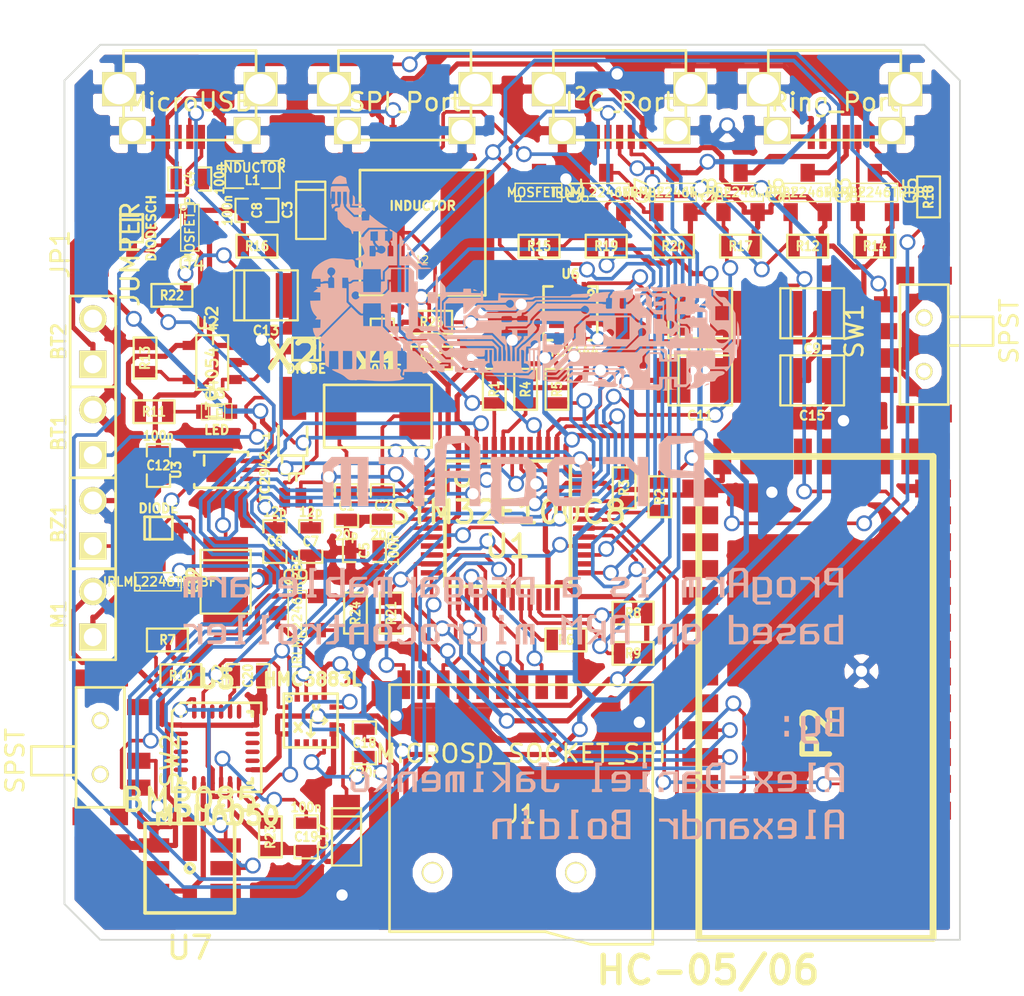
<source format=kicad_pcb>
(kicad_pcb (version 3) (host pcbnew "(2013-jul-07)-stable")
  (layers (15 F.Cu signal) (0 B.Cu signal) (18 B.Paste user) (19 F.Paste user) (20 B.SilkS user) (21 F.SilkS user) (22 B.Mask user) (23 F.Mask user) (28 Edge.Cuts user))
  (net 0 "")
  (net 1 "#BT_PWR")
  (net 2 "#PWR")
  (net 3 "#Vibration")
  (net 4 +3.3V)
  (net 5 +5V)
  (net 6 /BT_KEY)
  (net 7 /BT_LED1)
  (net 8 /BT_LED2)
  (net 9 /BT_RXTX)
  (net 10 /BT_TXRX)
  (net 11 /I2C_EXTRA)
  (net 12 /I2C_SCL)
  (net 13 /I2C_SDA)
  (net 14 /RING_O1)
  (net 15 /RING_O2)
  (net 16 /RING_O3)
  (net 17 /SD_CD)
  (net 18 /SD_MISO)
  (net 19 /SD_MOSI)
  (net 20 /SD_NSS)
  (net 21 /SD_SCK)
  (net 22 /SPI_MISO)
  (net 23 /SPI_MOSI)
  (net 24 ALERT)
  (net 25 BT_POWER)
  (net 26 D+)
  (net 27 D-)
  (net 28 GND)
  (net 29 N-0000010)
  (net 30 N-0000011)
  (net 31 N-0000016)
  (net 32 N-0000017)
  (net 33 N-0000018)
  (net 34 N-0000019)
  (net 35 N-000002)
  (net 36 N-0000020)
  (net 37 N-0000021)
  (net 38 N-0000022)
  (net 39 N-0000023)
  (net 40 N-0000024)
  (net 41 N-0000025)
  (net 42 N-0000026)
  (net 43 N-0000028)
  (net 44 N-000003)
  (net 45 N-0000031)
  (net 46 N-0000035)
  (net 47 N-0000036)
  (net 48 N-0000038)
  (net 49 N-000004)
  (net 50 N-0000040)
  (net 51 N-0000041)
  (net 52 N-0000042)
  (net 53 N-0000043)
  (net 54 N-0000047)
  (net 55 N-0000048)
  (net 56 N-0000049)
  (net 57 N-000005)
  (net 58 N-0000050)
  (net 59 N-0000054)
  (net 60 N-0000056)
  (net 61 N-0000058)
  (net 62 N-0000059)
  (net 63 N-0000061)
  (net 64 N-000008)
  (net 65 N-000009)
  (net 66 RESET)
  (net 67 RING_BUTTON)
  (net 68 SYS_POWER)
  (net 69 accelgyro_interrupt)
  (net 70 center_ltc)
  (net 71 charge)
  (net 72 magnetometer_interrupt)
  (net 73 scl)
  (net 74 sda)
  (module SOT23-5 (layer F.Cu) (at 28.25 37.75 90)
    (fp_text reference U2 (at 2.19964 -0.29972 180) (layer F.SilkS) (effects (font (size 0.635 0.635) (thickness 0.127))))
    (fp_text value LTC4054-4.2 (at 0 0 90) (layer F.SilkS) (effects (font (size 0.635 0.635) (thickness 0.127))))
    (pad 1 smd rect (at -0.9525 1.27 90) (size 0.508 0.762) (layers F.Cu F.Paste F.Mask) (net 43 N-0000028))
    (pad 3 smd rect (at 0.9525 1.27 90) (size 0.508 0.762) (layers F.Cu F.Paste F.Mask) (net 30 N-0000011))
    (pad 5 smd rect (at -0.9525 -1.27 90) (size 0.508 0.762) (layers F.Cu F.Paste F.Mask) (net 49 N-000004))
    (pad 2 smd rect (at 0 1.27 90) (size 0.508 0.762) (layers F.Cu F.Paste F.Mask) (net 28 GND))
    (pad 4 smd rect (at 0.9525 -1.27 90) (size 0.508 0.762) (layers F.Cu F.Paste F.Mask) (net 5 +5V))
  )
  (module SOT23 (layer F.Cu) (at 46.5 28.25)
    (fp_text reference Q1 (at 1.99898 -0.09906 90) (layer F.SilkS) (effects (font (size 0.762 0.762) (thickness 0.11938))))
    (fp_text value MOSFET_N (at 0.0635 0) (layer F.SilkS) (effects (font (size 0.50038 0.50038) (thickness 0.09906))))
    (pad 3 smd rect (at 0 -1.09982) (size 0.8001 1.00076) (layers F.Cu F.Paste F.Mask) (net 1 "#BT_PWR"))
    (pad 2 smd rect (at 0.9525 1.09982) (size 0.8001 1.00076) (layers F.Cu F.Paste F.Mask) (net 28 GND))
    (pad 1 smd rect (at -0.9525 1.09982) (size 0.8001 1.00076) (layers F.Cu F.Paste F.Mask) (net 63 N-0000061))
  )
  (module SOT23 (layer F.Cu) (at 61.5 28.25)
    (fp_text reference Q3 (at 1.99898 -0.09906 90) (layer F.SilkS) (effects (font (size 0.762 0.762) (thickness 0.11938))))
    (fp_text value IRLML2246TRPBF (at 0.0635 0) (layer F.SilkS) (effects (font (size 0.50038 0.50038) (thickness 0.09906))))
    (pad 3 smd rect (at 0 -1.09982) (size 0.8001 1.00076) (layers F.Cu F.Paste F.Mask) (net 54 N-0000047))
    (pad 2 smd rect (at 0.9525 1.09982) (size 0.8001 1.00076) (layers F.Cu F.Paste F.Mask) (net 4 +3.3V))
    (pad 1 smd rect (at -0.9525 1.09982) (size 0.8001 1.00076) (layers F.Cu F.Paste F.Mask) (net 14 /RING_O1))
  )
  (module SOT23 (layer F.Cu) (at 25.25 50)
    (fp_text reference Q2 (at 1.99898 -0.09906 90) (layer F.SilkS) (effects (font (size 0.762 0.762) (thickness 0.11938))))
    (fp_text value IRLML2246TRPBF (at 0.0635 0) (layer F.SilkS) (effects (font (size 0.50038 0.50038) (thickness 0.09906))))
    (pad 3 smd rect (at 0 -1.09982) (size 0.8001 1.00076) (layers F.Cu F.Paste F.Mask) (net 58 N-0000050))
    (pad 2 smd rect (at 0.9525 1.09982) (size 0.8001 1.00076) (layers F.Cu F.Paste F.Mask) (net 4 +3.3V))
    (pad 1 smd rect (at -0.9525 1.09982) (size 0.8001 1.00076) (layers F.Cu F.Paste F.Mask) (net 51 N-0000041))
  )
  (module SOT23 (layer F.Cu) (at 50.25 28.25)
    (fp_text reference Q7 (at 1.99898 -0.09906 90) (layer F.SilkS) (effects (font (size 0.762 0.762) (thickness 0.11938))))
    (fp_text value IRLML2246TRPBF (at 0.0635 0) (layer F.SilkS) (effects (font (size 0.50038 0.50038) (thickness 0.09906))))
    (pad 3 smd rect (at 0 -1.09982) (size 0.8001 1.00076) (layers F.Cu F.Paste F.Mask) (net 25 BT_POWER))
    (pad 2 smd rect (at 0.9525 1.09982) (size 0.8001 1.00076) (layers F.Cu F.Paste F.Mask) (net 4 +3.3V))
    (pad 1 smd rect (at -0.9525 1.09982) (size 0.8001 1.00076) (layers F.Cu F.Paste F.Mask) (net 50 N-0000040))
  )
  (module SOT23 (layer F.Cu) (at 33 51.75 90)
    (fp_text reference Q9 (at 1.99898 -0.09906 180) (layer F.SilkS) (effects (font (size 0.762 0.762) (thickness 0.11938))))
    (fp_text value IRLML2246TRPBF (at 0.0635 0 90) (layer F.SilkS) (effects (font (size 0.50038 0.50038) (thickness 0.09906))))
    (pad 3 smd rect (at 0 -1.09982 90) (size 0.8001 1.00076) (layers F.Cu F.Paste F.Mask) (net 68 SYS_POWER))
    (pad 2 smd rect (at 0.9525 1.09982 90) (size 0.8001 1.00076) (layers F.Cu F.Paste F.Mask) (net 4 +3.3V))
    (pad 1 smd rect (at -0.9525 1.09982 90) (size 0.8001 1.00076) (layers F.Cu F.Paste F.Mask) (net 48 N-0000038))
  )
  (module SOT23 (layer F.Cu) (at 27 30.25 270)
    (fp_text reference Q4 (at 1.99898 -0.09906 360) (layer F.SilkS) (effects (font (size 0.762 0.762) (thickness 0.11938))))
    (fp_text value MOSFET_P (at 0.0635 0 270) (layer F.SilkS) (effects (font (size 0.50038 0.50038) (thickness 0.09906))))
    (pad 3 smd rect (at 0 -1.09982 270) (size 0.8001 1.00076) (layers F.Cu F.Paste F.Mask) (net 30 N-0000011))
    (pad 2 smd rect (at 0.9525 1.09982 270) (size 0.8001 1.00076) (layers F.Cu F.Paste F.Mask) (net 40 N-0000024))
    (pad 1 smd rect (at -0.9525 1.09982 270) (size 0.8001 1.00076) (layers F.Cu F.Paste F.Mask) (net 5 +5V))
  )
  (module SOT23 (layer F.Cu) (at 65.25 28.25)
    (fp_text reference Q5 (at 1.99898 -0.09906 90) (layer F.SilkS) (effects (font (size 0.762 0.762) (thickness 0.11938))))
    (fp_text value IRLML2246TRPBF (at 0.0635 0) (layer F.SilkS) (effects (font (size 0.50038 0.50038) (thickness 0.09906))))
    (pad 3 smd rect (at 0 -1.09982) (size 0.8001 1.00076) (layers F.Cu F.Paste F.Mask) (net 67 RING_BUTTON))
    (pad 2 smd rect (at 0.9525 1.09982) (size 0.8001 1.00076) (layers F.Cu F.Paste F.Mask) (net 4 +3.3V))
    (pad 1 smd rect (at -0.9525 1.09982) (size 0.8001 1.00076) (layers F.Cu F.Paste F.Mask) (net 41 N-0000025))
  )
  (module SOT23 (layer F.Cu) (at 57.75 28.25)
    (fp_text reference Q6 (at 1.99898 -0.09906 90) (layer F.SilkS) (effects (font (size 0.762 0.762) (thickness 0.11938))))
    (fp_text value IRLML2246TRPBF (at 0.0635 0) (layer F.SilkS) (effects (font (size 0.50038 0.50038) (thickness 0.09906))))
    (pad 3 smd rect (at 0 -1.09982) (size 0.8001 1.00076) (layers F.Cu F.Paste F.Mask) (net 55 N-0000048))
    (pad 2 smd rect (at 0.9525 1.09982) (size 0.8001 1.00076) (layers F.Cu F.Paste F.Mask) (net 4 +3.3V))
    (pad 1 smd rect (at -0.9525 1.09982) (size 0.8001 1.00076) (layers F.Cu F.Paste F.Mask) (net 15 /RING_O2))
  )
  (module SOT23 (layer F.Cu) (at 54 28.25)
    (fp_text reference Q8 (at 1.99898 -0.09906 90) (layer F.SilkS) (effects (font (size 0.762 0.762) (thickness 0.11938))))
    (fp_text value IRLML2246TRPBF (at 0.0635 0) (layer F.SilkS) (effects (font (size 0.50038 0.50038) (thickness 0.09906))))
    (pad 3 smd rect (at 0 -1.09982) (size 0.8001 1.00076) (layers F.Cu F.Paste F.Mask) (net 56 N-0000049))
    (pad 2 smd rect (at 0.9525 1.09982) (size 0.8001 1.00076) (layers F.Cu F.Paste F.Mask) (net 4 +3.3V))
    (pad 1 smd rect (at -0.9525 1.09982) (size 0.8001 1.00076) (layers F.Cu F.Paste F.Mask) (net 16 /RING_O3))
  )
  (module SOLDER_JUMPER (layer F.Cu) (at 21.7225 31.7052 270)
    (fp_text reference JP1 (at 0 1.95 270) (layer F.SilkS))
    (fp_text value JUMPER (at 0 -1.95 270) (layer F.SilkS))
    (pad 1 smd rect (at -0.75 0 270) (size 1 1.5) (layers F.Cu F.Paste F.Mask) (net 42 N-0000026))
    (pad 2 smd rect (at 0.75 0 270) (size 1 1.5) (layers F.Cu F.Paste F.Mask) (net 39 N-0000023))
  )
  (module SOD323 (layer F.Cu) (at 33.5 37 180)
    (fp_text reference D2 hide)
    (fp_text value DIODE (at 0 -1.1 180) (layer F.SilkS) (effects (font (size 0.5 0.5) (thickness 0.125))))
    (pad 1 smd rect (at -1.25 0 180) (size 0.8 0.6) (layers F.Cu F.Paste F.Mask) (net 71 charge))
    (pad 2 smd rect (at 1.25 0 180) (size 0.8 0.6) (layers F.Cu F.Paste F.Mask) (net 43 N-0000028))
  )
  (module SOD323 (layer F.Cu) (at 25.25 47)
    (fp_text reference D1 hide)
    (fp_text value DIODE (at 0 -1.1) (layer F.SilkS) (effects (font (size 0.5 0.5) (thickness 0.125))))
    (pad 1 smd rect (at -1.25 0) (size 0.8 0.6) (layers F.Cu F.Paste F.Mask) (net 28 GND))
    (pad 2 smd rect (at 1.25 0) (size 0.8 0.6) (layers F.Cu F.Paste F.Mask) (net 58 N-0000050))
  )
  (module SOD323 (layer F.Cu) (at 23.75 30.25 270)
    (fp_text reference D4 hide)
    (fp_text value DIODESCH (at 0 -1.1 270) (layer F.SilkS) (effects (font (size 0.5 0.5) (thickness 0.125))))
    (pad 1 smd rect (at -1.25 0 270) (size 0.8 0.6) (layers F.Cu F.Paste F.Mask) (net 5 +5V))
    (pad 2 smd rect (at 1.25 0 270) (size 0.8 0.6) (layers F.Cu F.Paste F.Mask) (net 40 N-0000024))
  )
  (module SM0805 (layer F.Cu) (at 30.5 27.25 180)
    (fp_text reference L1 (at 0 -0.3175 180) (layer F.SilkS) (effects (font (size 0.50038 0.50038) (thickness 0.10922))))
    (fp_text value INDUCTOR (at 0 0.381 180) (layer F.SilkS) (effects (font (size 0.50038 0.50038) (thickness 0.10922))))
    (pad 1 smd rect (at -0.9525 0 180) (size 0.889 1.397) (layers F.Cu F.Paste F.Mask) (net 5 +5V))
    (pad 2 smd rect (at 0.9525 0 180) (size 0.889 1.397) (layers F.Cu F.Paste F.Mask) (net 57 N-000005))
  )
  (module SM0603_Capa (layer F.Cu) (at 25.25 43.5 270)
    (fp_text reference C12 (at 0 0 360) (layer F.SilkS) (effects (font (size 0.508 0.4572) (thickness 0.1143))))
    (fp_text value 100n (at -1.651 0 360) (layer F.SilkS) (effects (font (size 0.508 0.4572) (thickness 0.1143))))
    (pad 1 smd rect (at -0.762 0 270) (size 0.635 1.143) (layers F.Cu F.Paste F.Mask) (net 30 N-0000011))
    (pad 2 smd rect (at 0.762 0 270) (size 0.635 1.143) (layers F.Cu F.Paste F.Mask) (net 28 GND))
  )
  (module SM0603_Capa (layer F.Cu) (at 36.75 48.25 180)
    (fp_text reference C5 (at 0 0 270) (layer F.SilkS) (effects (font (size 0.508 0.4572) (thickness 0.1143))))
    (fp_text value 100n (at -1.651 0 270) (layer F.SilkS) (effects (font (size 0.508 0.4572) (thickness 0.1143))))
    (pad 1 smd rect (at -0.762 0 180) (size 0.635 1.143) (layers F.Cu F.Paste F.Mask) (net 66 RESET))
    (pad 2 smd rect (at 0.762 0 180) (size 0.635 1.143) (layers F.Cu F.Paste F.Mask) (net 28 GND))
  )
  (module SM0603_Capa (layer F.Cu) (at 30.75 29.25)
    (fp_text reference C8 (at 0 0 90) (layer F.SilkS) (effects (font (size 0.508 0.4572) (thickness 0.1143))))
    (fp_text value 100n (at -1.651 0 90) (layer F.SilkS) (effects (font (size 0.508 0.4572) (thickness 0.1143))))
    (pad 1 smd rect (at -0.762 0) (size 0.635 1.143) (layers F.Cu F.Paste F.Mask) (net 5 +5V))
    (pad 2 smd rect (at 0.762 0) (size 0.635 1.143) (layers F.Cu F.Paste F.Mask) (net 28 GND))
  )
  (module SM0603_Capa (layer F.Cu) (at 27 27.5 180)
    (fp_text reference C4 (at 0 0 270) (layer F.SilkS) (effects (font (size 0.508 0.4572) (thickness 0.1143))))
    (fp_text value 100n (at -1.651 0 270) (layer F.SilkS) (effects (font (size 0.508 0.4572) (thickness 0.1143))))
    (pad 1 smd rect (at -0.762 0 180) (size 0.635 1.143) (layers F.Cu F.Paste F.Mask) (net 57 N-000005))
    (pad 2 smd rect (at 0.762 0 180) (size 0.635 1.143) (layers F.Cu F.Paste F.Mask) (net 28 GND))
  )
  (module SM0603_Capa (layer F.Cu) (at 37.75 45.75 90)
    (fp_text reference C2 (at 0 0 180) (layer F.SilkS) (effects (font (size 0.508 0.4572) (thickness 0.1143))))
    (fp_text value 20p (at -1.651 0 180) (layer F.SilkS) (effects (font (size 0.508 0.4572) (thickness 0.1143))))
    (pad 1 smd rect (at -0.762 0 90) (size 0.635 1.143) (layers F.Cu F.Paste F.Mask) (net 28 GND))
    (pad 2 smd rect (at 0.762 0 90) (size 0.635 1.143) (layers F.Cu F.Paste F.Mask) (net 29 N-0000010))
  )
  (module SM0603_Capa (layer F.Cu) (at 35.75 45.75 90)
    (fp_text reference C1 (at 0 0 180) (layer F.SilkS) (effects (font (size 0.508 0.4572) (thickness 0.1143))))
    (fp_text value 20p (at -1.651 0 180) (layer F.SilkS) (effects (font (size 0.508 0.4572) (thickness 0.1143))))
    (pad 1 smd rect (at -0.762 0 90) (size 0.635 1.143) (layers F.Cu F.Paste F.Mask) (net 28 GND))
    (pad 2 smd rect (at 0.762 0 90) (size 0.635 1.143) (layers F.Cu F.Paste F.Mask) (net 44 N-000003))
  )
  (module SM0603_Capa (layer F.Cu) (at 31.75 47.75 270)
    (fp_text reference C6 (at 0 0 360) (layer F.SilkS) (effects (font (size 0.508 0.4572) (thickness 0.1143))))
    (fp_text value 12p (at -1.651 0 360) (layer F.SilkS) (effects (font (size 0.508 0.4572) (thickness 0.1143))))
    (pad 1 smd rect (at -0.762 0 270) (size 0.635 1.143) (layers F.Cu F.Paste F.Mask) (net 32 N-0000017))
    (pad 2 smd rect (at 0.762 0 270) (size 0.635 1.143) (layers F.Cu F.Paste F.Mask) (net 28 GND))
  )
  (module SM0603_Capa (layer F.Cu) (at 33.5 64.25 270)
    (fp_text reference C19 (at 0 0 360) (layer F.SilkS) (effects (font (size 0.508 0.4572) (thickness 0.1143))))
    (fp_text value 100n (at -1.651 0 360) (layer F.SilkS) (effects (font (size 0.508 0.4572) (thickness 0.1143))))
    (pad 1 smd rect (at -0.762 0 270) (size 0.635 1.143) (layers F.Cu F.Paste F.Mask) (net 46 N-0000035))
    (pad 2 smd rect (at 0.762 0 270) (size 0.635 1.143) (layers F.Cu F.Paste F.Mask) (net 28 GND))
  )
  (module SM0603_Capa (layer F.Cu) (at 30.25 55.25)
    (fp_text reference C20 (at 0 0 90) (layer F.SilkS) (effects (font (size 0.508 0.4572) (thickness 0.1143))))
    (fp_text value 2n2 (at -1.651 0 90) (layer F.SilkS) (effects (font (size 0.508 0.4572) (thickness 0.1143))))
    (pad 1 smd rect (at -0.762 0) (size 0.635 1.143) (layers F.Cu F.Paste F.Mask) (net 47 N-0000036))
    (pad 2 smd rect (at 0.762 0) (size 0.635 1.143) (layers F.Cu F.Paste F.Mask) (net 28 GND))
  )
  (module SM0603_Capa (layer F.Cu) (at 37.75 36.5 90)
    (fp_text reference C16 (at 0 0 180) (layer F.SilkS) (effects (font (size 0.508 0.4572) (thickness 0.1143))))
    (fp_text value 100nF (at -1.651 0 180) (layer F.SilkS) (effects (font (size 0.508 0.4572) (thickness 0.1143))))
    (pad 1 smd rect (at -0.762 0 90) (size 0.635 1.143) (layers F.Cu F.Paste F.Mask) (net 4 +3.3V))
    (pad 2 smd rect (at 0.762 0 90) (size 0.635 1.143) (layers F.Cu F.Paste F.Mask) (net 28 GND))
  )
  (module SM0603_Capa (layer F.Cu) (at 36.75 59 90)
    (fp_text reference C18 (at 0 0 180) (layer F.SilkS) (effects (font (size 0.508 0.4572) (thickness 0.1143))))
    (fp_text value 220n (at -1.651 0 180) (layer F.SilkS) (effects (font (size 0.508 0.4572) (thickness 0.1143))))
    (pad 1 smd rect (at -0.762 0 90) (size 0.635 1.143) (layers F.Cu F.Paste F.Mask) (net 61 N-0000058))
    (pad 2 smd rect (at 0.762 0 90) (size 0.635 1.143) (layers F.Cu F.Paste F.Mask) (net 60 N-0000056))
  )
  (module SM0603_Capa (layer F.Cu) (at 33.75 47.75 270)
    (fp_text reference C7 (at 0 0 360) (layer F.SilkS) (effects (font (size 0.508 0.4572) (thickness 0.1143))))
    (fp_text value 12p (at -1.651 0 360) (layer F.SilkS) (effects (font (size 0.508 0.4572) (thickness 0.1143))))
    (pad 1 smd rect (at -0.762 0 270) (size 0.635 1.143) (layers F.Cu F.Paste F.Mask) (net 31 N-0000016))
    (pad 2 smd rect (at 0.762 0 270) (size 0.635 1.143) (layers F.Cu F.Paste F.Mask) (net 28 GND))
  )
  (module SM0603 (layer F.Cu) (at 57.75 31.25 180)
    (fp_text reference R17 (at 0 0 180) (layer F.SilkS) (effects (font (size 0.508 0.4572) (thickness 0.1143))))
    (fp_text value 1M hide)
    (pad 1 smd rect (at -0.762 0 180) (size 0.635 1.143) (layers F.Cu F.Paste F.Mask) (net 4 +3.3V))
    (pad 2 smd rect (at 0.762 0 180) (size 0.635 1.143) (layers F.Cu F.Paste F.Mask) (net 15 /RING_O2))
  )
  (module SM0603 (layer F.Cu) (at 25.75 53.25 180)
    (fp_text reference R7 (at 0 0 180) (layer F.SilkS) (effects (font (size 0.508 0.4572) (thickness 0.1143))))
    (fp_text value 300R hide)
    (pad 1 smd rect (at -0.762 0 180) (size 0.635 1.143) (layers F.Cu F.Paste F.Mask) (net 3 "#Vibration"))
    (pad 2 smd rect (at 0.762 0 180) (size 0.635 1.143) (layers F.Cu F.Paste F.Mask) (net 51 N-0000041))
  )
  (module SM0603 (layer F.Cu) (at 31.5 64.25 270)
    (fp_text reference R23 (at 0 0 270) (layer F.SilkS) (effects (font (size 0.508 0.4572) (thickness 0.1143))))
    (fp_text value 10k hide)
    (pad 1 smd rect (at -0.762 0 270) (size 0.635 1.143) (layers F.Cu F.Paste F.Mask) (net 69 accelgyro_interrupt))
    (pad 2 smd rect (at 0.762 0 270) (size 0.635 1.143) (layers F.Cu F.Paste F.Mask) (net 28 GND))
  )
  (module SM0603 (layer F.Cu) (at 46.5 31.25)
    (fp_text reference R15 (at 0 0) (layer F.SilkS) (effects (font (size 0.508 0.4572) (thickness 0.1143))))
    (fp_text value 300R hide)
    (pad 1 smd rect (at -0.762 0) (size 0.635 1.143) (layers F.Cu F.Paste F.Mask) (net 1 "#BT_PWR"))
    (pad 2 smd rect (at 0.762 0) (size 0.635 1.143) (layers F.Cu F.Paste F.Mask) (net 50 N-0000040))
  )
  (module SM0603 (layer F.Cu) (at 44 39.25 270)
    (fp_text reference R1 (at 0 0 270) (layer F.SilkS) (effects (font (size 0.508 0.4572) (thickness 0.1143))))
    (fp_text value 10k hide)
    (pad 1 smd rect (at -0.762 0 270) (size 0.635 1.143) (layers F.Cu F.Paste F.Mask) (net 28 GND))
    (pad 2 smd rect (at 0.762 0 270) (size 0.635 1.143) (layers F.Cu F.Paste F.Mask) (net 63 N-0000061))
  )
  (module SM0603 (layer F.Cu) (at 65.25 31.25)
    (fp_text reference R14 (at 0 0) (layer F.SilkS) (effects (font (size 0.508 0.4572) (thickness 0.1143))))
    (fp_text value 10k hide)
    (pad 1 smd rect (at -0.762 0) (size 0.635 1.143) (layers F.Cu F.Paste F.Mask) (net 41 N-0000025))
    (pad 2 smd rect (at 0.762 0) (size 0.635 1.143) (layers F.Cu F.Paste F.Mask) (net 4 +3.3V))
  )
  (module SM0603 (layer F.Cu) (at 36.25 51.75 90)
    (fp_text reference R24 (at 0 0 90) (layer F.SilkS) (effects (font (size 0.508 0.4572) (thickness 0.1143))))
    (fp_text value 1M hide)
    (pad 1 smd rect (at -0.762 0 90) (size 0.635 1.143) (layers F.Cu F.Paste F.Mask) (net 48 N-0000038))
    (pad 2 smd rect (at 0.762 0 90) (size 0.635 1.143) (layers F.Cu F.Paste F.Mask) (net 4 +3.3V))
  )
  (module SM0603 (layer F.Cu) (at 50.25 31.25)
    (fp_text reference R19 (at 0 0) (layer F.SilkS) (effects (font (size 0.508 0.4572) (thickness 0.1143))))
    (fp_text value 1M hide)
    (pad 1 smd rect (at -0.762 0) (size 0.635 1.143) (layers F.Cu F.Paste F.Mask) (net 50 N-0000040))
    (pad 2 smd rect (at 0.762 0) (size 0.635 1.143) (layers F.Cu F.Paste F.Mask) (net 4 +3.3V))
  )
  (module SM0603 (layer F.Cu) (at 38.25 51.75 270)
    (fp_text reference R21 (at 0 0 270) (layer F.SilkS) (effects (font (size 0.508 0.4572) (thickness 0.1143))))
    (fp_text value 300R hide)
    (pad 1 smd rect (at -0.762 0 270) (size 0.635 1.143) (layers F.Cu F.Paste F.Mask) (net 2 "#PWR"))
    (pad 2 smd rect (at 0.762 0 270) (size 0.635 1.143) (layers F.Cu F.Paste F.Mask) (net 48 N-0000038))
  )
  (module SM0603 (layer F.Cu) (at 47.5 39.25 270)
    (fp_text reference R5 (at 0 0 270) (layer F.SilkS) (effects (font (size 0.508 0.4572) (thickness 0.1143))))
    (fp_text value 4k7 hide)
    (pad 1 smd rect (at -0.762 0 270) (size 0.635 1.143) (layers F.Cu F.Paste F.Mask) (net 4 +3.3V))
    (pad 2 smd rect (at 0.762 0 270) (size 0.635 1.143) (layers F.Cu F.Paste F.Mask) (net 73 scl))
  )
  (module SM0603 (layer F.Cu) (at 45.75 39.25 270)
    (fp_text reference R4 (at 0 0 270) (layer F.SilkS) (effects (font (size 0.508 0.4572) (thickness 0.1143))))
    (fp_text value 4k7 hide)
    (pad 1 smd rect (at -0.762 0 270) (size 0.635 1.143) (layers F.Cu F.Paste F.Mask) (net 4 +3.3V))
    (pad 2 smd rect (at 0.762 0 270) (size 0.635 1.143) (layers F.Cu F.Paste F.Mask) (net 74 sda))
  )
  (module SM0603 (layer F.Cu) (at 30.75 31.25)
    (fp_text reference R16 (at 0 0) (layer F.SilkS) (effects (font (size 0.508 0.4572) (thickness 0.1143))))
    (fp_text value 100k hide)
    (pad 1 smd rect (at -0.762 0) (size 0.635 1.143) (layers F.Cu F.Paste F.Mask) (net 5 +5V))
    (pad 2 smd rect (at 0.762 0) (size 0.635 1.143) (layers F.Cu F.Paste F.Mask) (net 28 GND))
  )
  (module SM0603 (layer F.Cu) (at 26 34)
    (fp_text reference R22 (at 0 0) (layer F.SilkS) (effects (font (size 0.508 0.4572) (thickness 0.1143))))
    (fp_text value 10k hide)
    (pad 1 smd rect (at -0.762 0) (size 0.635 1.143) (layers F.Cu F.Paste F.Mask) (net 40 N-0000024))
    (pad 2 smd rect (at 0.762 0) (size 0.635 1.143) (layers F.Cu F.Paste F.Mask) (net 53 N-0000043))
  )
  (module SM0603 (layer F.Cu) (at 68.25 28.5 270)
    (fp_text reference R18 (at 0 0 270) (layer F.SilkS) (effects (font (size 0.508 0.4572) (thickness 0.1143))))
    (fp_text value 10k hide)
    (pad 1 smd rect (at -0.762 0 270) (size 0.635 1.143) (layers F.Cu F.Paste F.Mask) (net 28 GND))
    (pad 2 smd rect (at 0.762 0 270) (size 0.635 1.143) (layers F.Cu F.Paste F.Mask) (net 67 RING_BUTTON))
  )
  (module SM0603 (layer F.Cu) (at 51.75 51.75 180)
    (fp_text reference R8 (at 0 0 180) (layer F.SilkS) (effects (font (size 0.508 0.4572) (thickness 0.1143))))
    (fp_text value 4k7 hide)
    (pad 1 smd rect (at -0.762 0 180) (size 0.635 1.143) (layers F.Cu F.Paste F.Mask) (net 4 +3.3V))
    (pad 2 smd rect (at 0.762 0 180) (size 0.635 1.143) (layers F.Cu F.Paste F.Mask) (net 13 /I2C_SDA))
  )
  (module SM0603 (layer F.Cu) (at 51.75 54 180)
    (fp_text reference R9 (at 0 0 180) (layer F.SilkS) (effects (font (size 0.508 0.4572) (thickness 0.1143))))
    (fp_text value 4k7 hide)
    (pad 1 smd rect (at -0.762 0 180) (size 0.635 1.143) (layers F.Cu F.Paste F.Mask) (net 4 +3.3V))
    (pad 2 smd rect (at 0.762 0 180) (size 0.635 1.143) (layers F.Cu F.Paste F.Mask) (net 12 /I2C_SCL))
  )
  (module SM0603 (layer F.Cu) (at 54 31.25 180)
    (fp_text reference R20 (at 0 0 180) (layer F.SilkS) (effects (font (size 0.508 0.4572) (thickness 0.1143))))
    (fp_text value 1M hide)
    (pad 1 smd rect (at -0.762 0 180) (size 0.635 1.143) (layers F.Cu F.Paste F.Mask) (net 4 +3.3V))
    (pad 2 smd rect (at 0.762 0 180) (size 0.635 1.143) (layers F.Cu F.Paste F.Mask) (net 16 /RING_O3))
  )
  (module SM0603 (layer F.Cu) (at 53.25 45.25 270)
    (fp_text reference R2 (at 0 0 270) (layer F.SilkS) (effects (font (size 0.508 0.4572) (thickness 0.1143))))
    (fp_text value 27R hide)
    (pad 1 smd rect (at -0.762 0 270) (size 0.635 1.143) (layers F.Cu F.Paste F.Mask) (net 64 N-000008))
    (pad 2 smd rect (at 0.762 0 270) (size 0.635 1.143) (layers F.Cu F.Paste F.Mask) (net 27 D-))
  )
  (module SM0603 (layer F.Cu) (at 51.25 44.75 270)
    (fp_text reference R3 (at 0 0 270) (layer F.SilkS) (effects (font (size 0.508 0.4572) (thickness 0.1143))))
    (fp_text value 27R hide)
    (pad 1 smd rect (at -0.762 0 270) (size 0.635 1.143) (layers F.Cu F.Paste F.Mask) (net 52 N-0000042))
    (pad 2 smd rect (at 0.762 0 270) (size 0.635 1.143) (layers F.Cu F.Paste F.Mask) (net 26 D+))
  )
  (module SM0603 (layer F.Cu) (at 26.5 55.25)
    (fp_text reference R10 (at 0 0) (layer F.SilkS) (effects (font (size 0.508 0.4572) (thickness 0.1143))))
    (fp_text value 1M hide)
    (pad 1 smd rect (at -0.762 0) (size 0.635 1.143) (layers F.Cu F.Paste F.Mask) (net 51 N-0000041))
    (pad 2 smd rect (at 0.762 0) (size 0.635 1.143) (layers F.Cu F.Paste F.Mask) (net 4 +3.3V))
  )
  (module SM0603 (layer F.Cu) (at 61.5 31.25 180)
    (fp_text reference R12 (at 0 0 180) (layer F.SilkS) (effects (font (size 0.508 0.4572) (thickness 0.1143))))
    (fp_text value 1M hide)
    (pad 1 smd rect (at -0.762 0 180) (size 0.635 1.143) (layers F.Cu F.Paste F.Mask) (net 4 +3.3V))
    (pad 2 smd rect (at 0.762 0 180) (size 0.635 1.143) (layers F.Cu F.Paste F.Mask) (net 14 /RING_O1))
  )
  (module SM0603 (layer F.Cu) (at 40.5 37.5 180)
    (fp_text reference R25 (at 0 0 180) (layer F.SilkS) (effects (font (size 0.508 0.4572) (thickness 0.1143))))
    (fp_text value 340k hide)
    (pad 1 smd rect (at -0.762 0 180) (size 0.635 1.143) (layers F.Cu F.Paste F.Mask) (net 36 N-0000020))
    (pad 2 smd rect (at 0.762 0 180) (size 0.635 1.143) (layers F.Cu F.Paste F.Mask) (net 4 +3.3V))
  )
  (module SM0603 (layer F.Cu) (at 40.5 35.5 180)
    (fp_text reference R26 (at 0 0 180) (layer F.SilkS) (effects (font (size 0.508 0.4572) (thickness 0.1143))))
    (fp_text value 200k hide)
    (pad 1 smd rect (at -0.762 0 180) (size 0.635 1.143) (layers F.Cu F.Paste F.Mask) (net 36 N-0000020))
    (pad 2 smd rect (at 0.762 0 180) (size 0.635 1.143) (layers F.Cu F.Paste F.Mask) (net 28 GND))
  )
  (module SM0603 (layer F.Cu) (at 25 40.5)
    (fp_text reference R11 (at 0 0) (layer F.SilkS) (effects (font (size 0.508 0.4572) (thickness 0.1143))))
    (fp_text value R hide)
    (pad 1 smd rect (at -0.762 0) (size 0.635 1.143) (layers F.Cu F.Paste F.Mask) (net 5 +5V))
    (pad 2 smd rect (at 0.762 0) (size 0.635 1.143) (layers F.Cu F.Paste F.Mask) (net 35 N-000002))
  )
  (module SM0603 (layer F.Cu) (at 48 53.25 180)
    (fp_text reference R6 (at 0 0 180) (layer F.SilkS) (effects (font (size 0.508 0.4572) (thickness 0.1143))))
    (fp_text value 10k hide)
    (pad 1 smd rect (at -0.762 0 180) (size 0.635 1.143) (layers F.Cu F.Paste F.Mask) (net 28 GND))
    (pad 2 smd rect (at 0.762 0 180) (size 0.635 1.143) (layers F.Cu F.Paste F.Mask) (net 59 N-0000054))
  )
  (module SM0603 (layer F.Cu) (at 24.5 37.5 90)
    (fp_text reference R13 (at 0 0 90) (layer F.SilkS) (effects (font (size 0.508 0.4572) (thickness 0.1143))))
    (fp_text value R hide)
    (pad 1 smd rect (at -0.762 0 90) (size 0.635 1.143) (layers F.Cu F.Paste F.Mask) (net 49 N-000004))
    (pad 2 smd rect (at 0.762 0 90) (size 0.635 1.143) (layers F.Cu F.Paste F.Mask) (net 28 GND))
  )
  (module QFN24 (layer F.Cu) (at 28.5 59.25)
    (fp_text reference U5 (at 0 -3.81) (layer F.SilkS) (effects (font (size 1.00076 1.00076) (thickness 0.3048))))
    (fp_text value MPU6050 (at 0 3.81) (layer F.SilkS) (effects (font (size 1.00076 1.00076) (thickness 0.3048))))
    (pad 1 smd oval (at -1.99898 -1.24968) (size 0.8001 0.24892) (layers F.Cu F.Paste F.Mask) (net 28 GND))
    (pad 2 smd oval (at -1.99898 -0.7493) (size 0.8001 0.24892) (layers F.Cu F.Paste F.Mask))
    (pad 3 smd oval (at -1.99898 -0.24892) (size 0.8001 0.24892) (layers F.Cu F.Paste F.Mask))
    (pad 4 smd oval (at -1.99898 0.24892) (size 0.8001 0.24892) (layers F.Cu F.Paste F.Mask))
    (pad 5 smd oval (at -1.99898 0.7493) (size 0.8001 0.24892) (layers F.Cu F.Paste F.Mask))
    (pad 6 smd oval (at -1.99898 1.24968) (size 0.8001 0.24892) (layers F.Cu F.Paste F.Mask))
    (pad 7 smd oval (at -1.24968 1.99898 90) (size 0.8001 0.24892) (layers F.Cu F.Paste F.Mask))
    (pad 8 smd oval (at -0.7493 1.99898 90) (size 0.8001 0.24892) (layers F.Cu F.Paste F.Mask) (net 68 SYS_POWER))
    (pad 9 smd oval (at -0.24892 1.99898 90) (size 0.8001 0.24892) (layers F.Cu F.Paste F.Mask) (net 28 GND))
    (pad 10 smd oval (at 0.24892 1.99898 90) (size 0.8001 0.24892) (layers F.Cu F.Paste F.Mask) (net 46 N-0000035))
    (pad 11 smd oval (at 0.7493 1.99898 90) (size 0.8001 0.24892) (layers F.Cu F.Paste F.Mask) (net 28 GND))
    (pad 12 smd oval (at 1.24968 1.99898 90) (size 0.8001 0.24892) (layers F.Cu F.Paste F.Mask) (net 69 accelgyro_interrupt))
    (pad 13 smd oval (at 1.99898 1.24968 180) (size 0.8001 0.24892) (layers F.Cu F.Paste F.Mask) (net 68 SYS_POWER))
    (pad 14 smd oval (at 1.99898 0.7493 180) (size 0.8001 0.24892) (layers F.Cu F.Paste F.Mask))
    (pad 15 smd oval (at 1.99898 0.24892 180) (size 0.8001 0.24892) (layers F.Cu F.Paste F.Mask))
    (pad 16 smd oval (at 1.99898 -0.24892 180) (size 0.8001 0.24892) (layers F.Cu F.Paste F.Mask))
    (pad 17 smd oval (at 1.99898 -0.7493 180) (size 0.8001 0.24892) (layers F.Cu F.Paste F.Mask))
    (pad 18 smd oval (at 1.99898 -1.24968 180) (size 0.8001 0.24892) (layers F.Cu F.Paste F.Mask) (net 28 GND))
    (pad 19 smd oval (at 1.24968 -1.99898 270) (size 0.8001 0.24892) (layers F.Cu F.Paste F.Mask))
    (pad 20 smd oval (at 0.7493 -1.99898 270) (size 0.8001 0.24892) (layers F.Cu F.Paste F.Mask) (net 47 N-0000036))
    (pad 21 smd oval (at 0.24892 -1.99898 270) (size 0.8001 0.24892) (layers F.Cu F.Paste F.Mask))
    (pad 22 smd oval (at -0.24892 -1.99898 270) (size 0.8001 0.24892) (layers F.Cu F.Paste F.Mask))
    (pad 23 smd oval (at -0.7493 -1.99898 270) (size 0.8001 0.24892) (layers F.Cu F.Paste F.Mask) (net 73 scl))
    (pad 24 smd oval (at -1.24968 -1.99898 270) (size 0.8001 0.24892) (layers F.Cu F.Paste F.Mask) (net 74 sda))
  )
  (module PIN_ARRAY_2X1 (layer F.Cu) (at 21.59 36.576 90)
    (fp_text reference BT2 (at 0 -1.905 90) (layer F.SilkS) (effects (font (size 0.762 0.762) (thickness 0.1524))))
    (fp_text value BATTERY hide)
    (pad 1 thru_hole rect (at -1.27 0 90) (size 1.524 1.524) (drill 1.016) (layers *.Cu *.Mask F.SilkS) (net 42 N-0000026))
    (pad 2 thru_hole circle (at 1.27 0 90) (size 1.524 1.524) (drill 1.016) (layers *.Cu *.Mask F.SilkS) (net 28 GND))
  )
  (module PIN_ARRAY_2X1 (layer F.Cu) (at 21.59 46.736 90)
    (fp_text reference BZ1 (at 0 -1.905 90) (layer F.SilkS) (effects (font (size 0.762 0.762) (thickness 0.1524))))
    (fp_text value BUZZER_A hide)
    (pad 1 thru_hole rect (at -1.27 0 90) (size 1.524 1.524) (drill 1.016) (layers *.Cu *.Mask F.SilkS) (net 34 N-0000019))
    (pad 2 thru_hole circle (at 1.27 0 90) (size 1.524 1.524) (drill 1.016) (layers *.Cu *.Mask F.SilkS) (net 28 GND))
  )
  (module PIN_ARRAY_2X1 (layer F.Cu) (at 21.59 41.656 90)
    (fp_text reference BT1 (at 0 -1.905 90) (layer F.SilkS) (effects (font (size 0.762 0.762) (thickness 0.1524))))
    (fp_text value 3v hide)
    (pad 1 thru_hole rect (at -1.27 0 90) (size 1.524 1.524) (drill 1.016) (layers *.Cu *.Mask F.SilkS) (net 65 N-000009))
    (pad 2 thru_hole circle (at 1.27 0 90) (size 1.524 1.524) (drill 1.016) (layers *.Cu *.Mask F.SilkS) (net 28 GND))
  )
  (module MS3V-T1R (layer F.Cu) (at 32.75 44.75)
    (fp_text reference X2 (at 0 -7.4) (layer F.SilkS) (effects (font (size 1.524 1.524) (thickness 0.3048))))
    (fp_text value "32.768(MS3V-T1R)" hide)
    (pad 2 smd rect (at 0.45 0.55) (size 0.6 1.1) (layers F.Cu F.Paste F.Mask) (net 31 N-0000016))
    (pad 1 smd rect (at -0.45 0.55) (size 0.6 1.1) (layers F.Cu F.Paste F.Mask) (net 32 N-0000017))
    (pad 0 smd rect (at 0 -5) (size 1.5 2.4) (layers F.Cu F.Paste F.Mask) (net 28 GND))
  )
  (module MicroUSB-HW-MC-5F-02 (layer F.Cu) (at 27 23 180)
    (fp_text reference P1 hide)
    (fp_text value MicroUSB (at 0 -0.2 180) (layer F.SilkS))
    (pad 1 smd rect (at -1.3 -2.15 180) (size 0.4 1.35) (layers F.Cu F.Paste F.Mask) (net 57 N-000005))
    (pad 2 smd rect (at -0.65 -2.15 180) (size 0.4 1.35) (layers F.Cu F.Paste F.Mask) (net 64 N-000008))
    (pad 3 smd rect (at 0 -2.15 180) (size 0.4 1.35) (layers F.Cu F.Paste F.Mask) (net 52 N-0000042))
    (pad 4 smd rect (at 0.65 -2.15 180) (size 0.4 1.35) (layers F.Cu F.Paste F.Mask))
    (pad 5 smd rect (at 1.3 -2.15 180) (size 0.4 1.35) (layers F.Cu F.Paste F.Mask) (net 28 GND))
    (pad 0 thru_hole rect (at -3.95 0.525 180) (size 1.9 1.9) (drill 1.7) (layers *.Cu *.Mask F.SilkS) (net 28 GND))
    (pad 0 thru_hole rect (at 3.95 0.525 180) (size 1.9 1.9) (drill 1.7) (layers *.Cu *.Mask F.SilkS) (net 28 GND))
    (pad 0 thru_hole rect (at 3.2 -1.8 180) (size 1.5 1.5) (drill 1.2) (layers *.Cu *.Mask F.SilkS) (net 28 GND))
    (pad 0 thru_hole rect (at -3.2 -1.8 180) (size 1.5 1.5) (drill 1.2) (layers *.Cu *.Mask F.SilkS) (net 28 GND))
  )
  (module MicroUSB-HW-MC-5F-02 (layer F.Cu) (at 51 23 180)
    (fp_text reference P3 hide)
    (fp_text value I²C_Port (at 0 -0.2 180) (layer F.SilkS))
    (pad 1 smd rect (at -1.3 -2.15 180) (size 0.4 1.35) (layers F.Cu F.Paste F.Mask) (net 68 SYS_POWER))
    (pad 2 smd rect (at -0.65 -2.15 180) (size 0.4 1.35) (layers F.Cu F.Paste F.Mask) (net 13 /I2C_SDA))
    (pad 3 smd rect (at 0 -2.15 180) (size 0.4 1.35) (layers F.Cu F.Paste F.Mask) (net 12 /I2C_SCL))
    (pad 4 smd rect (at 0.65 -2.15 180) (size 0.4 1.35) (layers F.Cu F.Paste F.Mask) (net 11 /I2C_EXTRA))
    (pad 5 smd rect (at 1.3 -2.15 180) (size 0.4 1.35) (layers F.Cu F.Paste F.Mask) (net 28 GND))
    (pad 0 thru_hole rect (at -3.95 0.525 180) (size 1.9 1.9) (drill 1.7) (layers *.Cu *.Mask F.SilkS) (net 28 GND))
    (pad 0 thru_hole rect (at 3.95 0.525 180) (size 1.9 1.9) (drill 1.7) (layers *.Cu *.Mask F.SilkS) (net 28 GND))
    (pad 0 thru_hole rect (at 3.2 -1.8 180) (size 1.5 1.5) (drill 1.2) (layers *.Cu *.Mask F.SilkS) (net 28 GND))
    (pad 0 thru_hole rect (at -3.2 -1.8 180) (size 1.5 1.5) (drill 1.2) (layers *.Cu *.Mask F.SilkS) (net 28 GND))
  )
  (module MicroUSB-HW-MC-5F-02 (layer F.Cu) (at 39 23 180)
    (fp_text reference P4 hide)
    (fp_text value SPI_Port (at 0 -0.2 180) (layer F.SilkS))
    (pad 1 smd rect (at -1.3 -2.15 180) (size 0.4 1.35) (layers F.Cu F.Paste F.Mask) (net 68 SYS_POWER))
    (pad 2 smd rect (at -0.65 -2.15 180) (size 0.4 1.35) (layers F.Cu F.Paste F.Mask))
    (pad 3 smd rect (at 0 -2.15 180) (size 0.4 1.35) (layers F.Cu F.Paste F.Mask) (net 22 /SPI_MISO))
    (pad 4 smd rect (at 0.65 -2.15 180) (size 0.4 1.35) (layers F.Cu F.Paste F.Mask) (net 23 /SPI_MOSI))
    (pad 5 smd rect (at 1.3 -2.15 180) (size 0.4 1.35) (layers F.Cu F.Paste F.Mask) (net 28 GND))
    (pad 0 thru_hole rect (at -3.95 0.525 180) (size 1.9 1.9) (drill 1.7) (layers *.Cu *.Mask F.SilkS) (net 28 GND))
    (pad 0 thru_hole rect (at 3.95 0.525 180) (size 1.9 1.9) (drill 1.7) (layers *.Cu *.Mask F.SilkS) (net 28 GND))
    (pad 0 thru_hole rect (at 3.2 -1.8 180) (size 1.5 1.5) (drill 1.2) (layers *.Cu *.Mask F.SilkS) (net 28 GND))
    (pad 0 thru_hole rect (at -3.2 -1.8 180) (size 1.5 1.5) (drill 1.2) (layers *.Cu *.Mask F.SilkS) (net 28 GND))
  )
  (module MicroUSB-HW-MC-5F-02 (layer F.Cu) (at 63 23 180)
    (fp_text reference P5 hide)
    (fp_text value Ring_Port (at 0 -0.2 180) (layer F.SilkS))
    (pad 1 smd rect (at -1.3 -2.15 180) (size 0.4 1.35) (layers F.Cu F.Paste F.Mask) (net 41 N-0000025))
    (pad 2 smd rect (at -0.65 -2.15 180) (size 0.4 1.35) (layers F.Cu F.Paste F.Mask) (net 54 N-0000047))
    (pad 3 smd rect (at 0 -2.15 180) (size 0.4 1.35) (layers F.Cu F.Paste F.Mask) (net 55 N-0000048))
    (pad 4 smd rect (at 0.65 -2.15 180) (size 0.4 1.35) (layers F.Cu F.Paste F.Mask) (net 56 N-0000049))
    (pad 5 smd rect (at 1.3 -2.15 180) (size 0.4 1.35) (layers F.Cu F.Paste F.Mask) (net 28 GND))
    (pad 0 thru_hole rect (at -3.95 0.525 180) (size 1.9 1.9) (drill 1.7) (layers *.Cu *.Mask F.SilkS) (net 28 GND))
    (pad 0 thru_hole rect (at 3.95 0.525 180) (size 1.9 1.9) (drill 1.7) (layers *.Cu *.Mask F.SilkS) (net 28 GND))
    (pad 0 thru_hole rect (at 3.2 -1.8 180) (size 1.5 1.5) (drill 1.2) (layers *.Cu *.Mask F.SilkS) (net 28 GND))
    (pad 0 thru_hole rect (at -3.2 -1.8 180) (size 1.5 1.5) (drill 1.2) (layers *.Cu *.Mask F.SilkS) (net 28 GND))
  )
  (module MICROSD (layer F.Cu) (at 45.5 63)
    (fp_text reference J1 (at 0 0) (layer F.SilkS))
    (fp_text value MICROSD_SOCKET_SPI (at 0 -3.4) (layer F.SilkS))
    (pad 1 smd rect (at 2.25 -7.25) (size 0.7 1.6) (layers F.Cu F.Paste F.Mask))
    (pad 2 smd rect (at 1.15 -7.25) (size 0.7 1.6) (layers F.Cu F.Paste F.Mask) (net 20 /SD_NSS))
    (pad 3 smd rect (at 0.05 -7.25) (size 0.7 1.6) (layers F.Cu F.Paste F.Mask) (net 19 /SD_MOSI))
    (pad 4 smd rect (at -1.05 -7.25) (size 0.7 1.6) (layers F.Cu F.Paste F.Mask) (net 68 SYS_POWER))
    (pad 5 smd rect (at -2.15 -7.25) (size 0.7 1.6) (layers F.Cu F.Paste F.Mask) (net 21 /SD_SCK))
    (pad 6 smd rect (at -3.25 -7.25) (size 0.7 1.6) (layers F.Cu F.Paste F.Mask) (net 28 GND))
    (pad 7 smd rect (at -4.35 -7.25) (size 0.7 1.6) (layers F.Cu F.Paste F.Mask) (net 18 /SD_MISO))
    (pad 8 smd rect (at -5.45 -7.25) (size 0.7 1.6) (layers F.Cu F.Paste F.Mask))
    (pad 9 smd rect (at -6.55 -7.25) (size 0.7 1.6) (layers F.Cu F.Paste F.Mask) (net 17 /SD_CD))
    (pad 0 smd rect (at -7.75 -6.75) (size 1.2 1.4) (layers F.Cu F.Paste F.Mask) (net 28 GND))
    (pad 0 smd rect (at 6.85 -6.75) (size 1.6 1.4) (layers F.Cu F.Paste F.Mask) (net 28 GND))
    (pad 0 smd rect (at 7.75 2.85) (size 1.2 2.2) (layers F.Cu F.Paste F.Mask) (net 28 GND))
    (pad 0 smd rect (at -7.75 2.85) (size 1.2 2.2) (layers F.Cu F.Paste F.Mask) (net 28 GND))
    (pad "" thru_hole circle (at -4.95 3.25) (size 1.2 1.2) (drill 1) (layers *.Cu *.Mask F.SilkS))
    (pad "" thru_hole circle (at 3.05 3.25) (size 1.2 1.2) (drill 1) (layers *.Cu *.Mask F.SilkS))
  )
  (module LQFP48 (layer F.Cu) (at 44.75 46.75)
    (fp_text reference U1 (at 0 1.27) (layer F.SilkS) (effects (font (size 1.27 1.27) (thickness 0.2))))
    (fp_text value STM32F100C8 (at 0 -0.635) (layer F.SilkS) (effects (font (size 1.27 1.27) (thickness 0.2))))
    (pad 7 smd rect (at -4.25 0.25) (size 1.2 0.3) (layers F.Cu F.Paste F.Mask) (net 66 RESET))
    (pad 6 smd rect (at -4.25 -0.25) (size 1.2 0.3) (layers F.Cu F.Paste F.Mask) (net 44 N-000003))
    (pad 8 smd rect (at -4.25 0.75) (size 1.2 0.3) (layers F.Cu F.Paste F.Mask) (net 28 GND))
    (pad 5 smd rect (at -4.25 -0.75) (size 1.2 0.3) (layers F.Cu F.Paste F.Mask) (net 29 N-0000010))
    (pad 4 smd rect (at -4.25 -1.25) (size 1.2 0.3) (layers F.Cu F.Paste F.Mask) (net 31 N-0000016))
    (pad 3 smd rect (at -4.25 -1.75) (size 1.2 0.3) (layers F.Cu F.Paste F.Mask) (net 32 N-0000017))
    (pad 2 smd rect (at -4.25 -2.25) (size 1.2 0.3) (layers F.Cu F.Paste F.Mask) (net 24 ALERT))
    (pad 1 smd rect (at -4.25 -2.75) (size 1.2 0.3) (layers F.Cu F.Paste F.Mask) (net 65 N-000009))
    (pad 9 smd rect (at -4.25 1.25) (size 1.2 0.3) (layers F.Cu F.Paste F.Mask) (net 4 +3.3V))
    (pad 10 smd rect (at -4.25 1.75) (size 1.2 0.3) (layers F.Cu F.Paste F.Mask) (net 67 RING_BUTTON))
    (pad 11 smd rect (at -4.25 2.25) (size 1.2 0.3) (layers F.Cu F.Paste F.Mask) (net 7 /BT_LED1))
    (pad 12 smd rect (at -4.25 2.75) (size 1.2 0.3) (layers F.Cu F.Paste F.Mask) (net 8 /BT_LED2))
    (pad 30 smd rect (at 4.25 0.25) (size 1.2 0.3) (layers F.Cu F.Paste F.Mask) (net 10 /BT_TXRX))
    (pad 31 smd rect (at 4.25 -0.25) (size 1.2 0.3) (layers F.Cu F.Paste F.Mask) (net 9 /BT_RXTX))
    (pad 29 smd rect (at 4.25 0.75) (size 1.2 0.3) (layers F.Cu F.Paste F.Mask) (net 71 charge))
    (pad 28 smd rect (at 4.25 1.25) (size 1.2 0.3) (layers F.Cu F.Paste F.Mask) (net 23 /SPI_MOSI))
    (pad 27 smd rect (at 4.25 1.75) (size 1.2 0.3) (layers F.Cu F.Paste F.Mask) (net 22 /SPI_MISO))
    (pad 26 smd rect (at 4.25 2.25) (size 1.2 0.3) (layers F.Cu F.Paste F.Mask))
    (pad 25 smd rect (at 4.25 2.75) (size 1.2 0.3) (layers F.Cu F.Paste F.Mask) (net 11 /I2C_EXTRA))
    (pad 32 smd rect (at 4.25 -0.75) (size 1.2 0.3) (layers F.Cu F.Paste F.Mask) (net 27 D-))
    (pad 33 smd rect (at 4.25 -1.25) (size 1.2 0.3) (layers F.Cu F.Paste F.Mask) (net 26 D+))
    (pad 34 smd rect (at 4.25 -1.75) (size 1.2 0.3) (layers F.Cu F.Paste F.Mask) (net 17 /SD_CD))
    (pad 35 smd rect (at 4.25 -2.25) (size 1.2 0.3) (layers F.Cu F.Paste F.Mask) (net 28 GND))
    (pad 36 smd rect (at 4.25 -2.75) (size 1.2 0.3) (layers F.Cu F.Paste F.Mask) (net 4 +3.3V))
    (pad 42 smd rect (at 0.25 -4.25 90) (size 1.2 0.3) (layers F.Cu F.Paste F.Mask) (net 73 scl))
    (pad 41 smd rect (at 0.75 -4.25 90) (size 1.2 0.3) (layers F.Cu F.Paste F.Mask) (net 16 /RING_O3))
    (pad 40 smd rect (at 1.25 -4.25 90) (size 1.2 0.3) (layers F.Cu F.Paste F.Mask) (net 15 /RING_O2))
    (pad 39 smd rect (at 1.75 -4.25 90) (size 1.2 0.3) (layers F.Cu F.Paste F.Mask) (net 14 /RING_O1))
    (pad 38 smd rect (at 2.25 -4.25 90) (size 1.2 0.3) (layers F.Cu F.Paste F.Mask) (net 1 "#BT_PWR"))
    (pad 37 smd rect (at 2.75 -4.25 90) (size 1.2 0.3) (layers F.Cu F.Paste F.Mask) (net 72 magnetometer_interrupt))
    (pad 43 smd rect (at -0.25 -4.25 90) (size 1.2 0.3) (layers F.Cu F.Paste F.Mask) (net 74 sda))
    (pad 44 smd rect (at -0.75 -4.25 90) (size 1.2 0.3) (layers F.Cu F.Paste F.Mask) (net 63 N-0000061))
    (pad 45 smd rect (at -1.25 -4.25 90) (size 1.2 0.3) (layers F.Cu F.Paste F.Mask) (net 69 accelgyro_interrupt))
    (pad 46 smd rect (at -1.75 -4.25 90) (size 1.2 0.3) (layers F.Cu F.Paste F.Mask) (net 33 N-0000018))
    (pad 47 smd rect (at -2.25 -4.25 90) (size 1.2 0.3) (layers F.Cu F.Paste F.Mask) (net 28 GND))
    (pad 48 smd rect (at -2.75 -4.25 90) (size 1.2 0.3) (layers F.Cu F.Paste F.Mask) (net 4 +3.3V))
    (pad 19 smd rect (at 0.25 4.25 90) (size 1.2 0.3) (layers F.Cu F.Paste F.Mask) (net 2 "#PWR"))
    (pad 20 smd rect (at 0.75 4.25 90) (size 1.2 0.3) (layers F.Cu F.Paste F.Mask) (net 59 N-0000054))
    (pad 21 smd rect (at 1.25 4.25 90) (size 1.2 0.3) (layers F.Cu F.Paste F.Mask) (net 12 /I2C_SCL))
    (pad 22 smd rect (at 1.75 4.25 90) (size 1.2 0.3) (layers F.Cu F.Paste F.Mask) (net 13 /I2C_SDA))
    (pad 23 smd rect (at 2.25 4.25 90) (size 1.2 0.3) (layers F.Cu F.Paste F.Mask) (net 28 GND))
    (pad 24 smd rect (at 2.75 4.25 90) (size 1.2 0.3) (layers F.Cu F.Paste F.Mask) (net 4 +3.3V))
    (pad 18 smd rect (at -0.25 4.25 90) (size 1.2 0.3) (layers F.Cu F.Paste F.Mask) (net 3 "#Vibration"))
    (pad 17 smd rect (at -0.75 4.25 90) (size 1.2 0.3) (layers F.Cu F.Paste F.Mask) (net 19 /SD_MOSI))
    (pad 16 smd rect (at -1.25 4.25 90) (size 1.2 0.3) (layers F.Cu F.Paste F.Mask) (net 18 /SD_MISO))
    (pad 15 smd rect (at -1.75 4.25 90) (size 1.2 0.3) (layers F.Cu F.Paste F.Mask) (net 21 /SD_SCK))
    (pad 14 smd rect (at -2.25 4.25 90) (size 1.2 0.3) (layers F.Cu F.Paste F.Mask) (net 20 /SD_NSS))
    (pad 13 smd rect (at -2.75 4.25 90) (size 1.2 0.3) (layers F.Cu F.Paste F.Mask) (net 6 /BT_KEY))
  )
  (module LED-0603 (layer F.Cu) (at 28.5 40.5)
    (fp_text reference D3 (at 0 -1.016) (layer F.SilkS) (effects (font (size 0.508 0.508) (thickness 0.127))))
    (fp_text value LED (at 0 1.016) (layer F.SilkS) (effects (font (size 0.508 0.508) (thickness 0.127))))
    (pad 1 smd rect (at -0.7493 0) (size 0.79756 0.79756) (layers F.Cu F.Paste F.Mask) (net 35 N-000002))
    (pad 2 smd rect (at 0.7493 0) (size 0.79756 0.79756) (layers F.Cu F.Paste F.Mask) (net 43 N-0000028))
  )
  (module Inductor-7x7mm (layer F.Cu) (at 40 30.5)
    (fp_text reference L2 (at 0 1.5) (layer F.SilkS) (effects (font (size 0.4 0.4) (thickness 0.0625))))
    (fp_text value INDUCTOR (at 0 -1.5) (layer F.SilkS) (effects (font (size 0.5 0.5) (thickness 0.125))))
    (pad 1 smd rect (at -2.5 0) (size 3 7) (layers F.Cu F.Paste F.Mask) (net 37 N-0000021))
    (pad 2 smd rect (at 2.5 0) (size 3 7) (layers F.Cu F.Paste F.Mask) (net 38 N-0000022))
  )
  (module HMC5883L (layer F.Cu) (at 33.75 57.75)
    (fp_text reference U4 hide)
    (fp_text value HMC5883L (at 0.1 -2.3) (layer F.SilkS) (effects (font (size 0.7 0.7) (thickness 0.175))))
    (fp_text user y (at 0.3 -0.7) (layer F.SilkS) (effects (font (size 0.7 0.7) (thickness 0.175))))
    (fp_text user x (at -0.7 0.3) (layer F.SilkS) (effects (font (size 0.7 0.7) (thickness 0.175))))
    (pad 1 smd rect (at -1.275 -0.75 90) (size 0.3 0.45) (layers F.Cu F.Paste F.Mask) (net 73 scl))
    (pad 2 smd rect (at -1.275 -0.25 90) (size 0.3 0.45) (layers F.Cu F.Paste F.Mask) (net 68 SYS_POWER))
    (pad 3 smd rect (at -1.275 0.25 90) (size 0.3 0.45) (layers F.Cu F.Paste F.Mask))
    (pad 4 smd rect (at -1.275 0.75 90) (size 0.3 0.45) (layers F.Cu F.Paste F.Mask) (net 68 SYS_POWER))
    (pad 5 smd rect (at -0.75 1.275) (size 0.3 0.45) (layers F.Cu F.Paste F.Mask))
    (pad 6 smd rect (at -0.25 1.275) (size 0.3 0.45) (layers F.Cu F.Paste F.Mask))
    (pad 7 smd rect (at 0.25 1.275) (size 0.3 0.45) (layers F.Cu F.Paste F.Mask))
    (pad 8 smd rect (at 0.75 1.275) (size 0.3 0.45) (layers F.Cu F.Paste F.Mask) (net 61 N-0000058))
    (pad 9 smd rect (at 1.275 0.75 90) (size 0.3 0.45) (layers F.Cu F.Paste F.Mask) (net 28 GND))
    (pad 10 smd rect (at 1.275 0.25 90) (size 0.3 0.45) (layers F.Cu F.Paste F.Mask) (net 62 N-0000059))
    (pad 11 smd rect (at 1.275 -0.25 90) (size 0.3 0.45) (layers F.Cu F.Paste F.Mask) (net 28 GND))
    (pad 12 smd rect (at 1.275 -0.75 90) (size 0.3 0.45) (layers F.Cu F.Paste F.Mask) (net 60 N-0000056))
    (pad 13 smd rect (at 0.75 -1.275) (size 0.3 0.45) (layers F.Cu F.Paste F.Mask) (net 68 SYS_POWER))
    (pad 14 smd rect (at 0.25 -1.275) (size 0.3 0.45) (layers F.Cu F.Paste F.Mask))
    (pad 15 smd rect (at -0.25 -1.275) (size 0.3 0.45) (layers F.Cu F.Paste F.Mask) (net 72 magnetometer_interrupt))
    (pad 16 smd rect (at -0.75 -1.275) (size 0.3 0.45) (layers F.Cu F.Paste F.Mask) (net 74 sda))
  )
  (module DFN8 (layer F.Cu) (at 48.25 35 180)
    (fp_text reference U6 (at 0 2.2 180) (layer F.SilkS) (effects (font (size 0.5 0.5) (thickness 0.125))))
    (fp_text value LTC3444 (at 0 -2.15 180) (layer F.SilkS) (effects (font (size 0.5 0.5) (thickness 0.125))))
    (pad 0 smd rect (at 0 0 180) (size 2.38 1.65) (layers F.Cu F.Paste F.Mask) (net 28 GND))
    (pad 1 smd rect (at -0.75 1.4125 180) (size 0.25 0.675) (layers F.Cu F.Paste F.Mask) (net 45 N-0000031))
    (pad 2 smd rect (at -0.25 1.4125 180) (size 0.25 0.675) (layers F.Cu F.Paste F.Mask) (net 38 N-0000022))
    (pad 3 smd rect (at 0.25 1.4125 180) (size 0.25 0.675) (layers F.Cu F.Paste F.Mask) (net 28 GND))
    (pad 4 smd rect (at 0.75 1.4125 180) (size 0.25 0.675) (layers F.Cu F.Paste F.Mask) (net 37 N-0000021))
    (pad 5 smd rect (at 0.75 -1.4125 180) (size 0.25 0.675) (layers F.Cu F.Paste F.Mask) (net 4 +3.3V))
    (pad 6 smd rect (at 0.25 -1.4125 180) (size 0.25 0.675) (layers F.Cu F.Paste F.Mask) (net 45 N-0000031))
    (pad 7 smd rect (at -0.25 -1.4125 180) (size 0.25 0.675) (layers F.Cu F.Paste F.Mask) (net 28 GND))
    (pad 8 smd rect (at -0.75 -1.4125 180) (size 0.25 0.675) (layers F.Cu F.Paste F.Mask) (net 36 N-0000020))
  )
  (module Crystal_SMD-ABM7 (layer F.Cu) (at 37.5 40.75)
    (fp_text reference X1 (at 0 -2.85) (layer F.SilkS) (effects (font (size 1.524 1.524) (thickness 0.3048))))
    (fp_text value "8 mHz" hide)
    (pad 1 smd rect (at -2.15 0) (size 1.9 2.6) (layers F.Cu F.Paste F.Mask) (net 44 N-000003))
    (pad 2 smd rect (at 2.15 0) (size 1.9 2.6) (layers F.Cu F.Paste F.Mask) (net 29 N-0000010))
  )
  (module c_tant_B (layer F.Cu) (at 31.25 34 180)
    (fp_text reference C13 (at 0 -1.9685 180) (layer F.SilkS) (effects (font (size 0.50038 0.50038) (thickness 0.11938))))
    (fp_text value 100uF hide)
    (pad 1 smd rect (at 1.524 0 180) (size 1.95072 2.49936) (layers F.Cu F.Paste F.Mask) (net 53 N-0000043))
    (pad 2 smd rect (at -1.524 0 180) (size 1.95072 2.49936) (layers F.Cu F.Paste F.Mask) (net 28 GND))
  )
  (module c_tant_B (layer F.Cu) (at 55.5 38.75 180)
    (fp_text reference C11 (at 0 -1.9685 180) (layer F.SilkS) (effects (font (size 0.50038 0.50038) (thickness 0.11938))))
    (fp_text value 100uF hide)
    (pad 1 smd rect (at 1.524 0 180) (size 1.95072 2.49936) (layers F.Cu F.Paste F.Mask) (net 68 SYS_POWER))
    (pad 2 smd rect (at -1.524 0 180) (size 1.95072 2.49936) (layers F.Cu F.Paste F.Mask) (net 28 GND))
  )
  (module c_tant_B (layer F.Cu) (at 61.75 35 180)
    (fp_text reference C9 (at 0 -1.9685 180) (layer F.SilkS) (effects (font (size 0.50038 0.50038) (thickness 0.11938))))
    (fp_text value 100uF hide)
    (pad 1 smd rect (at 1.524 0 180) (size 1.95072 2.49936) (layers F.Cu F.Paste F.Mask) (net 25 BT_POWER))
    (pad 2 smd rect (at -1.524 0 180) (size 1.95072 2.49936) (layers F.Cu F.Paste F.Mask) (net 28 GND))
  )
  (module c_tant_B (layer F.Cu) (at 55.5 35 180)
    (fp_text reference C14 (at 0 -1.9685 180) (layer F.SilkS) (effects (font (size 0.50038 0.50038) (thickness 0.11938))))
    (fp_text value 100uF hide)
    (pad 1 smd rect (at 1.524 0 180) (size 1.95072 2.49936) (layers F.Cu F.Paste F.Mask) (net 45 N-0000031))
    (pad 2 smd rect (at -1.524 0 180) (size 1.95072 2.49936) (layers F.Cu F.Paste F.Mask) (net 28 GND))
  )
  (module c_tant_B (layer F.Cu) (at 61.75 38.75 180)
    (fp_text reference C15 (at 0 -1.9685 180) (layer F.SilkS) (effects (font (size 0.50038 0.50038) (thickness 0.11938))))
    (fp_text value 100uF hide)
    (pad 1 smd rect (at 1.524 0 180) (size 1.95072 2.49936) (layers F.Cu F.Paste F.Mask) (net 4 +3.3V))
    (pad 2 smd rect (at -1.524 0 180) (size 1.95072 2.49936) (layers F.Cu F.Paste F.Mask) (net 28 GND))
  )
  (module c_tant_B (layer F.Cu) (at 29 50 90)
    (fp_text reference C10 (at 0 -1.9685 90) (layer F.SilkS) (effects (font (size 0.50038 0.50038) (thickness 0.11938))))
    (fp_text value 100uF hide)
    (pad 1 smd rect (at 1.524 0 90) (size 1.95072 2.49936) (layers F.Cu F.Paste F.Mask) (net 33 N-0000018))
    (pad 2 smd rect (at -1.524 0 90) (size 1.95072 2.49936) (layers F.Cu F.Paste F.Mask) (net 34 N-0000019))
  )
  (module c_tant_A (layer F.Cu) (at 35.75 64.25 90)
    (fp_text reference C17 (at 0.0254 -1.2954 90) (layer F.SilkS) (effects (font (size 0.50038 0.50038) (thickness 0.11938))))
    (fp_text value 4.7uF hide)
    (pad 1 smd rect (at 1.37414 0 90) (size 1.95072 1.50114) (layers F.Cu F.Paste F.Mask) (net 62 N-0000059))
    (pad 2 smd rect (at -1.37414 0 90) (size 1.95072 1.50114) (layers F.Cu F.Paste F.Mask) (net 28 GND))
  )
  (module c_tant_A (layer F.Cu) (at 33.75 29.25 90)
    (fp_text reference C3 (at 0.0254 -1.2954 90) (layer F.SilkS) (effects (font (size 0.50038 0.50038) (thickness 0.11938))))
    (fp_text value 47uF hide)
    (pad 1 smd rect (at 1.37414 0 90) (size 1.95072 1.50114) (layers F.Cu F.Paste F.Mask) (net 5 +5V))
    (pad 2 smd rect (at -1.37414 0 90) (size 1.95072 1.50114) (layers F.Cu F.Paste F.Mask) (net 28 GND))
  )
  (module BMP085 (layer F.Cu) (at 27 66)
    (fp_text reference U7 (at 0 4.445) (layer F.SilkS) (effects (font (size 1.27 1.27) (thickness 0.2))))
    (fp_text value BMP085 (at 0 -3.81) (layer F.SilkS) (effects (font (size 1.27 1.27) (thickness 0.2))))
    (pad 2 smd rect (at -2 0) (size 1.7 0.8) (layers F.Cu F.Paste F.Mask))
    (pad 1 smd rect (at -2 -1.27) (size 1.7 0.8) (layers F.Cu F.Paste F.Mask) (net 28 GND))
    (pad 3 smd rect (at -2 1.27) (size 1.7 0.8) (layers F.Cu F.Paste F.Mask) (net 68 SYS_POWER))
    (pad 7 smd rect (at 2 -1.27) (size 1.7 0.8) (layers F.Cu F.Paste F.Mask) (net 74 sda))
    (pad 6 smd rect (at 2 0) (size 1.7 0.8) (layers F.Cu F.Paste F.Mask) (net 73 scl))
    (pad 5 smd rect (at 2 1.27) (size 1.7 0.8) (layers F.Cu F.Paste F.Mask))
    (pad 4 smd rect (at 0 2) (size 0.8 1.7) (layers F.Cu F.Paste F.Mask) (net 68 SYS_POWER))
    (pad 8 smd rect (at 0 -1.651) (size 0.8 2.5) (layers F.Cu F.Paste F.Mask))
  )
  (module Bluetooth_UART_module (layer F.Cu) (at 68.5 43 180)
    (fp_text reference P2 (at 6.477 -15.494 270) (layer F.SilkS) (effects (font (size 1.524 1.524) (thickness 0.3048))))
    (fp_text value HC-05/06 (at 12.573 -28.702 180) (layer F.SilkS) (effects (font (size 1.524 1.524) (thickness 0.3048))))
    (pad 14 smd rect (at 1.27 0 180) (size 1.00076 1.99898) (layers F.Cu F.Paste F.Mask))
    (pad 15 smd rect (at 2.77114 0 180) (size 1.00076 1.99898) (layers F.Cu F.Paste F.Mask))
    (pad 16 smd rect (at 4.26974 0 180) (size 1.00076 1.99898) (layers F.Cu F.Paste F.Mask))
    (pad 17 smd rect (at 5.77088 0 180) (size 1.00076 1.99898) (layers F.Cu F.Paste F.Mask))
    (pad 18 smd rect (at 7.26948 0 180) (size 1.00076 1.99898) (layers F.Cu F.Paste F.Mask))
    (pad 19 smd rect (at 8.77062 0 180) (size 1.00076 1.99898) (layers F.Cu F.Paste F.Mask))
    (pad 20 smd rect (at 10.26922 0 180) (size 1.00076 1.99898) (layers F.Cu F.Paste F.Mask))
    (pad 21 smd rect (at 11.77036 0 180) (size 1.00076 1.99898) (layers F.Cu F.Paste F.Mask) (net 28 GND))
    (pad 1 smd rect (at 0 -19.78914 270) (size 1.00076 1.99898) (layers F.Cu F.Paste F.Mask) (net 9 /BT_RXTX))
    (pad 2 smd rect (at 0 -18.29054 270) (size 1.00076 1.99898) (layers F.Cu F.Paste F.Mask) (net 10 /BT_TXRX))
    (pad 3 smd rect (at 0 -16.7894 270) (size 1.00076 1.99898) (layers F.Cu F.Paste F.Mask))
    (pad 4 smd rect (at 0 -15.2908 270) (size 1.00076 1.99898) (layers F.Cu F.Paste F.Mask))
    (pad 5 smd rect (at 0 -13.78966 270) (size 1.00076 1.99898) (layers F.Cu F.Paste F.Mask))
    (pad 6 smd rect (at 0 -12.29106 270) (size 1.00076 1.99898) (layers F.Cu F.Paste F.Mask))
    (pad 7 smd rect (at 0 -10.78992 270) (size 1.00076 1.99898) (layers F.Cu F.Paste F.Mask))
    (pad 8 smd rect (at 0 -9.28878 270) (size 1.00076 1.99898) (layers F.Cu F.Paste F.Mask))
    (pad 9 smd rect (at 0 -7.79018 270) (size 1.00076 1.99898) (layers F.Cu F.Paste F.Mask))
    (pad 10 smd rect (at 0 -6.28904 270) (size 1.00076 1.99898) (layers F.Cu F.Paste F.Mask))
    (pad 12 smd rect (at 0 -3.2893 270) (size 1.00076 1.99898) (layers F.Cu F.Paste F.Mask) (net 25 BT_POWER))
    (pad 11 smd rect (at 0 -4.79044 270) (size 1.00076 1.99898) (layers F.Cu F.Paste F.Mask))
    (pad 13 smd rect (at 0 -1.7907 270) (size 1.00076 1.99898) (layers F.Cu F.Paste F.Mask) (net 28 GND))
    (pad 22 smd rect (at 12.99972 -1.7907 270) (size 1.00076 1.99898) (layers F.Cu F.Paste F.Mask) (net 28 GND))
    (pad 23 smd rect (at 12.99972 -3.2893 270) (size 1.00076 1.99898) (layers F.Cu F.Paste F.Mask))
    (pad 24 smd rect (at 12.99972 -4.79044 270) (size 1.00076 1.99898) (layers F.Cu F.Paste F.Mask))
    (pad 25 smd rect (at 12.99972 -6.28904 270) (size 1.00076 1.99898) (layers F.Cu F.Paste F.Mask))
    (pad 26 smd rect (at 12.99972 -7.79018 270) (size 1.00076 1.99898) (layers F.Cu F.Paste F.Mask))
    (pad 27 smd rect (at 12.99972 -9.28878 270) (size 1.00076 1.99898) (layers F.Cu F.Paste F.Mask))
    (pad 28 smd rect (at 12.99972 -10.78992 270) (size 1.00076 1.99898) (layers F.Cu F.Paste F.Mask))
    (pad 29 smd rect (at 12.99972 -12.29106 270) (size 1.00076 1.99898) (layers F.Cu F.Paste F.Mask))
    (pad 30 smd rect (at 12.99972 -13.78966 270) (size 1.00076 1.99898) (layers F.Cu F.Paste F.Mask))
    (pad 31 smd rect (at 12.99972 -15.2908 270) (size 1.00076 1.99898) (layers F.Cu F.Paste F.Mask) (net 7 /BT_LED1))
    (pad 32 smd rect (at 12.99972 -16.7894 270) (size 1.00076 1.99898) (layers F.Cu F.Paste F.Mask) (net 8 /BT_LED2))
    (pad 33 smd rect (at 12.99972 -18.29054 270) (size 1.00076 1.99898) (layers F.Cu F.Paste F.Mask))
    (pad 34 smd rect (at 12.99972 -19.78914 270) (size 1.00076 1.99898) (layers F.Cu F.Paste F.Mask) (net 6 /BT_KEY))
  )
  (module PIN_ARRAY_2X1 (layer F.Cu) (at 21.59 51.816 90)
    (fp_text reference M1 (at 0 -1.905 90) (layer F.SilkS) (effects (font (size 0.762 0.762) (thickness 0.1524))))
    (fp_text value MOTOR hide)
    (pad 1 thru_hole rect (at -1.27 0 90) (size 1.524 1.524) (drill 1.016) (layers *.Cu *.Mask F.SilkS) (net 58 N-0000050))
    (pad 2 thru_hole circle (at 1.27 0 90) (size 1.524 1.524) (drill 1.016) (layers *.Cu *.Mask F.SilkS) (net 28 GND))
  )
  (module MSK1103 (layer F.Cu) (at 68 36 90)
    (fp_text reference SW1 (at 0 -3.9 90) (layer F.SilkS))
    (fp_text value SPST (at 0 4.75 90) (layer F.SilkS))
    (pad 1 smd rect (at 0 -2.15 90) (size 0.9 1.3) (layers F.Cu F.Paste F.Mask) (net 4 +3.3V))
    (pad 2 smd rect (at 1.5 -2.15 90) (size 0.9 1.3) (layers F.Cu F.Paste F.Mask) (net 63 N-0000061))
    (pad 3 smd rect (at -3 -2.15 90) (size 0.9 1.3) (layers F.Cu F.Paste F.Mask))
    (pad 0 smd rect (at 3.1 -1.05 90) (size 1 1) (layers F.Cu F.Paste F.Mask))
    (pad 0 smd rect (at -4.6 1.05 90) (size 1 1) (layers F.Cu F.Paste F.Mask))
    (pad 0 smd rect (at 3.1 1.05 90) (size 1 1) (layers F.Cu F.Paste F.Mask))
    (pad 0 smd rect (at -4.65 -1.05 90) (size 1 1) (layers F.Cu F.Paste F.Mask))
    (pad "" thru_hole circle (at -2.25 0 90) (size 0.95 0.95) (drill 0.7) (layers *.Cu *.Mask F.SilkS))
    (pad "" thru_hole circle (at 0.75 0 90) (size 0.95 0.95) (drill 0.7) (layers *.Cu *.Mask F.SilkS))
  )
  (module MSK1103 (layer F.Cu) (at 22 60 270)
    (fp_text reference SW2 (at 0 -3.9 270) (layer F.SilkS))
    (fp_text value SPST (at 0 4.75 270) (layer F.SilkS))
    (pad 1 smd rect (at 0 -2.15 270) (size 0.9 1.3) (layers F.Cu F.Paste F.Mask) (net 45 N-0000031))
    (pad 2 smd rect (at 1.5 -2.15 270) (size 0.9 1.3) (layers F.Cu F.Paste F.Mask) (net 40 N-0000024))
    (pad 3 smd rect (at -3 -2.15 270) (size 0.9 1.3) (layers F.Cu F.Paste F.Mask))
    (pad 0 smd rect (at 3.1 -1.05 270) (size 1 1) (layers F.Cu F.Paste F.Mask))
    (pad 0 smd rect (at -4.6 1.05 270) (size 1 1) (layers F.Cu F.Paste F.Mask))
    (pad 0 smd rect (at 3.1 1.05 270) (size 1 1) (layers F.Cu F.Paste F.Mask))
    (pad 0 smd rect (at -4.65 -1.05 270) (size 1 1) (layers F.Cu F.Paste F.Mask))
    (pad "" thru_hole circle (at -2.25 0 270) (size 0.95 0.95) (drill 0.7) (layers *.Cu *.Mask F.SilkS))
    (pad "" thru_hole circle (at 0.75 0 270) (size 0.95 0.95) (drill 0.7) (layers *.Cu *.Mask F.SilkS))
  )
  (module DFN6 (layer F.Cu) (at 28.75 43.75 270)
    (fp_text reference U3 (at 0 2.5 270) (layer F.SilkS) (effects (font (size 0.5 0.5) (thickness 0.125))))
    (fp_text value LTC2942-1 (at 0 -2.45 270) (layer F.SilkS) (effects (font (size 0.5 0.5) (thickness 0.125))))
    (pad 1 smd rect (at -0.5 1.425 270) (size 0.25 0.7) (layers F.Cu F.Paste F.Mask) (net 30 N-0000011))
    (pad 2 smd rect (at 0 1.425 270) (size 0.25 0.7) (layers F.Cu F.Paste F.Mask) (net 28 GND))
    (pad 3 smd rect (at 0.5 1.425 270) (size 0.25 0.7) (layers F.Cu F.Paste F.Mask) (net 73 scl))
    (pad 4 smd rect (at 0.5 -1.425 270) (size 0.25 0.7) (layers F.Cu F.Paste F.Mask) (net 74 sda))
    (pad 5 smd rect (at 0 -1.425 270) (size 0.25 0.7) (layers F.Cu F.Paste F.Mask) (net 24 ALERT))
    (pad 6 smd rect (at -0.5 -1.425 270) (size 0.25 0.7) (layers F.Cu F.Paste F.Mask) (net 39 N-0000023))
    (pad 0 smd rect (at 0 0 270) (size 1.35 1.65) (layers F.Cu F.Paste F.Mask) (net 70 center_ltc))
  )
  (module PLANE_CONNECTOR (layer F.Cu) (at 64.5 55)
    (fp_text reference PLANE_CONNECTOR1 hide)
    (fp_text value P1 hide)
    (pad 1 thru_hole circle (at 0 0) (size 0.889 0.889) (drill 0.635) (layers *.Cu) (net 28 GND))
  )
  (module PLANE_CONNECTOR (layer F.Cu) (at 57 24.5)
    (fp_text reference PLANE_CONNECTOR hide)
    (fp_text value P*** hide)
    (pad 1 thru_hole circle (at 0 0) (size 0.889 0.889) (drill 0.635) (layers *.Cu) (net 28 GND))
  )
  (module PROGARM_SILK (layer F.Cu) (at 45 50)
    (fp_text reference VAL hide)
    (fp_text value PROGARM_SILK hide)
  )
  (gr_line (start 20 68) (end 22 70) (angle 90) (layer Edge.Cuts) (width 0.1))
  (gr_line (start 22 20) (end 20 22) (angle 90) (layer Edge.Cuts) (width 0.1))
  (gr_line (start 68 20) (end 70 22) (angle 90) (layer Edge.Cuts) (width 0.1))
  (gr_line (start 68 20) (end 22 20) (angle 90) (layer Edge.Cuts) (width 0.1))
  (gr_line (start 70 70) (end 70 22) (angle 90) (layer Edge.Cuts) (width 0.1))
  (gr_line (start 22 70) (end 70 70) (angle 90) (layer Edge.Cuts) (width 0.1))
  (gr_line (start 20 22) (end 20 68) (angle 90) (layer Edge.Cuts) (width 0.1))
  (via (at 49.9275 38.1776) (size 0.889) (layers F.Cu B.Cu) (net 1))
  (via (at 49.1772 32.559) (size 0.889) (layers F.Cu B.Cu) (net 1))
  (segment (start 45.738 31.25) (end 46.3521 31.25) (width 0.203) (layer F.Cu) (net 1))
  (segment (start 46.3521 28.1033) (end 46.3521 31.25) (width 0.203) (layer F.Cu) (net 1))
  (segment (start 46.5 27.9554) (end 46.3521 28.1033) (width 0.203) (layer F.Cu) (net 1))
  (segment (start 46.5 27.1502) (end 46.5 27.9554) (width 0.203) (layer F.Cu) (net 1))
  (segment (start 47 41.5952) (end 47 42.5) (width 0.203) (layer F.Cu) (net 1))
  (segment (start 47.6901 40.9051) (end 47 41.5952) (width 0.203) (layer F.Cu) (net 1))
  (segment (start 49.1548 40.9051) (end 47.6901 40.9051) (width 0.203) (layer F.Cu) (net 1))
  (segment (start 49.9199 40.14) (end 49.1548 40.9051) (width 0.203) (layer F.Cu) (net 1))
  (segment (start 49.9199 38.1852) (end 49.9199 40.14) (width 0.203) (layer F.Cu) (net 1))
  (segment (start 49.9275 38.1776) (end 49.9199 38.1852) (width 0.203) (layer F.Cu) (net 1))
  (segment (start 48.8695 32.2513) (end 49.1772 32.559) (width 0.203) (layer F.Cu) (net 1))
  (segment (start 46.8527 32.2513) (end 48.8695 32.2513) (width 0.203) (layer F.Cu) (net 1))
  (segment (start 46.3521 31.7507) (end 46.8527 32.2513) (width 0.203) (layer F.Cu) (net 1))
  (segment (start 46.3521 31.25) (end 46.3521 31.7507) (width 0.203) (layer F.Cu) (net 1))
  (segment (start 49.6881 33.0699) (end 49.1772 32.559) (width 0.203) (layer B.Cu) (net 1))
  (segment (start 50.5757 33.0699) (end 49.6881 33.0699) (width 0.203) (layer B.Cu) (net 1))
  (segment (start 51.4153 32.2303) (end 50.5757 33.0699) (width 0.203) (layer B.Cu) (net 1))
  (segment (start 52.4549 32.2303) (end 51.4153 32.2303) (width 0.203) (layer B.Cu) (net 1))
  (segment (start 52.8938 32.6692) (end 52.4549 32.2303) (width 0.203) (layer B.Cu) (net 1))
  (segment (start 52.8938 33.29) (end 52.8938 32.6692) (width 0.203) (layer B.Cu) (net 1))
  (segment (start 51.7595 34.4243) (end 52.8938 33.29) (width 0.203) (layer B.Cu) (net 1))
  (segment (start 51.7595 36.3456) (end 51.7595 34.4243) (width 0.203) (layer B.Cu) (net 1))
  (segment (start 49.9275 38.1776) (end 51.7595 36.3456) (width 0.203) (layer B.Cu) (net 1))
  (via (at 42.2508 47.3942) (size 0.889) (layers F.Cu B.Cu) (net 2))
  (via (at 38.7716 49.8693) (size 0.889) (layers F.Cu B.Cu) (net 2))
  (segment (start 38.2752 50.3657) (end 38.7716 49.8693) (width 0.203) (layer F.Cu) (net 2))
  (segment (start 38.25 50.3657) (end 38.2752 50.3657) (width 0.203) (layer F.Cu) (net 2))
  (segment (start 38.25 50.988) (end 38.25 50.3657) (width 0.203) (layer F.Cu) (net 2))
  (segment (start 41.2467 47.3942) (end 42.2508 47.3942) (width 0.203) (layer B.Cu) (net 2))
  (segment (start 38.7716 49.8693) (end 41.2467 47.3942) (width 0.203) (layer B.Cu) (net 2))
  (segment (start 42.682 46.963) (end 42.2508 47.3942) (width 0.203) (layer F.Cu) (net 2))
  (segment (start 43.9161 46.963) (end 42.682 46.963) (width 0.203) (layer F.Cu) (net 2))
  (segment (start 45.4587 48.5056) (end 43.9161 46.963) (width 0.203) (layer F.Cu) (net 2))
  (segment (start 45.4587 49.7651) (end 45.4587 48.5056) (width 0.203) (layer F.Cu) (net 2))
  (segment (start 45 50.2238) (end 45.4587 49.7651) (width 0.203) (layer F.Cu) (net 2))
  (segment (start 45 51) (end 45 50.2238) (width 0.203) (layer F.Cu) (net 2))
  (via (at 43.616 47.7274) (size 0.889) (layers F.Cu B.Cu) (net 3))
  (via (at 26.4443 49.3755) (size 0.889) (layers F.Cu B.Cu) (net 3))
  (segment (start 26.9401 49.8713) (end 26.4443 49.3755) (width 0.203) (layer F.Cu) (net 3))
  (segment (start 26.9401 51.9456) (end 26.9401 49.8713) (width 0.203) (layer F.Cu) (net 3))
  (segment (start 26.512 52.3737) (end 26.9401 51.9456) (width 0.203) (layer F.Cu) (net 3))
  (segment (start 26.512 53.25) (end 26.512 52.3737) (width 0.203) (layer F.Cu) (net 3))
  (segment (start 43.1999 48.1435) (end 43.616 47.7274) (width 0.203) (layer B.Cu) (net 3))
  (segment (start 41.9917 48.1435) (end 43.1999 48.1435) (width 0.203) (layer B.Cu) (net 3))
  (segment (start 39.4546 50.6806) (end 41.9917 48.1435) (width 0.203) (layer B.Cu) (net 3))
  (segment (start 39.4546 58.8225) (end 39.4546 50.6806) (width 0.203) (layer B.Cu) (net 3))
  (segment (start 39.647 59.0149) (end 39.4546 58.8225) (width 0.203) (layer B.Cu) (net 3))
  (segment (start 39.647 59.7569) (end 39.647 59.0149) (width 0.203) (layer B.Cu) (net 3))
  (segment (start 32.7949 66.609) (end 39.647 59.7569) (width 0.203) (layer B.Cu) (net 3))
  (segment (start 27.568 66.609) (end 32.7949 66.609) (width 0.203) (layer B.Cu) (net 3))
  (segment (start 23.6516 62.6926) (end 27.568 66.609) (width 0.203) (layer B.Cu) (net 3))
  (segment (start 23.6516 56.4049) (end 23.6516 62.6926) (width 0.203) (layer B.Cu) (net 3))
  (segment (start 27.6891 52.3674) (end 23.6516 56.4049) (width 0.203) (layer B.Cu) (net 3))
  (segment (start 29.3562 52.3674) (end 27.6891 52.3674) (width 0.203) (layer B.Cu) (net 3))
  (segment (start 31.5095 50.2141) (end 29.3562 52.3674) (width 0.203) (layer B.Cu) (net 3))
  (segment (start 31.5095 49.5655) (end 31.5095 50.2141) (width 0.203) (layer B.Cu) (net 3))
  (segment (start 31.0641 49.1201) (end 31.5095 49.5655) (width 0.203) (layer B.Cu) (net 3))
  (segment (start 26.6997 49.1201) (end 31.0641 49.1201) (width 0.203) (layer B.Cu) (net 3))
  (segment (start 26.4443 49.3755) (end 26.6997 49.1201) (width 0.203) (layer B.Cu) (net 3))
  (segment (start 43.7401 47.7274) (end 43.616 47.7274) (width 0.203) (layer F.Cu) (net 3))
  (segment (start 45.0524 49.0397) (end 43.7401 47.7274) (width 0.203) (layer F.Cu) (net 3))
  (segment (start 45.0524 49.5969) (end 45.0524 49.0397) (width 0.203) (layer F.Cu) (net 3))
  (segment (start 44.5541 50.0952) (end 45.0524 49.5969) (width 0.203) (layer F.Cu) (net 3))
  (segment (start 44.5 50.0952) (end 44.5541 50.0952) (width 0.203) (layer F.Cu) (net 3))
  (segment (start 44.5 51) (end 44.5 50.0952) (width 0.203) (layer F.Cu) (net 3))
  (via (at 46.826 37.4913) (size 0.889) (layers F.Cu B.Cu) (net 4))
  (via (at 48.3366 42.0609) (size 0.889) (layers F.Cu B.Cu) (net 4))
  (via (at 44.6968 57.767) (size 0.889) (layers F.Cu B.Cu) (net 4))
  (via (at 41.3926 53.8656) (size 0.889) (layers F.Cu B.Cu) (net 4))
  (via (at 55.4858 41.8399) (size 0.889) (layers F.Cu B.Cu) (net 4))
  (via (at 50.8959 55.4484) (size 0.889) (layers F.Cu B.Cu) (net 4))
  (via (at 56.081 32.7859) (size 0.889) (layers F.Cu B.Cu) (net 4))
  (segment (start 58.512 30.387) (end 58.7025 30.1965) (width 0.292) (layer F.Cu) (net 4))
  (segment (start 58.512 31.25) (end 58.512 30.387) (width 0.292) (layer F.Cu) (net 4))
  (segment (start 66.2025 30.1995) (end 66.2025 29.3498) (width 0.292) (layer F.Cu) (net 4))
  (segment (start 66.1417 30.1995) (end 66.2025 30.1995) (width 0.292) (layer F.Cu) (net 4))
  (segment (start 66.012 30.3292) (end 66.1417 30.1995) (width 0.292) (layer F.Cu) (net 4))
  (segment (start 66.012 31.25) (end 66.012 30.3292) (width 0.292) (layer F.Cu) (net 4))
  (segment (start 51.2025 30.1995) (end 51.2025 29.3498) (width 0.292) (layer F.Cu) (net 4))
  (segment (start 51.1417 30.1995) (end 51.2025 30.1995) (width 0.292) (layer F.Cu) (net 4))
  (segment (start 51.012 30.3292) (end 51.1417 30.1995) (width 0.292) (layer F.Cu) (net 4))
  (segment (start 51.012 31.25) (end 51.012 30.3292) (width 0.292) (layer F.Cu) (net 4))
  (segment (start 27.262 55.25) (end 27.262 54.3292) (width 0.292) (layer F.Cu) (net 4))
  (segment (start 26.1736 54.3292) (end 27.262 54.3292) (width 0.292) (layer F.Cu) (net 4))
  (segment (start 25.8029 53.9585) (end 26.1736 54.3292) (width 0.292) (layer F.Cu) (net 4))
  (segment (start 25.8029 52.3491) (end 25.8029 53.9585) (width 0.292) (layer F.Cu) (net 4))
  (segment (start 26.2025 51.9495) (end 25.8029 52.3491) (width 0.292) (layer F.Cu) (net 4))
  (segment (start 26.2025 51.0998) (end 26.2025 51.9495) (width 0.292) (layer F.Cu) (net 4))
  (segment (start 38.9088 37.5) (end 39.738 37.5) (width 0.292) (layer F.Cu) (net 4))
  (segment (start 38.6708 37.262) (end 38.9088 37.5) (width 0.292) (layer F.Cu) (net 4))
  (segment (start 37.75 37.262) (end 38.6708 37.262) (width 0.292) (layer F.Cu) (net 4))
  (segment (start 47.5 50.0507) (end 47.5 51) (width 0.292) (layer F.Cu) (net 4))
  (segment (start 47.8744 50.0507) (end 47.5 50.0507) (width 0.292) (layer F.Cu) (net 4))
  (segment (start 48.6524 50.8287) (end 47.8744 50.0507) (width 0.292) (layer F.Cu) (net 4))
  (segment (start 51.5073 50.8287) (end 48.6524 50.8287) (width 0.292) (layer F.Cu) (net 4))
  (segment (start 51.8452 51.1666) (end 51.5073 50.8287) (width 0.292) (layer F.Cu) (net 4))
  (segment (start 51.8452 51.75) (end 51.8452 51.1666) (width 0.292) (layer F.Cu) (net 4))
  (segment (start 52.512 51.75) (end 51.8452 51.75) (width 0.292) (layer F.Cu) (net 4))
  (segment (start 62.4525 29.3498) (end 62.4525 29.5003) (width 0.292) (layer F.Cu) (net 4))
  (segment (start 59.4489 28.9766) (end 59.4489 29.3498) (width 0.292) (layer F.Cu) (net 4))
  (segment (start 59.9255 28.5) (end 59.4489 28.9766) (width 0.292) (layer F.Cu) (net 4))
  (segment (start 61.4522 28.5) (end 59.9255 28.5) (width 0.292) (layer F.Cu) (net 4))
  (segment (start 62.4525 29.5003) (end 61.4522 28.5) (width 0.292) (layer F.Cu) (net 4))
  (segment (start 45.75 38.488) (end 45.75 37.8212) (width 0.292) (layer F.Cu) (net 4))
  (segment (start 41.4245 41.9245) (end 41.4245 38.9988) (width 0.292) (layer F.Cu) (net 4))
  (segment (start 42 42.5) (end 41.4245 41.9245) (width 0.292) (layer F.Cu) (net 4))
  (segment (start 41.3692 38.9988) (end 41.4245 38.9988) (width 0.292) (layer F.Cu) (net 4))
  (segment (start 40.4048 38.0344) (end 41.3692 38.9988) (width 0.292) (layer F.Cu) (net 4))
  (segment (start 40.4048 37.5) (end 40.4048 38.0344) (width 0.292) (layer F.Cu) (net 4))
  (segment (start 39.738 37.5) (end 40.4048 37.5) (width 0.292) (layer F.Cu) (net 4))
  (segment (start 42.6021 37.8212) (end 45.75 37.8212) (width 0.292) (layer F.Cu) (net 4))
  (segment (start 41.4245 38.9988) (end 42.6021 37.8212) (width 0.292) (layer F.Cu) (net 4))
  (segment (start 46.4961 37.8212) (end 46.826 37.4913) (width 0.292) (layer F.Cu) (net 4))
  (segment (start 45.75 37.8212) (end 46.4961 37.8212) (width 0.292) (layer F.Cu) (net 4))
  (segment (start 47.5 37.8212) (end 47.5 38.488) (width 0.292) (layer F.Cu) (net 4))
  (segment (start 47.1391 37.4602) (end 47.5 37.8212) (width 0.292) (layer F.Cu) (net 4))
  (segment (start 47.5 37.0993) (end 47.1391 37.4602) (width 0.292) (layer F.Cu) (net 4))
  (segment (start 47.5 36.4125) (end 47.5 37.0993) (width 0.292) (layer F.Cu) (net 4))
  (segment (start 47.108 37.4913) (end 46.826 37.4913) (width 0.292) (layer F.Cu) (net 4))
  (segment (start 47.1391 37.4602) (end 47.108 37.4913) (width 0.292) (layer F.Cu) (net 4))
  (segment (start 31.4276 50.7975) (end 34.0998 50.7975) (width 0.292) (layer F.Cu) (net 4))
  (segment (start 30.7785 51.4466) (end 31.4276 50.7975) (width 0.292) (layer F.Cu) (net 4))
  (segment (start 30.7785 52.4983) (end 30.7785 51.4466) (width 0.292) (layer F.Cu) (net 4))
  (segment (start 30.428 52.8488) (end 30.7785 52.4983) (width 0.292) (layer F.Cu) (net 4))
  (segment (start 28.7424 52.8488) (end 30.428 52.8488) (width 0.292) (layer F.Cu) (net 4))
  (segment (start 27.262 54.3292) (end 28.7424 52.8488) (width 0.292) (layer F.Cu) (net 4))
  (segment (start 35.1387 50.7975) (end 34.0998 50.7975) (width 0.292) (layer F.Cu) (net 4))
  (segment (start 35.3292 50.988) (end 35.1387 50.7975) (width 0.292) (layer F.Cu) (net 4))
  (segment (start 36.25 50.988) (end 35.3292 50.988) (width 0.292) (layer F.Cu) (net 4))
  (segment (start 40.9997 53.8656) (end 41.3926 53.8656) (width 0.292) (layer F.Cu) (net 4))
  (segment (start 38.7889 51.6548) (end 40.9997 53.8656) (width 0.292) (layer F.Cu) (net 4))
  (segment (start 36.25 51.6548) (end 38.7889 51.6548) (width 0.292) (layer F.Cu) (net 4))
  (segment (start 36.25 50.988) (end 36.25 51.6548) (width 0.292) (layer F.Cu) (net 4))
  (segment (start 41.3926 54.4628) (end 41.3926 53.8656) (width 0.292) (layer B.Cu) (net 4))
  (segment (start 44.6968 57.767) (end 41.3926 54.4628) (width 0.292) (layer B.Cu) (net 4))
  (segment (start 41.4493 48) (end 40.5 48) (width 0.292) (layer F.Cu) (net 4))
  (segment (start 41.4493 46.8448) (end 41.4493 48) (width 0.292) (layer F.Cu) (net 4))
  (segment (start 42 46.2941) (end 41.4493 46.8448) (width 0.292) (layer F.Cu) (net 4))
  (segment (start 42 42.5) (end 42 46.2941) (width 0.292) (layer F.Cu) (net 4))
  (segment (start 48.0999 57.767) (end 44.6968 57.767) (width 0.292) (layer F.Cu) (net 4))
  (segment (start 50.4185 55.4484) (end 48.0999 57.767) (width 0.292) (layer F.Cu) (net 4))
  (segment (start 50.8959 55.4484) (end 50.4185 55.4484) (width 0.292) (layer F.Cu) (net 4))
  (segment (start 62.262 30.3292) (end 62.262 31.25) (width 0.292) (layer F.Cu) (net 4))
  (segment (start 62.4525 30.1387) (end 62.262 30.3292) (width 0.292) (layer F.Cu) (net 4))
  (segment (start 62.4525 29.5003) (end 62.4525 30.1387) (width 0.292) (layer F.Cu) (net 4))
  (segment (start 65.3452 31.25) (end 66.012 31.25) (width 0.292) (layer F.Cu) (net 4))
  (segment (start 65.3452 31.812) (end 65.3452 31.25) (width 0.292) (layer F.Cu) (net 4))
  (segment (start 64.7402 32.417) (end 65.3452 31.812) (width 0.292) (layer F.Cu) (net 4))
  (segment (start 64.6355 32.417) (end 64.7402 32.417) (width 0.292) (layer F.Cu) (net 4))
  (segment (start 64.0958 32.417) (end 64.6355 32.417) (width 0.292) (layer F.Cu) (net 4))
  (segment (start 62.9288 31.25) (end 64.0958 32.417) (width 0.292) (layer F.Cu) (net 4))
  (segment (start 62.262 31.25) (end 62.9288 31.25) (width 0.292) (layer F.Cu) (net 4))
  (segment (start 64.6355 35.7848) (end 64.6355 32.417) (width 0.292) (layer F.Cu) (net 4))
  (segment (start 64.8507 36) (end 64.6355 35.7848) (width 0.292) (layer F.Cu) (net 4))
  (segment (start 65.85 36) (end 64.8507 36) (width 0.292) (layer F.Cu) (net 4))
  (segment (start 64.8507 36.2249) (end 64.8507 36) (width 0.292) (layer F.Cu) (net 4))
  (segment (start 64.1766 36.899) (end 64.8507 36.2249) (width 0.292) (layer F.Cu) (net 4))
  (segment (start 62.3254 36.899) (end 64.1766 36.899) (width 0.292) (layer F.Cu) (net 4))
  (segment (start 61.5507 37.6737) (end 62.3254 36.899) (width 0.292) (layer F.Cu) (net 4))
  (segment (start 61.5507 38.75) (end 61.5507 37.6737) (width 0.292) (layer F.Cu) (net 4))
  (segment (start 60.226 38.75) (end 61.5507 38.75) (width 0.292) (layer F.Cu) (net 4))
  (segment (start 58.0705 44.4246) (end 55.4858 41.8399) (width 0.292) (layer B.Cu) (net 4))
  (segment (start 58.0705 48.2738) (end 58.0705 44.4246) (width 0.292) (layer B.Cu) (net 4))
  (segment (start 50.8959 55.4484) (end 58.0705 48.2738) (width 0.292) (layer B.Cu) (net 4))
  (segment (start 54.9525 31.0595) (end 54.762 31.25) (width 0.292) (layer F.Cu) (net 4))
  (segment (start 54.9525 29.3498) (end 54.9525 31.0595) (width 0.292) (layer F.Cu) (net 4))
  (segment (start 46.826 40.5503) (end 48.3366 42.0609) (width 0.292) (layer B.Cu) (net 4))
  (segment (start 46.826 37.4913) (end 46.826 40.5503) (width 0.292) (layer B.Cu) (net 4))
  (segment (start 48.5576 41.8399) (end 48.3366 42.0609) (width 0.292) (layer F.Cu) (net 4))
  (segment (start 55.4858 41.8399) (end 48.5576 41.8399) (width 0.292) (layer F.Cu) (net 4))
  (segment (start 48.0507 44) (end 49 44) (width 0.292) (layer F.Cu) (net 4))
  (segment (start 48.0034 43.9527) (end 48.0507 44) (width 0.292) (layer F.Cu) (net 4))
  (segment (start 48.0034 42.3941) (end 48.0034 43.9527) (width 0.292) (layer F.Cu) (net 4))
  (segment (start 48.3366 42.0609) (end 48.0034 42.3941) (width 0.292) (layer F.Cu) (net 4))
  (segment (start 54.0952 31.25) (end 54.0952 31.8334) (width 0.292) (layer F.Cu) (net 4))
  (segment (start 54.762 31.25) (end 54.0952 31.25) (width 0.292) (layer F.Cu) (net 4))
  (segment (start 51.6788 31.25) (end 51.012 31.25) (width 0.292) (layer F.Cu) (net 4))
  (segment (start 52.6211 32.1923) (end 51.6788 31.25) (width 0.292) (layer F.Cu) (net 4))
  (segment (start 53.7363 32.1923) (end 52.6211 32.1923) (width 0.292) (layer F.Cu) (net 4))
  (segment (start 54.0952 31.8334) (end 53.7363 32.1923) (width 0.292) (layer F.Cu) (net 4))
  (segment (start 56.081 34.1873) (end 56.081 32.7859) (width 0.292) (layer B.Cu) (net 4))
  (segment (start 55.4858 34.7825) (end 56.081 34.1873) (width 0.292) (layer B.Cu) (net 4))
  (segment (start 55.4858 41.8399) (end 55.4858 34.7825) (width 0.292) (layer B.Cu) (net 4))
  (segment (start 55.0477 32.7859) (end 56.081 32.7859) (width 0.292) (layer F.Cu) (net 4))
  (segment (start 54.0952 31.8334) (end 55.0477 32.7859) (width 0.292) (layer F.Cu) (net 4))
  (segment (start 52.512 51.75) (end 52.512 54) (width 0.292) (layer F.Cu) (net 4))
  (segment (start 50.9802 55.4484) (end 50.8959 55.4484) (width 0.292) (layer F.Cu) (net 4))
  (segment (start 51.8452 54.5834) (end 50.9802 55.4484) (width 0.292) (layer F.Cu) (net 4))
  (segment (start 51.8452 54) (end 51.8452 54.5834) (width 0.292) (layer F.Cu) (net 4))
  (segment (start 52.512 54) (end 51.8452 54) (width 0.292) (layer F.Cu) (net 4))
  (segment (start 58.7025 29.3498) (end 57.9562 29.3498) (width 0.292) (layer F.Cu) (net 4))
  (segment (start 57.9562 29.0699) (end 57.9562 29.3498) (width 0.292) (layer F.Cu) (net 4))
  (segment (start 57.3859 28.4996) (end 57.9562 29.0699) (width 0.292) (layer F.Cu) (net 4))
  (segment (start 56.236 28.4996) (end 57.3859 28.4996) (width 0.292) (layer F.Cu) (net 4))
  (segment (start 55.6989 29.0367) (end 56.236 28.4996) (width 0.292) (layer F.Cu) (net 4))
  (segment (start 55.6989 29.3498) (end 55.6989 29.0367) (width 0.292) (layer F.Cu) (net 4))
  (segment (start 54.9525 29.3498) (end 55.6989 29.3498) (width 0.292) (layer F.Cu) (net 4))
  (segment (start 58.7025 29.3498) (end 59.4489 29.3498) (width 0.292) (layer F.Cu) (net 4))
  (segment (start 58.7025 29.3498) (end 58.7025 30.1965) (width 0.292) (layer F.Cu) (net 4))
  (segment (start 24.3993 29) (end 23.75 29) (width 0.292) (layer F.Cu) (net 5))
  (segment (start 24.6968 29.2975) (end 24.3993 29) (width 0.292) (layer F.Cu) (net 5))
  (segment (start 25.9002 29.2975) (end 24.6968 29.2975) (width 0.292) (layer F.Cu) (net 5))
  (segment (start 29.988 29.25) (end 29.988 31.25) (width 0.292) (layer F.Cu) (net 5))
  (segment (start 26.2497 36.7975) (end 26.98 36.7975) (width 0.292) (layer F.Cu) (net 5))
  (segment (start 25.6423 37.4049) (end 26.2497 36.7975) (width 0.292) (layer F.Cu) (net 5))
  (segment (start 23.9734 37.4049) (end 25.6423 37.4049) (width 0.292) (layer F.Cu) (net 5))
  (segment (start 23.5791 37.7992) (end 23.9734 37.4049) (width 0.292) (layer F.Cu) (net 5))
  (segment (start 23.5791 38.9203) (end 23.5791 37.7992) (width 0.292) (layer F.Cu) (net 5))
  (segment (start 24.238 39.5792) (end 23.5791 38.9203) (width 0.292) (layer F.Cu) (net 5))
  (segment (start 24.238 40.5) (end 24.238 39.5792) (width 0.292) (layer F.Cu) (net 5))
  (segment (start 25.9002 29.2975) (end 26.7737 29.2975) (width 0.292) (layer F.Cu) (net 5))
  (segment (start 27.6044 36.1731) (end 26.98 36.7975) (width 0.292) (layer F.Cu) (net 5))
  (segment (start 27.6044 31.681) (end 27.6044 36.1731) (width 0.292) (layer F.Cu) (net 5))
  (segment (start 26.7737 30.8503) (end 27.6044 31.681) (width 0.292) (layer F.Cu) (net 5))
  (segment (start 26.7737 29.2975) (end 26.7737 30.8503) (width 0.292) (layer F.Cu) (net 5))
  (segment (start 32.2463 27.25) (end 31.4525 27.25) (width 0.292) (layer F.Cu) (net 5))
  (segment (start 32.6501 27.6538) (end 32.2463 27.25) (width 0.292) (layer F.Cu) (net 5))
  (segment (start 32.6501 27.8759) (end 32.6501 27.6538) (width 0.292) (layer F.Cu) (net 5))
  (segment (start 33.75 27.8759) (end 32.6501 27.8759) (width 0.292) (layer F.Cu) (net 5))
  (segment (start 26.8212 29.25) (end 29.4205 29.25) (width 0.292) (layer F.Cu) (net 5))
  (segment (start 26.7737 29.2975) (end 26.8212 29.25) (width 0.292) (layer F.Cu) (net 5))
  (segment (start 29.4205 29.25) (end 29.988 29.25) (width 0.292) (layer F.Cu) (net 5))
  (segment (start 30.6587 28.0118) (end 29.4205 29.25) (width 0.292) (layer F.Cu) (net 5))
  (segment (start 30.6587 27.25) (end 30.6587 28.0118) (width 0.292) (layer F.Cu) (net 5))
  (segment (start 31.4525 27.25) (end 30.6587 27.25) (width 0.292) (layer F.Cu) (net 5))
  (via (at 57.3499 56.7952) (size 0.889) (layers F.Cu B.Cu) (net 6))
  (via (at 42.5949 52.5778) (size 0.889) (layers F.Cu B.Cu) (net 6))
  (segment (start 42 51.8716) (end 42 51) (width 0.203) (layer F.Cu) (net 6))
  (segment (start 42.5949 52.4665) (end 42 51.8716) (width 0.203) (layer F.Cu) (net 6))
  (segment (start 42.5949 52.5778) (end 42.5949 52.4665) (width 0.203) (layer F.Cu) (net 6))
  (segment (start 54.6381 59.507) (end 57.3499 56.7952) (width 0.203) (layer B.Cu) (net 6))
  (segment (start 48.113 59.507) (end 54.6381 59.507) (width 0.203) (layer B.Cu) (net 6))
  (segment (start 42.5949 53.9889) (end 48.113 59.507) (width 0.203) (layer B.Cu) (net 6))
  (segment (start 42.5949 52.5778) (end 42.5949 53.9889) (width 0.203) (layer B.Cu) (net 6))
  (segment (start 57.9555 57.4008) (end 57.3499 56.7952) (width 0.203) (layer F.Cu) (net 6))
  (segment (start 57.9555 61.6382) (end 57.9555 57.4008) (width 0.203) (layer F.Cu) (net 6))
  (segment (start 56.8046 62.7891) (end 57.9555 61.6382) (width 0.203) (layer F.Cu) (net 6))
  (segment (start 55.5003 62.7891) (end 56.8046 62.7891) (width 0.203) (layer F.Cu) (net 6))
  (via (at 41.0962 52.602) (size 0.889) (layers F.Cu B.Cu) (net 7))
  (via (at 57.1523 58.2908) (size 0.889) (layers F.Cu B.Cu) (net 7))
  (segment (start 55.5003 58.2908) (end 57.1523 58.2908) (width 0.203) (layer F.Cu) (net 7))
  (segment (start 55.4865 59.9566) (end 57.1523 58.2908) (width 0.203) (layer B.Cu) (net 7))
  (segment (start 47.9461 59.9566) (end 55.4865 59.9566) (width 0.203) (layer B.Cu) (net 7))
  (segment (start 42.1419 54.1524) (end 47.9461 59.9566) (width 0.203) (layer B.Cu) (net 7))
  (segment (start 42.1419 53.5552) (end 42.1419 54.1524) (width 0.203) (layer B.Cu) (net 7))
  (segment (start 41.1887 52.602) (end 42.1419 53.5552) (width 0.203) (layer B.Cu) (net 7))
  (segment (start 41.0962 52.602) (end 41.1887 52.602) (width 0.203) (layer B.Cu) (net 7))
  (segment (start 40.8825 52.602) (end 41.0962 52.602) (width 0.203) (layer F.Cu) (net 7))
  (segment (start 39.5952 51.3147) (end 40.8825 52.602) (width 0.203) (layer F.Cu) (net 7))
  (segment (start 39.5952 49) (end 39.5952 51.3147) (width 0.203) (layer F.Cu) (net 7))
  (segment (start 40.5 49) (end 39.5952 49) (width 0.203) (layer F.Cu) (net 7))
  (via (at 57.156 59.7894) (size 0.889) (layers F.Cu B.Cu) (net 8))
  (via (at 40.6102 51.2634) (size 0.889) (layers F.Cu B.Cu) (net 8))
  (segment (start 55.5003 59.7894) (end 57.156 59.7894) (width 0.203) (layer F.Cu) (net 8))
  (segment (start 40.5 51.1532) (end 40.6102 51.2634) (width 0.203) (layer F.Cu) (net 8))
  (segment (start 40.5 49.5) (end 40.5 51.1532) (width 0.203) (layer F.Cu) (net 8))
  (segment (start 40.3468 51.5268) (end 40.6102 51.2634) (width 0.203) (layer B.Cu) (net 8))
  (segment (start 40.3468 54.5206) (end 40.3468 51.5268) (width 0.203) (layer B.Cu) (net 8))
  (segment (start 46.2484 60.4222) (end 40.3468 54.5206) (width 0.203) (layer B.Cu) (net 8))
  (segment (start 56.5232 60.4222) (end 46.2484 60.4222) (width 0.203) (layer B.Cu) (net 8))
  (segment (start 57.156 59.7894) (end 56.5232 60.4222) (width 0.203) (layer B.Cu) (net 8))
  (segment (start 67.1957 62.7891) (end 68.5 62.7891) (width 0.203) (layer F.Cu) (net 9))
  (segment (start 66.3905 63.5943) (end 67.1957 62.7891) (width 0.203) (layer F.Cu) (net 9))
  (segment (start 54.347 63.5943) (end 66.3905 63.5943) (width 0.203) (layer F.Cu) (net 9))
  (segment (start 54.1959 63.4432) (end 54.347 63.5943) (width 0.203) (layer F.Cu) (net 9))
  (segment (start 54.1959 49.8702) (end 54.1959 63.4432) (width 0.203) (layer F.Cu) (net 9))
  (segment (start 50.8708 46.5451) (end 54.1959 49.8702) (width 0.203) (layer F.Cu) (net 9))
  (segment (start 49.9499 46.5451) (end 50.8708 46.5451) (width 0.203) (layer F.Cu) (net 9))
  (segment (start 49.9048 46.5) (end 49.9499 46.5451) (width 0.203) (layer F.Cu) (net 9))
  (segment (start 49 46.5) (end 49.9048 46.5) (width 0.203) (layer F.Cu) (net 9))
  (via (at 53.4404 61.1928) (size 0.889) (layers F.Cu B.Cu) (net 10))
  (via (at 62.4 61.3) (size 0.889) (layers F.Cu B.Cu) (net 10))
  (segment (start 62.3023 61.2023) (end 62.4 61.3) (width 0.203) (layer B.Cu) (net 10))
  (segment (start 53.4404 61.1928) (end 62.3023 61.2023) (width 0.203) (layer B.Cu) (net 10))
  (segment (start 50.7176 47) (end 49 47) (width 0.203) (layer F.Cu) (net 10))
  (segment (start 53.4885 49.7709) (end 50.7176 47) (width 0.203) (layer F.Cu) (net 10))
  (segment (start 53.4885 61.1447) (end 53.4885 49.7709) (width 0.203) (layer F.Cu) (net 10))
  (segment (start 53.4404 61.1928) (end 53.4885 61.1447) (width 0.203) (layer F.Cu) (net 10))
  (segment (start 62.4095 61.2905) (end 62.4 61.3) (width 0.15) (layer F.Cu) (net 10))
  (segment (start 68.5 61.2905) (end 62.4095 61.2905) (width 0.15) (layer F.Cu) (net 10))
  (via (at 50.35 23.8096) (size 0.889) (layers F.Cu B.Cu) (net 11))
  (via (at 50.5097 49.5) (size 0.889) (layers F.Cu B.Cu) (net 11))
  (segment (start 50.35 25.15) (end 50.35 23.8096) (width 0.203) (layer F.Cu) (net 11))
  (segment (start 49 49.5) (end 50.5097 49.5) (width 0.203) (layer F.Cu) (net 11))
  (segment (start 50.35 27.8274) (end 50.35 23.8096) (width 0.203) (layer B.Cu) (net 11))
  (segment (start 54.519 31.9964) (end 50.35 27.8274) (width 0.203) (layer B.Cu) (net 11))
  (segment (start 54.519 33.9628) (end 54.519 31.9964) (width 0.203) (layer B.Cu) (net 11))
  (segment (start 53.3847 35.0971) (end 54.519 33.9628) (width 0.203) (layer B.Cu) (net 11))
  (segment (start 53.3847 46.625) (end 53.3847 35.0971) (width 0.203) (layer B.Cu) (net 11))
  (segment (start 50.5097 49.5) (end 53.3847 46.625) (width 0.203) (layer B.Cu) (net 11))
  (via (at 49.9092 53.594) (size 0.889) (layers F.Cu B.Cu) (net 12))
  (via (at 51.9932 26.8991) (size 0.889) (layers F.Cu B.Cu) (net 12))
  (segment (start 49.9092 53.0768) (end 49.9092 53.594) (width 0.203) (layer F.Cu) (net 12))
  (segment (start 49.1435 52.3111) (end 49.9092 53.0768) (width 0.203) (layer F.Cu) (net 12))
  (segment (start 46.4063 52.3111) (end 49.1435 52.3111) (width 0.203) (layer F.Cu) (net 12))
  (segment (start 46 51.9048) (end 46.4063 52.3111) (width 0.203) (layer F.Cu) (net 12))
  (segment (start 46 51) (end 46 51.9048) (width 0.203) (layer F.Cu) (net 12))
  (segment (start 49.9597 53.594) (end 49.9092 53.594) (width 0.203) (layer F.Cu) (net 12))
  (segment (start 50.3657 54) (end 49.9597 53.594) (width 0.203) (layer F.Cu) (net 12))
  (segment (start 50.988 54) (end 50.3657 54) (width 0.203) (layer F.Cu) (net 12))
  (segment (start 51.7693 26.8991) (end 51.9932 26.8991) (width 0.203) (layer F.Cu) (net 12))
  (segment (start 51 26.1298) (end 51.7693 26.8991) (width 0.203) (layer F.Cu) (net 12))
  (segment (start 51 25.15) (end 51 26.1298) (width 0.203) (layer F.Cu) (net 12))
  (segment (start 53.1376 26.8991) (end 51.9932 26.8991) (width 0.203) (layer B.Cu) (net 12))
  (segment (start 53.9458 27.7073) (end 53.1376 26.8991) (width 0.203) (layer B.Cu) (net 12))
  (segment (start 53.9458 30.2742) (end 53.9458 27.7073) (width 0.203) (layer B.Cu) (net 12))
  (segment (start 55.3316 31.66) (end 53.9458 30.2742) (width 0.203) (layer B.Cu) (net 12))
  (segment (start 55.3316 34.2992) (end 55.3316 31.66) (width 0.203) (layer B.Cu) (net 12))
  (segment (start 54.2909 35.3399) (end 55.3316 34.2992) (width 0.203) (layer B.Cu) (net 12))
  (segment (start 54.2909 49.2123) (end 54.2909 35.3399) (width 0.203) (layer B.Cu) (net 12))
  (segment (start 49.9092 53.594) (end 54.2909 49.2123) (width 0.203) (layer B.Cu) (net 12))
  (via (at 50.0103 51.8785) (size 0.889) (layers F.Cu B.Cu) (net 13))
  (via (at 52.8179 27.6672) (size 0.889) (layers F.Cu B.Cu) (net 13))
  (segment (start 50.1388 51.75) (end 50.0103 51.8785) (width 0.203) (layer F.Cu) (net 13))
  (segment (start 50.988 51.75) (end 50.1388 51.75) (width 0.203) (layer F.Cu) (net 13))
  (segment (start 46.5 51.6811) (end 46.5 51) (width 0.203) (layer F.Cu) (net 13))
  (segment (start 46.7237 51.9048) (end 46.5 51.6811) (width 0.203) (layer F.Cu) (net 13))
  (segment (start 49.984 51.9048) (end 46.7237 51.9048) (width 0.203) (layer F.Cu) (net 13))
  (segment (start 50.0103 51.8785) (end 49.984 51.9048) (width 0.203) (layer F.Cu) (net 13))
  (segment (start 52.3073 26.1268) (end 51.65 26.1268) (width 0.203) (layer F.Cu) (net 13))
  (segment (start 52.8179 26.6374) (end 52.3073 26.1268) (width 0.203) (layer F.Cu) (net 13))
  (segment (start 52.8179 27.6672) (end 52.8179 26.6374) (width 0.203) (layer F.Cu) (net 13))
  (segment (start 52.8179 29.7208) (end 52.8179 27.6672) (width 0.203) (layer B.Cu) (net 13))
  (segment (start 54.9253 31.8282) (end 52.8179 29.7208) (width 0.203) (layer B.Cu) (net 13))
  (segment (start 54.9253 34.131) (end 54.9253 31.8282) (width 0.203) (layer B.Cu) (net 13))
  (segment (start 53.7997 35.2566) (end 54.9253 34.131) (width 0.203) (layer B.Cu) (net 13))
  (segment (start 53.7997 48.6031) (end 53.7997 35.2566) (width 0.203) (layer B.Cu) (net 13))
  (segment (start 50.5243 51.8785) (end 53.7997 48.6031) (width 0.203) (layer B.Cu) (net 13))
  (segment (start 50.0103 51.8785) (end 50.5243 51.8785) (width 0.203) (layer B.Cu) (net 13))
  (segment (start 51.65 25.15) (end 51.65 26.1268) (width 0.203) (layer F.Cu) (net 13))
  (via (at 46.2108 41.2487) (size 0.889) (layers F.Cu B.Cu) (net 14))
  (via (at 58.9362 32.5474) (size 0.889) (layers F.Cu B.Cu) (net 14))
  (segment (start 46.5 41.5379) (end 46.2108 41.2487) (width 0.203) (layer F.Cu) (net 14))
  (segment (start 46.5 42.5) (end 46.5 41.5379) (width 0.203) (layer F.Cu) (net 14))
  (segment (start 45.9394 41.2487) (end 46.2108 41.2487) (width 0.203) (layer B.Cu) (net 14))
  (segment (start 39.1435 34.4528) (end 45.9394 41.2487) (width 0.203) (layer B.Cu) (net 14))
  (segment (start 39.1435 31.8459) (end 39.1435 34.4528) (width 0.203) (layer B.Cu) (net 14))
  (segment (start 44.9087 26.0807) (end 39.1435 31.8459) (width 0.203) (layer B.Cu) (net 14))
  (segment (start 44.9087 25.7561) (end 44.9087 26.0807) (width 0.203) (layer B.Cu) (net 14))
  (segment (start 46.9349 23.7299) (end 44.9087 25.7561) (width 0.203) (layer B.Cu) (net 14))
  (segment (start 49.1561 23.7299) (end 46.9349 23.7299) (width 0.203) (layer B.Cu) (net 14))
  (segment (start 49.8363 23.0497) (end 49.1561 23.7299) (width 0.203) (layer B.Cu) (net 14))
  (segment (start 50.6525 23.0497) (end 49.8363 23.0497) (width 0.203) (layer B.Cu) (net 14))
  (segment (start 51.788 24.1852) (end 50.6525 23.0497) (width 0.203) (layer B.Cu) (net 14))
  (segment (start 51.788 24.7926) (end 51.788 24.1852) (width 0.203) (layer B.Cu) (net 14))
  (segment (start 54.4139 27.4185) (end 51.788 24.7926) (width 0.203) (layer B.Cu) (net 14))
  (segment (start 54.4139 28.0251) (end 54.4139 27.4185) (width 0.203) (layer B.Cu) (net 14))
  (segment (start 58.9362 32.5474) (end 54.4139 28.0251) (width 0.203) (layer B.Cu) (net 14))
  (segment (start 60.4858 30.9978) (end 60.738 31.25) (width 0.203) (layer F.Cu) (net 14))
  (segment (start 60.5475 30.9361) (end 60.4858 30.9978) (width 0.203) (layer F.Cu) (net 14))
  (segment (start 60.5475 29.3498) (end 60.5475 30.9361) (width 0.203) (layer F.Cu) (net 14))
  (segment (start 60.4858 30.9978) (end 58.9362 32.5474) (width 0.203) (layer F.Cu) (net 14))
  (via (at 46.2644 45.6203) (size 0.889) (layers F.Cu B.Cu) (net 15))
  (via (at 50.6692 39.6556) (size 0.889) (layers F.Cu B.Cu) (net 15))
  (via (at 56.3378 40.6778) (size 0.889) (layers F.Cu B.Cu) (net 15))
  (via (at 57.1734 32.4705) (size 0.889) (layers F.Cu B.Cu) (net 15))
  (segment (start 56.988 30.3425) (end 56.7975 30.152) (width 0.203) (layer F.Cu) (net 15))
  (segment (start 56.988 31.25) (end 56.988 30.3425) (width 0.203) (layer F.Cu) (net 15))
  (segment (start 50.9831 39.6556) (end 50.6692 39.6556) (width 0.203) (layer F.Cu) (net 15))
  (segment (start 52.0053 40.6778) (end 50.9831 39.6556) (width 0.203) (layer F.Cu) (net 15))
  (segment (start 56.3378 40.6778) (end 52.0053 40.6778) (width 0.203) (layer F.Cu) (net 15))
  (segment (start 46.2919 45.6203) (end 46.2644 45.6203) (width 0.203) (layer B.Cu) (net 15))
  (segment (start 46.7907 45.1215) (end 46.2919 45.6203) (width 0.203) (layer B.Cu) (net 15))
  (segment (start 49.7617 45.1215) (end 46.7907 45.1215) (width 0.203) (layer B.Cu) (net 15))
  (segment (start 50.7655 44.1177) (end 49.7617 45.1215) (width 0.203) (layer B.Cu) (net 15))
  (segment (start 50.7655 41.7065) (end 50.7655 44.1177) (width 0.203) (layer B.Cu) (net 15))
  (segment (start 50.1173 41.0583) (end 50.7655 41.7065) (width 0.203) (layer B.Cu) (net 15))
  (segment (start 50.1173 40.4377) (end 50.1173 41.0583) (width 0.203) (layer B.Cu) (net 15))
  (segment (start 50.6692 39.8858) (end 50.1173 40.4377) (width 0.203) (layer B.Cu) (net 15))
  (segment (start 50.6692 39.6556) (end 50.6692 39.8858) (width 0.203) (layer B.Cu) (net 15))
  (segment (start 46 43.4048) (end 46 42.5) (width 0.203) (layer F.Cu) (net 15))
  (segment (start 46.3461 43.4048) (end 46 43.4048) (width 0.203) (layer F.Cu) (net 15))
  (segment (start 47.0841 44.1428) (end 46.3461 43.4048) (width 0.203) (layer F.Cu) (net 15))
  (segment (start 47.0841 44.8281) (end 47.0841 44.1428) (width 0.203) (layer F.Cu) (net 15))
  (segment (start 46.2919 45.6203) (end 47.0841 44.8281) (width 0.203) (layer F.Cu) (net 15))
  (segment (start 46.2644 45.6203) (end 46.2919 45.6203) (width 0.203) (layer F.Cu) (net 15))
  (segment (start 57.1734 39.8422) (end 57.1734 32.4705) (width 0.203) (layer B.Cu) (net 15))
  (segment (start 56.3378 40.6778) (end 57.1734 39.8422) (width 0.203) (layer B.Cu) (net 15))
  (segment (start 56.988 32.2851) (end 57.1734 32.4705) (width 0.203) (layer F.Cu) (net 15))
  (segment (start 56.988 31.25) (end 56.988 32.2851) (width 0.203) (layer F.Cu) (net 15))
  (segment (start 56.7975 29.3498) (end 56.7975 30.152) (width 0.203) (layer F.Cu) (net 15))
  (via (at 46.3246 44.5279) (size 0.889) (layers F.Cu B.Cu) (net 16))
  (via (at 50.2696 32.3162) (size 0.889) (layers F.Cu B.Cu) (net 16))
  (segment (start 53.0475 30.1832) (end 53.0475 29.3498) (width 0.203) (layer F.Cu) (net 16))
  (segment (start 53.238 30.3737) (end 53.0475 30.1832) (width 0.203) (layer F.Cu) (net 16))
  (segment (start 53.238 31.25) (end 53.238 30.3737) (width 0.203) (layer F.Cu) (net 16))
  (segment (start 45.5 43.7033) (end 46.3246 44.5279) (width 0.203) (layer F.Cu) (net 16))
  (segment (start 45.5 42.5) (end 45.5 43.7033) (width 0.203) (layer F.Cu) (net 16))
  (segment (start 50.2696 28.9512) (end 50.2696 32.3162) (width 0.203) (layer F.Cu) (net 16))
  (segment (start 50.6763 28.5445) (end 50.2696 28.9512) (width 0.203) (layer F.Cu) (net 16))
  (segment (start 51.7511 28.5445) (end 50.6763 28.5445) (width 0.203) (layer F.Cu) (net 16))
  (segment (start 52.3427 29.1361) (end 51.7511 28.5445) (width 0.203) (layer F.Cu) (net 16))
  (segment (start 52.3427 29.3498) (end 52.3427 29.1361) (width 0.203) (layer F.Cu) (net 16))
  (segment (start 53.0475 29.3498) (end 52.3427 29.3498) (width 0.203) (layer F.Cu) (net 16))
  (segment (start 50.7618 31.824) (end 50.2696 32.3162) (width 0.203) (layer B.Cu) (net 16))
  (segment (start 52.6231 31.824) (end 50.7618 31.824) (width 0.203) (layer B.Cu) (net 16))
  (segment (start 53.3001 32.501) (end 52.6231 31.824) (width 0.203) (layer B.Cu) (net 16))
  (segment (start 53.3001 33.4582) (end 53.3001 32.501) (width 0.203) (layer B.Cu) (net 16))
  (segment (start 52.1658 34.5925) (end 53.3001 33.4582) (width 0.203) (layer B.Cu) (net 16))
  (segment (start 52.1658 36.9991) (end 52.1658 34.5925) (width 0.203) (layer B.Cu) (net 16))
  (segment (start 49.8983 39.2666) (end 52.1658 36.9991) (width 0.203) (layer B.Cu) (net 16))
  (segment (start 49.8983 40.0822) (end 49.8983 39.2666) (width 0.203) (layer B.Cu) (net 16))
  (segment (start 49.711 40.2695) (end 49.8983 40.0822) (width 0.203) (layer B.Cu) (net 16))
  (segment (start 49.711 41.2265) (end 49.711 40.2695) (width 0.203) (layer B.Cu) (net 16))
  (segment (start 50.3592 41.8747) (end 49.711 41.2265) (width 0.203) (layer B.Cu) (net 16))
  (segment (start 50.3592 43.9495) (end 50.3592 41.8747) (width 0.203) (layer B.Cu) (net 16))
  (segment (start 49.5935 44.7152) (end 50.3592 43.9495) (width 0.203) (layer B.Cu) (net 16))
  (segment (start 46.5119 44.7152) (end 49.5935 44.7152) (width 0.203) (layer B.Cu) (net 16))
  (segment (start 46.3246 44.5279) (end 46.5119 44.7152) (width 0.203) (layer B.Cu) (net 16))
  (via (at 47.6586 46.4716) (size 0.889) (layers F.Cu B.Cu) (net 17))
  (via (at 37.9827 54.6452) (size 0.889) (layers F.Cu B.Cu) (net 17))
  (segment (start 47.6586 45.6304) (end 47.6586 46.4716) (width 0.203) (layer F.Cu) (net 17))
  (segment (start 48.289 45) (end 47.6586 45.6304) (width 0.203) (layer F.Cu) (net 17))
  (segment (start 49 45) (end 48.289 45) (width 0.203) (layer F.Cu) (net 17))
  (segment (start 37.9827 49.5951) (end 37.9827 54.6452) (width 0.203) (layer B.Cu) (net 17))
  (segment (start 40.9329 46.6449) (end 37.9827 49.5951) (width 0.203) (layer B.Cu) (net 17))
  (segment (start 45.4517 46.6449) (end 40.9329 46.6449) (width 0.203) (layer B.Cu) (net 17))
  (segment (start 45.6041 46.7973) (end 45.4517 46.6449) (width 0.203) (layer B.Cu) (net 17))
  (segment (start 47.3329 46.7973) (end 45.6041 46.7973) (width 0.203) (layer B.Cu) (net 17))
  (segment (start 47.6586 46.4716) (end 47.3329 46.7973) (width 0.203) (layer B.Cu) (net 17))
  (segment (start 38.95 54.6452) (end 37.9827 54.6452) (width 0.203) (layer F.Cu) (net 17))
  (segment (start 38.95 55.75) (end 38.95 54.6452) (width 0.203) (layer F.Cu) (net 17))
  (segment (start 43.5 49.4165) (end 43.5 51) (width 0.203) (layer F.Cu) (net 18))
  (segment (start 43.0537 48.9702) (end 43.5 49.4165) (width 0.203) (layer F.Cu) (net 18))
  (segment (start 42.3975 48.9702) (end 43.0537 48.9702) (width 0.203) (layer F.Cu) (net 18))
  (segment (start 41.5099 49.8578) (end 42.3975 48.9702) (width 0.203) (layer F.Cu) (net 18))
  (segment (start 41.5099 51.956) (end 41.5099 49.8578) (width 0.203) (layer F.Cu) (net 18))
  (segment (start 41.8455 52.2916) (end 41.5099 51.956) (width 0.203) (layer F.Cu) (net 18))
  (segment (start 41.8455 53.1974) (end 41.8455 52.2916) (width 0.203) (layer F.Cu) (net 18))
  (segment (start 42.1419 53.4938) (end 41.8455 53.1974) (width 0.203) (layer F.Cu) (net 18))
  (segment (start 42.1419 54.176) (end 42.1419 53.4938) (width 0.203) (layer F.Cu) (net 18))
  (segment (start 41.6727 54.6452) (end 42.1419 54.176) (width 0.203) (layer F.Cu) (net 18))
  (segment (start 41.15 54.6452) (end 41.6727 54.6452) (width 0.203) (layer F.Cu) (net 18))
  (segment (start 41.15 55.75) (end 41.15 54.6452) (width 0.203) (layer F.Cu) (net 18))
  (segment (start 44 51.9048) (end 44 51) (width 0.203) (layer F.Cu) (net 19))
  (segment (start 45.2901 53.1949) (end 44 51.9048) (width 0.203) (layer F.Cu) (net 19))
  (segment (start 45.2901 54.3853) (end 45.2901 53.1949) (width 0.203) (layer F.Cu) (net 19))
  (segment (start 45.55 54.6452) (end 45.2901 54.3853) (width 0.203) (layer F.Cu) (net 19))
  (segment (start 45.55 55.75) (end 45.55 54.6452) (width 0.203) (layer F.Cu) (net 19))
  (via (at 42.726 49.7199) (size 0.889) (layers F.Cu B.Cu) (net 20))
  (via (at 46.2489 54.2773) (size 0.889) (layers F.Cu B.Cu) (net 20))
  (segment (start 46.6168 54.6452) (end 46.2489 54.2773) (width 0.203) (layer F.Cu) (net 20))
  (segment (start 46.65 54.6452) (end 46.6168 54.6452) (width 0.203) (layer F.Cu) (net 20))
  (segment (start 46.65 55.75) (end 46.65 54.6452) (width 0.203) (layer F.Cu) (net 20))
  (segment (start 46.2489 53.2428) (end 42.726 49.7199) (width 0.203) (layer B.Cu) (net 20))
  (segment (start 46.2489 54.2773) (end 46.2489 53.2428) (width 0.203) (layer B.Cu) (net 20))
  (segment (start 42.5 49.9459) (end 42.726 49.7199) (width 0.203) (layer F.Cu) (net 20))
  (segment (start 42.5 51) (end 42.5 49.9459) (width 0.203) (layer F.Cu) (net 20))
  (segment (start 43.35 52.2548) (end 43.35 55.75) (width 0.203) (layer F.Cu) (net 21))
  (segment (start 43 51.9048) (end 43.35 52.2548) (width 0.203) (layer F.Cu) (net 21))
  (segment (start 43 51) (end 43 51.9048) (width 0.203) (layer F.Cu) (net 21))
  (via (at 50.2478 48.1644) (size 0.889) (layers F.Cu B.Cu) (net 22))
  (via (at 45.658 26.1128) (size 0.889) (layers F.Cu B.Cu) (net 22))
  (segment (start 49.9122 48.5) (end 50.2478 48.1644) (width 0.203) (layer F.Cu) (net 22))
  (segment (start 49 48.5) (end 49.9122 48.5) (width 0.203) (layer F.Cu) (net 22))
  (segment (start 43.2903 23.7451) (end 45.658 26.1128) (width 0.203) (layer F.Cu) (net 22))
  (segment (start 41.2792 23.7451) (end 43.2903 23.7451) (width 0.203) (layer F.Cu) (net 22))
  (segment (start 41.1451 23.8792) (end 41.2792 23.7451) (width 0.203) (layer F.Cu) (net 22))
  (segment (start 41.1451 25.6683) (end 41.1451 23.8792) (width 0.203) (layer F.Cu) (net 22))
  (segment (start 40.6836 26.1298) (end 41.1451 25.6683) (width 0.203) (layer F.Cu) (net 22))
  (segment (start 39 26.1298) (end 40.6836 26.1298) (width 0.203) (layer F.Cu) (net 22))
  (segment (start 39 25.15) (end 39 26.1298) (width 0.203) (layer F.Cu) (net 22))
  (segment (start 48.0609 26.1128) (end 45.658 26.1128) (width 0.203) (layer B.Cu) (net 22))
  (segment (start 54.1127 32.1646) (end 48.0609 26.1128) (width 0.203) (layer B.Cu) (net 22))
  (segment (start 54.1127 33.7946) (end 54.1127 32.1646) (width 0.203) (layer B.Cu) (net 22))
  (segment (start 52.9784 34.9289) (end 54.1127 33.7946) (width 0.203) (layer B.Cu) (net 22))
  (segment (start 52.9784 45.4338) (end 52.9784 34.9289) (width 0.203) (layer B.Cu) (net 22))
  (segment (start 50.2478 48.1644) (end 52.9784 45.4338) (width 0.203) (layer B.Cu) (net 22))
  (via (at 47.6769 47.9331) (size 0.889) (layers F.Cu B.Cu) (net 23))
  (via (at 38.3493 23.652) (size 0.889) (layers F.Cu B.Cu) (net 23))
  (segment (start 47.7438 48) (end 47.6769 47.9331) (width 0.203) (layer F.Cu) (net 23))
  (segment (start 49 48) (end 47.7438 48) (width 0.203) (layer F.Cu) (net 23))
  (segment (start 38.35 23.6527) (end 38.3493 23.652) (width 0.203) (layer F.Cu) (net 23))
  (segment (start 38.35 25.15) (end 38.35 23.6527) (width 0.203) (layer F.Cu) (net 23))
  (segment (start 47.0602 48.5498) (end 47.6769 47.9331) (width 0.203) (layer B.Cu) (net 23))
  (segment (start 42.1906 48.5498) (end 47.0602 48.5498) (width 0.203) (layer B.Cu) (net 23))
  (segment (start 39.8609 50.8795) (end 42.1906 48.5498) (width 0.203) (layer B.Cu) (net 23))
  (segment (start 39.8609 54.7483) (end 39.8609 50.8795) (width 0.203) (layer B.Cu) (net 23))
  (segment (start 40.0936 54.981) (end 39.8609 54.7483) (width 0.203) (layer B.Cu) (net 23))
  (segment (start 40.0936 59.8869) (end 40.0936 54.981) (width 0.203) (layer B.Cu) (net 23))
  (segment (start 32.9258 67.0547) (end 40.0936 59.8869) (width 0.203) (layer B.Cu) (net 23))
  (segment (start 26.6414 67.0547) (end 32.9258 67.0547) (width 0.203) (layer B.Cu) (net 23))
  (segment (start 20.5231 60.9364) (end 26.6414 67.0547) (width 0.203) (layer B.Cu) (net 23))
  (segment (start 20.5231 41.961) (end 20.5231 60.9364) (width 0.203) (layer B.Cu) (net 23))
  (segment (start 20.6844 41.7997) (end 20.5231 41.961) (width 0.203) (layer B.Cu) (net 23))
  (segment (start 21.794 41.7997) (end 20.6844 41.7997) (width 0.203) (layer B.Cu) (net 23))
  (segment (start 23.0447 40.549) (end 21.794 41.7997) (width 0.203) (layer B.Cu) (net 23))
  (segment (start 23.0447 32.8046) (end 23.0447 40.549) (width 0.203) (layer B.Cu) (net 23))
  (segment (start 26.258 29.5913) (end 23.0447 32.8046) (width 0.203) (layer B.Cu) (net 23))
  (segment (start 26.258 23.7798) (end 26.258 29.5913) (width 0.203) (layer B.Cu) (net 23))
  (segment (start 26.9623 23.0755) (end 26.258 23.7798) (width 0.203) (layer B.Cu) (net 23))
  (segment (start 28.2315 23.0755) (end 26.9623 23.0755) (width 0.203) (layer B.Cu) (net 23))
  (segment (start 28.8859 23.7299) (end 28.2315 23.0755) (width 0.203) (layer B.Cu) (net 23))
  (segment (start 38.2714 23.7299) (end 28.8859 23.7299) (width 0.203) (layer B.Cu) (net 23))
  (segment (start 38.3493 23.652) (end 38.2714 23.7299) (width 0.203) (layer B.Cu) (net 23))
  (via (at 38.5033 42.7257) (size 0.889) (layers F.Cu B.Cu) (net 24))
  (via (at 32.3464 43.6617) (size 0.889) (layers F.Cu B.Cu) (net 24))
  (segment (start 39.5952 43.8176) (end 38.5033 42.7257) (width 0.203) (layer F.Cu) (net 24))
  (segment (start 39.5952 44.5) (end 39.5952 43.8176) (width 0.203) (layer F.Cu) (net 24))
  (segment (start 40.5 44.5) (end 39.5952 44.5) (width 0.203) (layer F.Cu) (net 24))
  (segment (start 32.6267 43.3814) (end 32.3464 43.6617) (width 0.203) (layer B.Cu) (net 24))
  (segment (start 37.8476 43.3814) (end 32.6267 43.3814) (width 0.203) (layer B.Cu) (net 24))
  (segment (start 38.5033 42.7257) (end 37.8476 43.3814) (width 0.203) (layer B.Cu) (net 24))
  (segment (start 32.2581 43.75) (end 32.3464 43.6617) (width 0.203) (layer F.Cu) (net 24))
  (segment (start 30.175 43.75) (end 32.2581 43.75) (width 0.203) (layer F.Cu) (net 24))
  (via (at 55.5114 27.9972) (size 0.889) (layers F.Cu B.Cu) (net 25))
  (via (at 61.318 33.083) (size 0.889) (layers F.Cu B.Cu) (net 25))
  (via (at 61.3039 44.954) (size 0.889) (layers F.Cu B.Cu) (net 25))
  (segment (start 60.9555 33.4455) (end 61.318 33.083) (width 0.203) (layer F.Cu) (net 25))
  (segment (start 60.226 33.4455) (end 60.9555 33.4455) (width 0.203) (layer F.Cu) (net 25))
  (segment (start 60.226 35) (end 60.226 33.4455) (width 0.203) (layer F.Cu) (net 25))
  (segment (start 61.3039 33.0971) (end 61.3039 44.954) (width 0.203) (layer B.Cu) (net 25))
  (segment (start 61.318 33.083) (end 61.3039 33.0971) (width 0.203) (layer B.Cu) (net 25))
  (segment (start 65.8604 44.954) (end 61.3039 44.954) (width 0.203) (layer F.Cu) (net 25))
  (segment (start 67.1957 46.2893) (end 65.8604 44.954) (width 0.203) (layer F.Cu) (net 25))
  (segment (start 68.5 46.2893) (end 67.1957 46.2893) (width 0.203) (layer F.Cu) (net 25))
  (segment (start 56.2322 27.9972) (end 55.5114 27.9972) (width 0.203) (layer B.Cu) (net 25))
  (segment (start 61.318 33.083) (end 56.2322 27.9972) (width 0.203) (layer B.Cu) (net 25))
  (segment (start 55.039 28.4696) (end 55.5114 27.9972) (width 0.203) (layer F.Cu) (net 25))
  (segment (start 52.2743 28.4696) (end 55.039 28.4696) (width 0.203) (layer F.Cu) (net 25))
  (segment (start 50.9549 27.1502) (end 52.2743 28.4696) (width 0.203) (layer F.Cu) (net 25))
  (segment (start 50.25 27.1502) (end 50.9549 27.1502) (width 0.203) (layer F.Cu) (net 25))
  (segment (start 50.3617 45.5) (end 49 45.5) (width 0.203) (layer F.Cu) (net 26))
  (segment (start 50.3737 45.512) (end 50.3617 45.5) (width 0.203) (layer F.Cu) (net 26))
  (segment (start 51.25 45.512) (end 50.3737 45.512) (width 0.203) (layer F.Cu) (net 26))
  (segment (start 50.134 46) (end 49 46) (width 0.203) (layer F.Cu) (net 27))
  (segment (start 50.2684 46.1344) (end 50.134 46) (width 0.203) (layer F.Cu) (net 27))
  (segment (start 52.2513 46.1344) (end 50.2684 46.1344) (width 0.203) (layer F.Cu) (net 27))
  (segment (start 52.3737 46.012) (end 52.2513 46.1344) (width 0.203) (layer F.Cu) (net 27))
  (segment (start 53.25 46.012) (end 52.3737 46.012) (width 0.203) (layer F.Cu) (net 27))
  (segment (start 52.35 56.25) (end 52.35 57.6) (width 0.292) (layer F.Cu) (net 28))
  (via (at 52.1 57.85) (size 0.889) (layers F.Cu B.Cu) (net 28))
  (segment (start 52.35 57.6) (end 52.1 57.85) (width 0.292) (layer F.Cu) (net 28))
  (segment (start 37.75 56.25) (end 37.725 56.25) (width 0.292) (layer F.Cu) (net 28))
  (segment (start 37.725 56.25) (end 36.475 57.5) (width 0.292) (layer F.Cu) (net 28))
  (segment (start 37.75 65.85) (end 35.97586 65.85) (width 0.292) (layer F.Cu) (net 28))
  (segment (start 35.97586 65.85) (end 35.75 65.62414) (width 0.292) (layer F.Cu) (net 28))
  (segment (start 61.7 25.15) (end 60.15 25.15) (width 0.292) (layer F.Cu) (net 28))
  (segment (start 60.15 25.15) (end 59.8 24.8) (width 0.292) (layer F.Cu) (net 28))
  (via (at 33.5 38) (size 0.889) (layers F.Cu B.Cu) (net 28))
  (via (at 36.5 54) (size 0.889) (layers F.Cu B.Cu) (net 28))
  (via (at 38.5 57.5) (size 0.889) (layers F.Cu B.Cu) (net 28))
  (via (at 31 36.5) (size 0.889) (layers F.Cu B.Cu) (net 28))
  (via (at 48 27.5) (size 0.889) (layers F.Cu B.Cu) (net 28))
  (via (at 45 36.5) (size 0.889) (layers F.Cu B.Cu) (net 28))
  (via (at 63.5 41) (size 0.889) (layers F.Cu B.Cu) (net 28))
  (via (at 45.5 34.5) (size 0.889) (layers F.Cu B.Cu) (net 28))
  (via (at 59.5 45) (size 0.889) (layers F.Cu B.Cu) (net 28))
  (via (at 35.5 67.5) (size 0.889) (layers F.Cu B.Cu) (net 28))
  (via (at 30.7533 49.8953) (size 0.889) (layers F.Cu B.Cu) (net 28))
  (via (at 50.861 21.6328) (size 0.889) (layers F.Cu B.Cu) (net 28))
  (segment (start 32.75 38.75) (end 33.5 38) (width 0.292) (layer F.Cu) (net 28))
  (segment (start 32.75 39.75) (end 32.75 38.75) (width 0.292) (layer F.Cu) (net 28))
  (segment (start 36.5 54.5) (end 36.5 54) (width 0.292) (layer F.Cu) (net 28))
  (segment (start 37.75 55.75) (end 36.5 54.5) (width 0.292) (layer F.Cu) (net 28))
  (segment (start 37.75 56.25) (end 37.75 55.75) (width 0.292) (layer F.Cu) (net 28))
  (segment (start 37.75 56.75) (end 38.5 57.5) (width 0.292) (layer F.Cu) (net 28))
  (segment (start 37.75 56.25) (end 37.75 56.75) (width 0.292) (layer F.Cu) (net 28))
  (segment (start 31.0002 36.5002) (end 31 36.5) (width 0.292) (layer F.Cu) (net 28))
  (segment (start 31.0002 37.0002) (end 31.0002 36.5002) (width 0.292) (layer F.Cu) (net 28))
  (segment (start 48.0628 27.4372) (end 48 27.5) (width 0.292) (layer F.Cu) (net 28))
  (segment (start 48.4372 27.4372) (end 48.0628 27.4372) (width 0.292) (layer F.Cu) (net 28))
  (segment (start 63.274 40.774) (end 63.5 41) (width 0.292) (layer F.Cu) (net 28))
  (segment (start 63.274 38.75) (end 63.274 40.774) (width 0.292) (layer F.Cu) (net 28))
  (segment (start 59.2907 44.7907) (end 59.5 45) (width 0.292) (layer F.Cu) (net 28))
  (segment (start 55.5003 44.7907) (end 59.2907 44.7907) (width 0.292) (layer F.Cu) (net 28))
  (segment (start 35.75 67.25) (end 35.5 67.5) (width 0.292) (layer F.Cu) (net 28))
  (segment (start 35.75 65.6241) (end 35.75 67.25) (width 0.292) (layer F.Cu) (net 28))
  (segment (start 43.0792 38.488) (end 44 38.488) (width 0.292) (layer F.Cu) (net 28))
  (segment (start 41.9276 39.6396) (end 43.0792 38.488) (width 0.292) (layer F.Cu) (net 28))
  (segment (start 41.9276 40.9783) (end 41.9276 39.6396) (width 0.292) (layer F.Cu) (net 28))
  (segment (start 42.5 41.5507) (end 41.9276 40.9783) (width 0.292) (layer F.Cu) (net 28))
  (segment (start 42.5 42.5) (end 42.5 41.5507) (width 0.292) (layer F.Cu) (net 28))
  (segment (start 26.501 58.0003) (end 25.7516 58.0003) (width 0.292) (layer F.Cu) (net 28))
  (segment (start 32.774 34) (end 32.774 35.599) (width 0.292) (layer F.Cu) (net 28))
  (segment (start 38.6708 35.738) (end 37.75 35.738) (width 0.292) (layer F.Cu) (net 28))
  (segment (start 38.9088 35.5) (end 38.6708 35.738) (width 0.292) (layer F.Cu) (net 28))
  (segment (start 39.738 35.5) (end 38.9088 35.5) (width 0.292) (layer F.Cu) (net 28))
  (segment (start 25.7516 61.9677) (end 25.7516 58.0003) (width 0.292) (layer F.Cu) (net 28))
  (segment (start 26.1993 62.4154) (end 25.7516 61.9677) (width 0.292) (layer F.Cu) (net 28))
  (segment (start 26.1993 64.73) (end 26.1993 62.4154) (width 0.292) (layer F.Cu) (net 28))
  (segment (start 25 64.73) (end 26.1993 64.73) (width 0.292) (layer F.Cu) (net 28))
  (segment (start 35.0592 48.512) (end 33.75 48.512) (width 0.292) (layer F.Cu) (net 28))
  (segment (start 35.3212 48.25) (end 35.0592 48.512) (width 0.292) (layer F.Cu) (net 28))
  (segment (start 35.988 48.25) (end 35.3212 48.25) (width 0.292) (layer F.Cu) (net 28))
  (segment (start 36.8292 46.512) (end 37.75 46.512) (width 0.292) (layer F.Cu) (net 28))
  (segment (start 36.4958 46.8454) (end 36.8292 46.512) (width 0.292) (layer F.Cu) (net 28))
  (segment (start 35.75 46.8454) (end 36.4958 46.8454) (width 0.292) (layer F.Cu) (net 28))
  (segment (start 35.75 46.512) (end 35.75 46.8454) (width 0.292) (layer F.Cu) (net 28))
  (segment (start 30.7274 58.0003) (end 30.7009 58.0003) (width 0.2488) (layer F.Cu) (net 28))
  (segment (start 30.7274 56.4554) (end 30.7274 58.0003) (width 0.292) (layer F.Cu) (net 28))
  (segment (start 31.012 56.1708) (end 30.7274 56.4554) (width 0.292) (layer F.Cu) (net 28))
  (segment (start 31.012 55.25) (end 31.012 56.1708) (width 0.292) (layer F.Cu) (net 28))
  (segment (start 30.499 58.0003) (end 30.7009 58.0003) (width 0.292) (layer F.Cu) (net 28))
  (segment (start 29.2493 61.249) (end 29.2493 61.9984) (width 0.292) (layer F.Cu) (net 28))
  (segment (start 25.4604 57.7091) (end 25.7516 58.0003) (width 0.292) (layer F.Cu) (net 28))
  (segment (start 25.4604 56.4467) (end 25.4604 57.7091) (width 0.292) (layer F.Cu) (net 28))
  (segment (start 24.9889 55.9752) (end 25.4604 56.4467) (width 0.292) (layer F.Cu) (net 28))
  (segment (start 24.9889 55.7608) (end 24.9889 55.9752) (width 0.292) (layer F.Cu) (net 28))
  (segment (start 23.7285 54.5004) (end 24.9889 55.7608) (width 0.292) (layer F.Cu) (net 28))
  (segment (start 20.9805 54.5004) (end 23.7285 54.5004) (width 0.292) (layer F.Cu) (net 28))
  (segment (start 20.4786 53.9985) (end 20.9805 54.5004) (width 0.292) (layer F.Cu) (net 28))
  (segment (start 20.4786 51.6574) (end 20.4786 53.9985) (width 0.292) (layer F.Cu) (net 28))
  (segment (start 21.59 50.546) (end 20.4786 51.6574) (width 0.292) (layer F.Cu) (net 28))
  (segment (start 26.6257 43.75) (end 27.325 43.75) (width 0.292) (layer F.Cu) (net 28))
  (segment (start 26.6257 43.8071) (end 26.6257 43.75) (width 0.292) (layer F.Cu) (net 28))
  (segment (start 26.1708 44.262) (end 26.6257 43.8071) (width 0.292) (layer F.Cu) (net 28))
  (segment (start 25.25 44.262) (end 26.1708 44.262) (width 0.292) (layer F.Cu) (net 28))
  (segment (start 25.25 44.9288) (end 23.9141 46.2647) (width 0.292) (layer F.Cu) (net 28))
  (segment (start 25.25 44.262) (end 25.25 44.9288) (width 0.292) (layer F.Cu) (net 28))
  (segment (start 24 46.3507) (end 23.9141 46.2647) (width 0.292) (layer F.Cu) (net 28))
  (segment (start 24 47) (end 24 46.3507) (width 0.292) (layer F.Cu) (net 28))
  (segment (start 23.1153 45.466) (end 21.59 45.466) (width 0.292) (layer F.Cu) (net 28))
  (segment (start 23.9141 46.2647) (end 23.1153 45.466) (width 0.292) (layer F.Cu) (net 28))
  (segment (start 28.2511 61.9984) (end 29.2493 61.9984) (width 0.292) (layer F.Cu) (net 28))
  (segment (start 28.2511 61.249) (end 28.2511 61.9984) (width 0.292) (layer F.Cu) (net 28))
  (segment (start 33.75 29.25) (end 31.512 29.25) (width 0.292) (layer F.Cu) (net 28))
  (segment (start 33.75 30.6241) (end 33.75 30.0608) (width 0.292) (layer F.Cu) (net 28))
  (segment (start 33.75 30.0608) (end 33.75 29.25) (width 0.292) (layer F.Cu) (net 28))
  (segment (start 33.75 30.0608) (end 32.4085 31.4023) (width 0.292) (layer F.Cu) (net 28))
  (segment (start 32.2561 31.25) (end 32.4085 31.4023) (width 0.292) (layer F.Cu) (net 28))
  (segment (start 31.512 31.25) (end 32.2561 31.25) (width 0.292) (layer F.Cu) (net 28))
  (segment (start 32.774 31.7679) (end 32.774 34) (width 0.292) (layer F.Cu) (net 28))
  (segment (start 32.4085 31.4023) (end 32.774 31.7679) (width 0.292) (layer F.Cu) (net 28))
  (segment (start 31.75 48.512) (end 31.75 48.8454) (width 0.292) (layer F.Cu) (net 28))
  (segment (start 32.4958 48.8454) (end 31.75 48.8454) (width 0.292) (layer F.Cu) (net 28))
  (segment (start 32.8292 48.512) (end 32.4958 48.8454) (width 0.292) (layer F.Cu) (net 28))
  (segment (start 33.75 48.512) (end 32.8292 48.512) (width 0.292) (layer F.Cu) (net 28))
  (segment (start 33.5 65.012) (end 34.4208 65.012) (width 0.292) (layer F.Cu) (net 28))
  (segment (start 35.025 60.6733) (end 35.025 58.5) (width 0.292) (layer F.Cu) (net 28))
  (segment (start 34.4208 61.2775) (end 35.025 60.6733) (width 0.292) (layer F.Cu) (net 28))
  (segment (start 34.4208 65.012) (end 34.4208 61.2775) (width 0.292) (layer F.Cu) (net 28))
  (segment (start 30.2503 37.75) (end 31.0002 37.0002) (width 0.292) (layer F.Cu) (net 28))
  (segment (start 29.52 37.75) (end 30.2503 37.75) (width 0.292) (layer F.Cu) (net 28))
  (segment (start 32.4013 35.599) (end 32.774 35.599) (width 0.292) (layer F.Cu) (net 28))
  (segment (start 31.0002 37.0002) (end 32.4013 35.599) (width 0.292) (layer F.Cu) (net 28))
  (segment (start 36.6902 35.599) (end 32.774 35.599) (width 0.292) (layer F.Cu) (net 28))
  (segment (start 36.8292 35.738) (end 36.6902 35.599) (width 0.292) (layer F.Cu) (net 28))
  (segment (start 37.75 35.738) (end 36.8292 35.738) (width 0.292) (layer F.Cu) (net 28))
  (segment (start 28.2511 60.4996) (end 28.2511 61.249) (width 0.292) (layer F.Cu) (net 28))
  (segment (start 28.0284 60.2769) (end 28.2511 60.4996) (width 0.292) (layer F.Cu) (net 28))
  (segment (start 28.0284 58.0135) (end 28.0284 60.2769) (width 0.292) (layer F.Cu) (net 28))
  (segment (start 30.4858 58.0135) (end 28.0284 58.0135) (width 0.292) (layer F.Cu) (net 28))
  (segment (start 30.499 58.0003) (end 30.4858 58.0135) (width 0.292) (layer F.Cu) (net 28))
  (segment (start 26.5142 58.0135) (end 26.501 58.0003) (width 0.292) (layer F.Cu) (net 28))
  (segment (start 28.0284 58.0135) (end 26.5142 58.0135) (width 0.292) (layer F.Cu) (net 28))
  (segment (start 21.59 50.546) (end 22.7361 49.3999) (width 0.292) (layer B.Cu) (net 28))
  (segment (start 22.7361 46.6121) (end 21.59 45.466) (width 0.292) (layer B.Cu) (net 28))
  (segment (start 22.7361 49.3999) (end 22.7361 46.6121) (width 0.292) (layer B.Cu) (net 28))
  (segment (start 31.4698 49.1788) (end 30.7533 49.8953) (width 0.292) (layer F.Cu) (net 28))
  (segment (start 31.75 49.1788) (end 31.4698 49.1788) (width 0.292) (layer F.Cu) (net 28))
  (segment (start 31.75 48.8454) (end 31.75 49.1788) (width 0.292) (layer F.Cu) (net 28))
  (segment (start 57.024 35) (end 57.024 36.4751) (width 0.292) (layer F.Cu) (net 28))
  (segment (start 31.5 65.012) (end 31.5 64.6786) (width 0.292) (layer F.Cu) (net 28))
  (segment (start 29.2493 62.678) (end 29.2493 61.9984) (width 0.292) (layer F.Cu) (net 28))
  (segment (start 30.9165 64.3452) (end 29.2493 62.678) (width 0.292) (layer F.Cu) (net 28))
  (segment (start 31.5 64.3452) (end 30.9165 64.3452) (width 0.292) (layer F.Cu) (net 28))
  (segment (start 31.5 64.6786) (end 31.5 64.3452) (width 0.292) (layer F.Cu) (net 28))
  (segment (start 32.2458 64.6786) (end 31.5 64.6786) (width 0.292) (layer F.Cu) (net 28))
  (segment (start 32.5792 65.012) (end 32.2458 64.6786) (width 0.292) (layer F.Cu) (net 28))
  (segment (start 33.5 65.012) (end 32.5792 65.012) (width 0.292) (layer F.Cu) (net 28))
  (segment (start 35.75 65.6241) (end 35.2001 65.6241) (width 0.292) (layer F.Cu) (net 28))
  (segment (start 34.4208 65.3948) (end 34.4208 65.012) (width 0.292) (layer F.Cu) (net 28))
  (segment (start 34.6501 65.6241) (end 34.4208 65.3948) (width 0.292) (layer F.Cu) (net 28))
  (segment (start 35.2001 65.6241) (end 34.6501 65.6241) (width 0.292) (layer F.Cu) (net 28))
  (segment (start 42.25 55.75) (end 42.25 56.8993) (width 0.292) (layer F.Cu) (net 28))
  (segment (start 48.762 56.3835) (end 48.762 53.25) (width 0.292) (layer F.Cu) (net 28))
  (segment (start 48.2462 56.8993) (end 48.762 56.3835) (width 0.292) (layer F.Cu) (net 28))
  (segment (start 42.25 56.8993) (end 48.2462 56.8993) (width 0.292) (layer F.Cu) (net 28))
  (segment (start 30.4793 50.1693) (end 30.7533 49.8953) (width 0.292) (layer B.Cu) (net 28))
  (segment (start 23.5055 50.1693) (end 30.4793 50.1693) (width 0.292) (layer B.Cu) (net 28))
  (segment (start 22.7361 49.3999) (end 23.5055 50.1693) (width 0.292) (layer B.Cu) (net 28))
  (segment (start 57.6864 38.75) (end 57.6864 36.599) (width 0.292) (layer F.Cu) (net 28))
  (segment (start 61.9493 35) (end 63.274 35) (width 0.292) (layer F.Cu) (net 28))
  (segment (start 61.9493 36.0763) (end 61.9493 35) (width 0.292) (layer F.Cu) (net 28))
  (segment (start 61.4266 36.599) (end 61.9493 36.0763) (width 0.292) (layer F.Cu) (net 28))
  (segment (start 57.6864 36.599) (end 61.4266 36.599) (width 0.292) (layer F.Cu) (net 28))
  (segment (start 57.024 38.75) (end 57.6864 38.75) (width 0.292) (layer F.Cu) (net 28))
  (segment (start 57.1479 36.599) (end 57.6864 36.599) (width 0.292) (layer F.Cu) (net 28))
  (segment (start 57.024 36.4751) (end 57.1479 36.599) (width 0.292) (layer F.Cu) (net 28))
  (segment (start 68.0798 44.3705) (end 68.5 44.7907) (width 0.292) (layer F.Cu) (net 28))
  (segment (start 68.0798 39.6227) (end 68.0798 44.3705) (width 0.292) (layer F.Cu) (net 28))
  (segment (start 66.1864 37.7293) (end 68.0798 39.6227) (width 0.292) (layer F.Cu) (net 28))
  (segment (start 34.85 29.0787) (end 34.85 26.6508) (width 0.292) (layer F.Cu) (net 28))
  (segment (start 34.6787 29.25) (end 34.85 29.0787) (width 0.292) (layer F.Cu) (net 28))
  (segment (start 33.75 29.25) (end 34.6787 29.25) (width 0.292) (layer F.Cu) (net 28))
  (segment (start 35.3265 26.1743) (end 34.85 26.6508) (width 0.292) (layer F.Cu) (net 28))
  (segment (start 37.7 26.1743) (end 35.3265 26.1743) (width 0.292) (layer F.Cu) (net 28))
  (segment (start 37.7 25.15) (end 37.7 26.1743) (width 0.292) (layer F.Cu) (net 28))
  (segment (start 37.483 57.5) (end 36.475 57.5) (width 0.292) (layer F.Cu) (net 28))
  (segment (start 38.1736 58.1906) (end 37.483 57.5) (width 0.292) (layer F.Cu) (net 28))
  (segment (start 36.475 57.5) (end 35.025 57.5) (width 0.292) (layer F.Cu) (net 28))
  (segment (start 39.4649 56.8993) (end 38.1736 58.1906) (width 0.292) (layer F.Cu) (net 28))
  (segment (start 42.25 56.8993) (end 39.4649 56.8993) (width 0.292) (layer F.Cu) (net 28))
  (segment (start 35.3068 65.6241) (end 35.2001 65.6241) (width 0.292) (layer F.Cu) (net 28))
  (segment (start 38.5346 62.3963) (end 35.3068 65.6241) (width 0.292) (layer F.Cu) (net 28))
  (segment (start 38.5346 60.2432) (end 38.5346 62.3963) (width 0.292) (layer F.Cu) (net 28))
  (segment (start 38.0852 59.7938) (end 38.5346 60.2432) (width 0.292) (layer F.Cu) (net 28))
  (segment (start 38.0852 58.279) (end 38.0852 59.7938) (width 0.292) (layer F.Cu) (net 28))
  (segment (start 38.1736 58.1906) (end 38.0852 58.279) (width 0.292) (layer F.Cu) (net 28))
  (segment (start 55.1361 45.1549) (end 55.5003 44.7907) (width 0.292) (layer F.Cu) (net 28))
  (segment (start 52.4941 45.1549) (end 55.1361 45.1549) (width 0.292) (layer F.Cu) (net 28))
  (segment (start 52.1843 44.8451) (end 52.4941 45.1549) (width 0.292) (layer F.Cu) (net 28))
  (segment (start 50.5265 44.8451) (end 52.1843 44.8451) (width 0.292) (layer F.Cu) (net 28))
  (segment (start 50.1814 44.5) (end 50.5265 44.8451) (width 0.292) (layer F.Cu) (net 28))
  (segment (start 49 44.5) (end 50.1814 44.5) (width 0.292) (layer F.Cu) (net 28))
  (segment (start 35.988 47.3292) (end 35.988 48.25) (width 0.292) (layer F.Cu) (net 28))
  (segment (start 35.9004 47.3292) (end 35.988 47.3292) (width 0.292) (layer F.Cu) (net 28))
  (segment (start 35.75 47.1788) (end 35.9004 47.3292) (width 0.292) (layer F.Cu) (net 28))
  (segment (start 35.75 46.8454) (end 35.75 47.1788) (width 0.292) (layer F.Cu) (net 28))
  (segment (start 36.6548 48.25) (end 35.988 48.25) (width 0.292) (layer F.Cu) (net 28))
  (segment (start 36.6548 48.8334) (end 36.6548 48.25) (width 0.292) (layer F.Cu) (net 28))
  (segment (start 36.9923 49.1709) (end 36.6548 48.8334) (width 0.292) (layer F.Cu) (net 28))
  (segment (start 38.0187 49.1709) (end 36.9923 49.1709) (width 0.292) (layer F.Cu) (net 28))
  (segment (start 39.5507 47.6389) (end 38.0187 49.1709) (width 0.292) (layer F.Cu) (net 28))
  (segment (start 39.5507 47.5) (end 39.5507 47.6389) (width 0.292) (layer F.Cu) (net 28))
  (segment (start 40.5 47.5) (end 39.5507 47.5) (width 0.292) (layer F.Cu) (net 28))
  (segment (start 50.6257 21.8681) (end 50.861 21.6328) (width 0.292) (layer B.Cu) (net 28))
  (segment (start 49.2733 21.8681) (end 50.6257 21.8681) (width 0.292) (layer B.Cu) (net 28))
  (segment (start 63.274 38.75) (end 63.9364 38.75) (width 0.292) (layer F.Cu) (net 28))
  (segment (start 65.5224 37.7293) (end 66.1864 37.7293) (width 0.292) (layer F.Cu) (net 28))
  (segment (start 64.5987 38.653) (end 65.5224 37.7293) (width 0.292) (layer F.Cu) (net 28))
  (segment (start 64.5987 38.75) (end 64.5987 38.653) (width 0.292) (layer F.Cu) (net 28))
  (segment (start 63.9364 38.75) (end 64.5987 38.75) (width 0.292) (layer F.Cu) (net 28))
  (segment (start 50.861 21.6328) (end 50.861 21.1758) (width 0.292) (layer F.Cu) (net 28))
  (segment (start 37.7 24.1257) (end 37.7 25.15) (width 0.292) (layer F.Cu) (net 28))
  (segment (start 37.5239 23.9496) (end 37.7 24.1257) (width 0.292) (layer F.Cu) (net 28))
  (segment (start 37.5239 23.3262) (end 37.5239 23.9496) (width 0.292) (layer F.Cu) (net 28))
  (segment (start 38.9633 21.8868) (end 37.5239 23.3262) (width 0.292) (layer F.Cu) (net 28))
  (segment (start 39.6058 21.8868) (end 38.9633 21.8868) (width 0.292) (layer F.Cu) (net 28))
  (segment (start 40.9136 20.579) (end 39.6058 21.8868) (width 0.292) (layer F.Cu) (net 28))
  (segment (start 50.2642 20.579) (end 40.9136 20.579) (width 0.292) (layer F.Cu) (net 28))
  (segment (start 50.861 21.1758) (end 50.2642 20.579) (width 0.292) (layer F.Cu) (net 28))
  (segment (start 60.7519 21.7624) (end 60.7519 22.4931) (width 0.292) (layer F.Cu) (net 28))
  (segment (start 60.1651 21.1756) (end 60.7519 21.7624) (width 0.292) (layer F.Cu) (net 28))
  (segment (start 50.8612 21.1756) (end 60.1651 21.1756) (width 0.292) (layer F.Cu) (net 28))
  (segment (start 50.861 21.1758) (end 50.8612 21.1756) (width 0.292) (layer F.Cu) (net 28))
  (segment (start 61.7 24.1257) (end 61.7 25.15) (width 0.292) (layer F.Cu) (net 28))
  (segment (start 61.2152 24.1257) (end 61.7 24.1257) (width 0.292) (layer F.Cu) (net 28))
  (segment (start 60.7519 23.6624) (end 61.2152 24.1257) (width 0.292) (layer F.Cu) (net 28))
  (segment (start 60.7519 22.4931) (end 60.7519 23.6624) (width 0.292) (layer F.Cu) (net 28))
  (segment (start 63.0121 22.4931) (end 60.7519 22.4931) (width 0.292) (layer F.Cu) (net 28))
  (segment (start 65.1006 24.5816) (end 63.0121 22.4931) (width 0.292) (layer F.Cu) (net 28))
  (segment (start 65.1006 25.721) (end 65.1006 24.5816) (width 0.292) (layer F.Cu) (net 28))
  (segment (start 65.68 26.3004) (end 65.1006 25.721) (width 0.292) (layer F.Cu) (net 28))
  (segment (start 67.4792 26.3004) (end 65.68 26.3004) (width 0.292) (layer F.Cu) (net 28))
  (segment (start 68.25 27.0712) (end 67.4792 26.3004) (width 0.292) (layer F.Cu) (net 28))
  (segment (start 68.25 27.738) (end 68.25 27.0712) (width 0.292) (layer F.Cu) (net 28))
  (segment (start 48 34.75) (end 48 33.5875) (width 0.292) (layer F.Cu) (net 28))
  (segment (start 48.25 35) (end 48 34.75) (width 0.292) (layer F.Cu) (net 28))
  (segment (start 56.9 36.5991) (end 50.7716 36.5991) (width 0.292) (layer F.Cu) (net 28))
  (segment (start 57.024 36.4751) (end 56.9 36.5991) (width 0.292) (layer F.Cu) (net 28))
  (segment (start 48.5 35.7257) (end 48.5 36.4125) (width 0.292) (layer F.Cu) (net 28))
  (segment (start 48.7379 35.4878) (end 48.5 35.7257) (width 0.292) (layer F.Cu) (net 28))
  (segment (start 48.7379 35.4878) (end 48.25 35) (width 0.292) (layer F.Cu) (net 28))
  (segment (start 44 39.1548) (end 44 38.488) (width 0.292) (layer F.Cu) (net 28))
  (segment (start 48.2357 39.1548) (end 44 39.1548) (width 0.292) (layer F.Cu) (net 28))
  (segment (start 49.1337 38.2568) (end 48.2357 39.1548) (width 0.292) (layer F.Cu) (net 28))
  (segment (start 49.1337 37.8488) (end 49.1337 38.2568) (width 0.292) (layer F.Cu) (net 28))
  (segment (start 49.5987 37.3838) (end 49.1337 37.8488) (width 0.292) (layer F.Cu) (net 28))
  (segment (start 49.9869 37.3838) (end 49.5987 37.3838) (width 0.292) (layer F.Cu) (net 28))
  (segment (start 50.7716 36.5991) (end 49.9869 37.3838) (width 0.292) (layer F.Cu) (net 28))
  (segment (start 55.9422 44.3488) (end 55.5003 44.7907) (width 0.292) (layer F.Cu) (net 28))
  (segment (start 56.7296 44.3488) (end 55.9422 44.3488) (width 0.292) (layer F.Cu) (net 28))
  (segment (start 56.7296 43) (end 56.7296 44.3488) (width 0.292) (layer F.Cu) (net 28))
  (segment (start 48.0496 44.5) (end 49 44.5) (width 0.292) (layer F.Cu) (net 28))
  (segment (start 48.0496 44.5001) (end 48.0496 44.5) (width 0.292) (layer F.Cu) (net 28))
  (segment (start 47.0582 45.4915) (end 48.0496 44.5001) (width 0.292) (layer F.Cu) (net 28))
  (segment (start 47.0582 45.9492) (end 47.0582 45.4915) (width 0.292) (layer F.Cu) (net 28))
  (segment (start 46.8553 46.1521) (end 47.0582 45.9492) (width 0.292) (layer F.Cu) (net 28))
  (segment (start 46.8553 48.2341) (end 46.8553 46.1521) (width 0.292) (layer F.Cu) (net 28))
  (segment (start 47 48.3788) (end 46.8553 48.2341) (width 0.292) (layer F.Cu) (net 28))
  (segment (start 47 51) (end 47 48.3788) (width 0.292) (layer F.Cu) (net 28))
  (segment (start 56.7296 41.6512) (end 56.7296 43) (width 0.292) (layer F.Cu) (net 28))
  (segment (start 58.5689 39.8119) (end 56.7296 41.6512) (width 0.292) (layer F.Cu) (net 28))
  (segment (start 59.1364 40.3795) (end 58.5689 39.8119) (width 0.292) (layer F.Cu) (net 28))
  (segment (start 62.3069 40.3795) (end 59.1364 40.3795) (width 0.292) (layer F.Cu) (net 28))
  (segment (start 63.9364 38.75) (end 62.3069 40.3795) (width 0.292) (layer F.Cu) (net 28))
  (segment (start 57.6864 38.9295) (end 57.6864 38.75) (width 0.292) (layer F.Cu) (net 28))
  (segment (start 58.5689 39.8119) (end 57.6864 38.9295) (width 0.292) (layer F.Cu) (net 28))
  (segment (start 68.25 28.4048) (end 68.25 27.738) (width 0.292) (layer F.Cu) (net 28))
  (segment (start 68.8334 28.4048) (end 68.25 28.4048) (width 0.292) (layer F.Cu) (net 28))
  (segment (start 69.2063 28.7777) (end 68.8334 28.4048) (width 0.292) (layer F.Cu) (net 28))
  (segment (start 69.2063 30.1762) (end 69.2063 28.7777) (width 0.292) (layer F.Cu) (net 28))
  (segment (start 68.0513 31.3312) (end 69.2063 30.1762) (width 0.292) (layer F.Cu) (net 28))
  (segment (start 68.0513 33.9308) (end 68.0513 31.3312) (width 0.292) (layer F.Cu) (net 28))
  (segment (start 66.8998 35.0823) (end 68.0513 33.9308) (width 0.292) (layer F.Cu) (net 28))
  (segment (start 66.8998 37.0159) (end 66.8998 35.0823) (width 0.292) (layer F.Cu) (net 28))
  (segment (start 66.1864 37.7293) (end 66.8998 37.0159) (width 0.292) (layer F.Cu) (net 28))
  (segment (start 49.2733 24.7233) (end 49.7 25.15) (width 0.292) (layer F.Cu) (net 28))
  (segment (start 49.2733 21.8681) (end 49.2733 24.7233) (width 0.292) (layer F.Cu) (net 28))
  (segment (start 47.4525 28.4218) (end 47.4525 29.3498) (width 0.292) (layer F.Cu) (net 28))
  (segment (start 48.4372 27.4372) (end 47.4525 28.4218) (width 0.292) (layer F.Cu) (net 28))
  (segment (start 49.7 26.1743) (end 48.4372 27.4372) (width 0.292) (layer F.Cu) (net 28))
  (segment (start 49.7 25.15) (end 49.7 26.1743) (width 0.292) (layer F.Cu) (net 28))
  (segment (start 21.59 40.5179) (end 21.59 40.386) (width 0.292) (layer F.Cu) (net 28))
  (segment (start 24.6673 43.5952) (end 21.59 40.5179) (width 0.292) (layer F.Cu) (net 28))
  (segment (start 25.25 43.5952) (end 24.6673 43.5952) (width 0.292) (layer F.Cu) (net 28))
  (segment (start 25.25 44.262) (end 25.25 43.5952) (width 0.292) (layer F.Cu) (net 28))
  (segment (start 22.8925 36.738) (end 24.5 36.738) (width 0.292) (layer F.Cu) (net 28))
  (segment (start 22.8925 36.6085) (end 22.8925 36.738) (width 0.292) (layer F.Cu) (net 28))
  (segment (start 21.59 35.306) (end 22.8925 36.6085) (width 0.292) (layer F.Cu) (net 28))
  (segment (start 22.8925 39.0835) (end 21.59 40.386) (width 0.292) (layer F.Cu) (net 28))
  (segment (start 22.8925 36.738) (end 22.8925 39.0835) (width 0.292) (layer F.Cu) (net 28))
  (segment (start 50.7716 36.2837) (end 50.7716 36.5991) (width 0.292) (layer F.Cu) (net 28))
  (segment (start 50.0822 35.5943) (end 50.7716 36.2837) (width 0.292) (layer F.Cu) (net 28))
  (segment (start 49.8291 35.5943) (end 50.0822 35.5943) (width 0.292) (layer F.Cu) (net 28))
  (segment (start 49.7604 35.5256) (end 49.8291 35.5943) (width 0.292) (layer F.Cu) (net 28))
  (segment (start 48.7756 35.5256) (end 49.7604 35.5256) (width 0.292) (layer F.Cu) (net 28))
  (segment (start 48.7379 35.4878) (end 48.7756 35.5256) (width 0.292) (layer F.Cu) (net 28))
  (segment (start 48.25 35) (end 46.5 35) (width 0.292) (layer F.Cu) (net 28))
  (segment (start 46 35) (end 45.5 34.5) (width 0.292) (layer F.Cu) (net 28))
  (segment (start 46.5 35) (end 46 35) (width 0.292) (layer F.Cu) (net 28))
  (segment (start 48.25 35) (end 46.5 35) (width 0.292) (layer F.Cu) (net 28))
  (segment (start 46.5 35) (end 45 36.5) (width 0.292) (layer F.Cu) (net 28))
  (segment (start 25.7 24.1257) (end 25.7 25.15) (width 0.292) (layer F.Cu) (net 28))
  (segment (start 26.7978 23.0279) (end 25.7 24.1257) (width 0.292) (layer F.Cu) (net 28))
  (segment (start 27.7176 23.0279) (end 26.7978 23.0279) (width 0.292) (layer F.Cu) (net 28))
  (segment (start 28.8859 24.1962) (end 27.7176 23.0279) (width 0.292) (layer F.Cu) (net 28))
  (segment (start 28.8859 25.522) (end 28.8859 24.1962) (width 0.292) (layer F.Cu) (net 28))
  (segment (start 29.5458 26.1819) (end 28.8859 25.522) (width 0.292) (layer F.Cu) (net 28))
  (segment (start 34.3811 26.1819) (end 29.5458 26.1819) (width 0.292) (layer F.Cu) (net 28))
  (segment (start 34.85 26.6508) (end 34.3811 26.1819) (width 0.292) (layer F.Cu) (net 28))
  (segment (start 26.238 26.5792) (end 26.238 27.5) (width 0.292) (layer F.Cu) (net 28))
  (segment (start 26.1049 26.5792) (end 26.238 26.5792) (width 0.292) (layer F.Cu) (net 28))
  (segment (start 25.7 26.1743) (end 26.1049 26.5792) (width 0.292) (layer F.Cu) (net 28))
  (segment (start 25.7 25.15) (end 25.7 26.1743) (width 0.292) (layer F.Cu) (net 28))
  (segment (start 37.75 41.3952) (end 37.75 44.988) (width 0.203) (layer F.Cu) (net 29))
  (segment (start 38.3952 40.75) (end 37.75 41.3952) (width 0.203) (layer F.Cu) (net 29))
  (segment (start 39.65 40.75) (end 38.3952 40.75) (width 0.203) (layer F.Cu) (net 29))
  (segment (start 39.5952 46) (end 40.5 46) (width 0.203) (layer F.Cu) (net 29))
  (segment (start 39.5952 45.9569) (end 39.5952 46) (width 0.203) (layer F.Cu) (net 29))
  (segment (start 38.6263 44.988) (end 39.5952 45.9569) (width 0.203) (layer F.Cu) (net 29))
  (segment (start 37.75 44.988) (end 38.6263 44.988) (width 0.203) (layer F.Cu) (net 29))
  (segment (start 29.52 36.7975) (end 28.4655 36.7975) (width 0.292) (layer F.Cu) (net 30))
  (segment (start 28.0998 36.4318) (end 28.0998 30.25) (width 0.292) (layer F.Cu) (net 30))
  (segment (start 28.4655 36.7975) (end 28.0998 36.4318) (width 0.292) (layer F.Cu) (net 30))
  (segment (start 28.4655 38.3602) (end 28.4655 36.7975) (width 0.292) (layer F.Cu) (net 30))
  (segment (start 27.2611 39.5646) (end 28.4655 38.3602) (width 0.292) (layer F.Cu) (net 30))
  (segment (start 25.3002 39.5646) (end 27.2611 39.5646) (width 0.292) (layer F.Cu) (net 30))
  (segment (start 25.0755 39.7893) (end 25.3002 39.5646) (width 0.292) (layer F.Cu) (net 30))
  (segment (start 25.0755 41.8967) (end 25.0755 39.7893) (width 0.292) (layer F.Cu) (net 30))
  (segment (start 25.25 42.0712) (end 25.0755 41.8967) (width 0.292) (layer F.Cu) (net 30))
  (segment (start 25.25 42.738) (end 25.25 42.0712) (width 0.292) (layer F.Cu) (net 30))
  (segment (start 26.6257 43.25) (end 27.325 43.25) (width 0.292) (layer F.Cu) (net 30))
  (segment (start 26.1708 42.7951) (end 26.6257 43.25) (width 0.292) (layer F.Cu) (net 30))
  (segment (start 26.1708 42.738) (end 26.1708 42.7951) (width 0.292) (layer F.Cu) (net 30))
  (segment (start 25.25 42.738) (end 26.1708 42.738) (width 0.292) (layer F.Cu) (net 30))
  (via (at 38.5077 43.9884) (size 0.889) (layers F.Cu B.Cu) (net 31))
  (via (at 34.7688 44.1369) (size 0.889) (layers F.Cu B.Cu) (net 31))
  (segment (start 34.4605 44.4452) (end 34.7688 44.1369) (width 0.203) (layer F.Cu) (net 31))
  (segment (start 33.2 44.4452) (end 34.4605 44.4452) (width 0.203) (layer F.Cu) (net 31))
  (segment (start 33.2 45.3) (end 33.2 44.4452) (width 0.203) (layer F.Cu) (net 31))
  (segment (start 33.75 45.3) (end 33.2 45.3) (width 0.203) (layer F.Cu) (net 31))
  (segment (start 33.75 46.988) (end 33.75 45.3) (width 0.203) (layer F.Cu) (net 31))
  (segment (start 38.3592 44.1369) (end 38.5077 43.9884) (width 0.203) (layer B.Cu) (net 31))
  (segment (start 34.7688 44.1369) (end 38.3592 44.1369) (width 0.203) (layer B.Cu) (net 31))
  (segment (start 38.5077 44.2066) (end 38.5077 43.9884) (width 0.203) (layer F.Cu) (net 31))
  (segment (start 39.8011 45.5) (end 38.5077 44.2066) (width 0.203) (layer F.Cu) (net 31))
  (segment (start 40.5 45.5) (end 39.8011 45.5) (width 0.203) (layer F.Cu) (net 31))
  (segment (start 31.75 46.3657) (end 31.75 46.988) (width 0.203) (layer F.Cu) (net 32))
  (segment (start 31.9609 46.1548) (end 31.75 46.3657) (width 0.203) (layer F.Cu) (net 32))
  (segment (start 32.3 46.1548) (end 31.9609 46.1548) (width 0.203) (layer F.Cu) (net 32))
  (segment (start 32.3 45.3) (end 32.3 46.1548) (width 0.203) (layer F.Cu) (net 32))
  (segment (start 41.4048 45) (end 40.5 45) (width 0.203) (layer F.Cu) (net 32))
  (segment (start 41.4048 43.6797) (end 41.4048 45) (width 0.203) (layer F.Cu) (net 32))
  (segment (start 40.9736 43.2485) (end 41.4048 43.6797) (width 0.203) (layer F.Cu) (net 32))
  (segment (start 40.9736 39.3876) (end 40.9736 43.2485) (width 0.203) (layer F.Cu) (net 32))
  (segment (start 40.6914 39.1054) (end 40.9736 39.3876) (width 0.203) (layer F.Cu) (net 32))
  (segment (start 34.2849 39.1054) (end 40.6914 39.1054) (width 0.203) (layer F.Cu) (net 32))
  (segment (start 34.0893 39.301) (end 34.2849 39.1054) (width 0.203) (layer F.Cu) (net 32))
  (segment (start 34.0893 42.9785) (end 34.0893 39.301) (width 0.203) (layer F.Cu) (net 32))
  (segment (start 32.6226 44.4452) (end 34.0893 42.9785) (width 0.203) (layer F.Cu) (net 32))
  (segment (start 32.3 44.4452) (end 32.6226 44.4452) (width 0.203) (layer F.Cu) (net 32))
  (segment (start 32.3 45.3) (end 32.3 44.4452) (width 0.203) (layer F.Cu) (net 32))
  (via (at 28.8515 46.8337) (size 0.889) (layers F.Cu B.Cu) (net 33))
  (via (at 43.2534 41.1454) (size 0.889) (layers F.Cu B.Cu) (net 33))
  (segment (start 43 41.3988) (end 43.2534 41.1454) (width 0.203) (layer F.Cu) (net 33))
  (segment (start 43 42.5) (end 43 41.3988) (width 0.203) (layer F.Cu) (net 33))
  (segment (start 28.8515 45.3746) (end 28.8515 46.8337) (width 0.203) (layer B.Cu) (net 33))
  (segment (start 30.7585 43.4676) (end 28.8515 45.3746) (width 0.203) (layer B.Cu) (net 33))
  (segment (start 31.3927 43.4676) (end 30.7585 43.4676) (width 0.203) (layer B.Cu) (net 33))
  (segment (start 32.3285 42.5318) (end 31.3927 43.4676) (width 0.203) (layer B.Cu) (net 33))
  (segment (start 32.3285 42.1649) (end 32.3285 42.5318) (width 0.203) (layer B.Cu) (net 33))
  (segment (start 33.348 41.1454) (end 32.3285 42.1649) (width 0.203) (layer B.Cu) (net 33))
  (segment (start 43.2534 41.1454) (end 33.348 41.1454) (width 0.203) (layer B.Cu) (net 33))
  (segment (start 29 46.9822) (end 28.8515 46.8337) (width 0.203) (layer F.Cu) (net 33))
  (segment (start 29 48.476) (end 29 46.9822) (width 0.203) (layer F.Cu) (net 33))
  (segment (start 24.3404 48.006) (end 21.59 48.006) (width 0.203) (layer F.Cu) (net 34))
  (segment (start 25.9513 46.3951) (end 24.3404 48.006) (width 0.203) (layer F.Cu) (net 34))
  (segment (start 27.0642 46.3951) (end 25.9513 46.3951) (width 0.203) (layer F.Cu) (net 34))
  (segment (start 27.2083 46.5392) (end 27.0642 46.3951) (width 0.203) (layer F.Cu) (net 34))
  (segment (start 27.2083 49.4122) (end 27.2083 46.5392) (width 0.203) (layer F.Cu) (net 34))
  (segment (start 28.0399 50.2438) (end 27.2083 49.4122) (width 0.203) (layer F.Cu) (net 34))
  (segment (start 29 50.2438) (end 28.0399 50.2438) (width 0.203) (layer F.Cu) (net 34))
  (segment (start 29 51.524) (end 29 50.2438) (width 0.203) (layer F.Cu) (net 34))
  (segment (start 27.7507 40.5) (end 25.762 40.5) (width 0.203) (layer F.Cu) (net 35))
  (via (at 49.7835 36.425) (size 0.889) (layers F.Cu B.Cu) (net 36))
  (via (at 42.6898 35.5032) (size 0.889) (layers F.Cu B.Cu) (net 36))
  (segment (start 41.262 37.5) (end 41.262 35.5) (width 0.203) (layer F.Cu) (net 36))
  (segment (start 41.8875 35.5032) (end 42.6898 35.5032) (width 0.203) (layer F.Cu) (net 36))
  (segment (start 41.8843 35.5) (end 41.8875 35.5032) (width 0.203) (layer F.Cu) (net 36))
  (segment (start 41.262 35.5) (end 41.8843 35.5) (width 0.203) (layer F.Cu) (net 36))
  (segment (start 48.8617 35.5032) (end 49.7835 36.425) (width 0.203) (layer B.Cu) (net 36))
  (segment (start 42.6898 35.5032) (end 48.8617 35.5032) (width 0.203) (layer B.Cu) (net 36))
  (segment (start 49.0125 36.425) (end 49.7835 36.425) (width 0.203) (layer F.Cu) (net 36))
  (segment (start 49 36.4125) (end 49.0125 36.425) (width 0.203) (layer F.Cu) (net 36))
  (segment (start 39.3048 30.5) (end 37.5 30.5) (width 0.203) (layer F.Cu) (net 37))
  (segment (start 40.6951 31.8903) (end 39.3048 30.5) (width 0.203) (layer F.Cu) (net 37))
  (segment (start 40.6951 34.1515) (end 40.6951 31.8903) (width 0.203) (layer F.Cu) (net 37))
  (segment (start 40.8485 34.3049) (end 40.6951 34.1515) (width 0.203) (layer F.Cu) (net 37))
  (segment (start 44.1701 34.3049) (end 40.8485 34.3049) (width 0.203) (layer F.Cu) (net 37))
  (segment (start 44.5851 33.8899) (end 44.1701 34.3049) (width 0.203) (layer F.Cu) (net 37))
  (segment (start 44.5851 33.4285) (end 44.5851 33.8899) (width 0.203) (layer F.Cu) (net 37))
  (segment (start 44.6506 33.363) (end 44.5851 33.4285) (width 0.203) (layer F.Cu) (net 37))
  (segment (start 47.2755 33.363) (end 44.6506 33.363) (width 0.203) (layer F.Cu) (net 37))
  (segment (start 47.5 33.5875) (end 47.2755 33.363) (width 0.203) (layer F.Cu) (net 37))
  (segment (start 44.3048 30.5) (end 42.5 30.5) (width 0.203) (layer F.Cu) (net 38))
  (segment (start 44.3048 31.1768) (end 44.3048 30.5) (width 0.203) (layer F.Cu) (net 38))
  (segment (start 46.0732 32.9452) (end 44.3048 31.1768) (width 0.203) (layer F.Cu) (net 38))
  (segment (start 48.5 32.9452) (end 46.0732 32.9452) (width 0.203) (layer F.Cu) (net 38))
  (segment (start 48.5 33.5875) (end 48.5 32.9452) (width 0.203) (layer F.Cu) (net 38))
  (via (at 30.9387 40.4632) (size 0.889) (layers F.Cu B.Cu) (net 39))
  (via (at 23.8731 35.3102) (size 0.889) (layers F.Cu B.Cu) (net 39))
  (segment (start 21.7782 33.2153) (end 23.8731 35.3102) (width 0.292) (layer F.Cu) (net 39))
  (segment (start 21.7225 33.2153) (end 21.7782 33.2153) (width 0.292) (layer F.Cu) (net 39))
  (segment (start 21.7225 32.4552) (end 21.7225 33.2153) (width 0.292) (layer F.Cu) (net 39))
  (segment (start 29.0261 40.4632) (end 30.9387 40.4632) (width 0.292) (layer B.Cu) (net 39))
  (segment (start 23.8731 35.3102) (end 29.0261 40.4632) (width 0.292) (layer B.Cu) (net 39))
  (segment (start 31.0604 40.5849) (end 30.9387 40.4632) (width 0.292) (layer F.Cu) (net 39))
  (segment (start 31.0604 41.0874) (end 31.0604 40.5849) (width 0.292) (layer F.Cu) (net 39))
  (segment (start 31.5397 41.5667) (end 31.0604 41.0874) (width 0.292) (layer F.Cu) (net 39))
  (segment (start 31.5397 42.5846) (end 31.5397 41.5667) (width 0.292) (layer F.Cu) (net 39))
  (segment (start 30.8743 43.25) (end 31.5397 42.5846) (width 0.292) (layer F.Cu) (net 39))
  (segment (start 30.175 43.25) (end 30.8743 43.25) (width 0.292) (layer F.Cu) (net 39))
  (via (at 24.8199 58.875) (size 0.889) (layers F.Cu B.Cu) (net 40))
  (via (at 25.8 35.496) (size 0.889) (layers F.Cu B.Cu) (net 40))
  (segment (start 25.238 31.9405) (end 24.7975 31.5) (width 0.203) (layer F.Cu) (net 40))
  (segment (start 25.238 34) (end 25.238 31.9405) (width 0.203) (layer F.Cu) (net 40))
  (segment (start 25.238 34.934) (end 25.238 34) (width 0.203) (layer F.Cu) (net 40))
  (segment (start 25.8 35.496) (end 25.238 34.934) (width 0.203) (layer F.Cu) (net 40))
  (segment (start 23.7265 58.875) (end 24.8199 58.875) (width 0.203) (layer F.Cu) (net 40))
  (segment (start 23.1952 59.4063) (end 23.7265 58.875) (width 0.203) (layer F.Cu) (net 40))
  (segment (start 23.1952 61.5) (end 23.1952 59.4063) (width 0.203) (layer F.Cu) (net 40))
  (segment (start 24.15 61.5) (end 23.1952 61.5) (width 0.203) (layer F.Cu) (net 40))
  (segment (start 24.805 58.8601) (end 24.8199 58.875) (width 0.203) (layer B.Cu) (net 40))
  (segment (start 24.805 56.5013) (end 24.805 58.8601) (width 0.203) (layer B.Cu) (net 40))
  (segment (start 28.1138 53.1925) (end 24.805 56.5013) (width 0.203) (layer B.Cu) (net 40))
  (segment (start 29.727 53.1925) (end 28.1138 53.1925) (width 0.203) (layer B.Cu) (net 40))
  (segment (start 32.3241 50.5954) (end 29.727 53.1925) (width 0.203) (layer B.Cu) (net 40))
  (segment (start 32.3241 49.2289) (end 32.3241 50.5954) (width 0.203) (layer B.Cu) (net 40))
  (segment (start 31.0845 47.9893) (end 32.3241 49.2289) (width 0.203) (layer B.Cu) (net 40))
  (segment (start 28.373 47.9893) (end 31.0845 47.9893) (width 0.203) (layer B.Cu) (net 40))
  (segment (start 27.6076 47.2239) (end 28.373 47.9893) (width 0.203) (layer B.Cu) (net 40))
  (segment (start 27.6076 45.3859) (end 27.6076 47.2239) (width 0.203) (layer B.Cu) (net 40))
  (segment (start 30.3385 42.655) (end 27.6076 45.3859) (width 0.203) (layer B.Cu) (net 40))
  (segment (start 31.0563 42.655) (end 30.3385 42.655) (width 0.203) (layer B.Cu) (net 40))
  (segment (start 31.5159 42.1954) (end 31.0563 42.655) (width 0.203) (layer B.Cu) (net 40))
  (segment (start 31.5159 41.7451) (end 31.5159 42.1954) (width 0.203) (layer B.Cu) (net 40))
  (segment (start 31.688 41.573) (end 31.5159 41.7451) (width 0.203) (layer B.Cu) (net 40))
  (segment (start 31.688 40.1528) (end 31.688 41.573) (width 0.203) (layer B.Cu) (net 40))
  (segment (start 27.0312 35.496) (end 31.688 40.1528) (width 0.203) (layer B.Cu) (net 40))
  (segment (start 25.8 35.496) (end 27.0312 35.496) (width 0.203) (layer B.Cu) (net 40))
  (segment (start 23.75 31.5) (end 24.7975 31.5) (width 0.203) (layer F.Cu) (net 40))
  (segment (start 25.095 31.2025) (end 25.9002 31.2025) (width 0.203) (layer F.Cu) (net 40))
  (segment (start 24.7975 31.5) (end 25.095 31.2025) (width 0.203) (layer F.Cu) (net 40))
  (segment (start 64.2975 26.1323) (end 64.2975 29.3498) (width 0.203) (layer F.Cu) (net 41))
  (segment (start 64.3 26.1298) (end 64.2975 26.1323) (width 0.203) (layer F.Cu) (net 41))
  (segment (start 64.3 25.15) (end 64.3 26.1298) (width 0.203) (layer F.Cu) (net 41))
  (segment (start 64.2975 30.1832) (end 64.2975 29.3498) (width 0.203) (layer F.Cu) (net 41))
  (segment (start 64.488 30.3737) (end 64.2975 30.1832) (width 0.203) (layer F.Cu) (net 41))
  (segment (start 64.488 31.25) (end 64.488 30.3737) (width 0.203) (layer F.Cu) (net 41))
  (segment (start 21.59 36.7347) (end 21.59 37.846) (width 0.292) (layer F.Cu) (net 42))
  (segment (start 21.4372 36.7347) (end 21.59 36.7347) (width 0.292) (layer F.Cu) (net 42))
  (segment (start 20.4537 35.7512) (end 21.4372 36.7347) (width 0.292) (layer F.Cu) (net 42))
  (segment (start 20.4537 31.1247) (end 20.4537 35.7512) (width 0.292) (layer F.Cu) (net 42))
  (segment (start 20.6232 30.9552) (end 20.4537 31.1247) (width 0.292) (layer F.Cu) (net 42))
  (segment (start 21.7225 30.9552) (end 20.6232 30.9552) (width 0.292) (layer F.Cu) (net 42))
  (segment (start 30.5779 38.7025) (end 29.52 38.7025) (width 0.203) (layer F.Cu) (net 43))
  (segment (start 31.6756 37.6048) (end 30.5779 38.7025) (width 0.203) (layer F.Cu) (net 43))
  (segment (start 32.25 37.6048) (end 31.6756 37.6048) (width 0.203) (layer F.Cu) (net 43))
  (segment (start 32.25 37) (end 32.25 37.6048) (width 0.203) (layer F.Cu) (net 43))
  (segment (start 28.8342 38.7025) (end 29.52 38.7025) (width 0.203) (layer F.Cu) (net 43))
  (segment (start 28.8342 39.3813) (end 28.8342 38.7025) (width 0.203) (layer F.Cu) (net 43))
  (segment (start 29.2493 39.7964) (end 28.8342 39.3813) (width 0.203) (layer F.Cu) (net 43))
  (segment (start 29.2493 40.5) (end 29.2493 39.7964) (width 0.203) (layer F.Cu) (net 43))
  (segment (start 35.75 42.7548) (end 35.75 44.988) (width 0.203) (layer F.Cu) (net 44))
  (segment (start 35.35 42.3548) (end 35.75 42.7548) (width 0.203) (layer F.Cu) (net 44))
  (segment (start 35.35 40.75) (end 35.35 42.3548) (width 0.203) (layer F.Cu) (net 44))
  (segment (start 39.1137 46.5) (end 40.5 46.5) (width 0.203) (layer F.Cu) (net 44))
  (segment (start 38.224 45.6103) (end 39.1137 46.5) (width 0.203) (layer F.Cu) (net 44))
  (segment (start 35.75 45.6103) (end 38.224 45.6103) (width 0.203) (layer F.Cu) (net 44))
  (segment (start 35.75 44.988) (end 35.75 45.6103) (width 0.203) (layer F.Cu) (net 44))
  (via (at 25.2132 62.552) (size 0.889) (layers F.Cu B.Cu) (net 45))
  (via (at 48.4591 37.4006) (size 0.889) (layers F.Cu B.Cu) (net 45))
  (via (at 52.1445 32.9796) (size 0.889) (layers F.Cu B.Cu) (net 45))
  (segment (start 25.1048 62.4436) (end 25.2132 62.552) (width 0.203) (layer F.Cu) (net 45))
  (segment (start 25.1048 60) (end 25.1048 62.4436) (width 0.203) (layer F.Cu) (net 45))
  (segment (start 24.15 60) (end 25.1048 60) (width 0.203) (layer F.Cu) (net 45))
  (segment (start 48.3458 37.4006) (end 48.4591 37.4006) (width 0.203) (layer F.Cu) (net 45))
  (segment (start 48 37.0548) (end 48.3458 37.4006) (width 0.203) (layer F.Cu) (net 45))
  (segment (start 48 36.4125) (end 48 37.0548) (width 0.203) (layer F.Cu) (net 45))
  (segment (start 48.2795 37.5802) (end 48.4591 37.4006) (width 0.203) (layer B.Cu) (net 45))
  (segment (start 48.2795 40.944) (end 48.2795 37.5802) (width 0.203) (layer B.Cu) (net 45))
  (segment (start 49.5466 42.2111) (end 48.2795 40.944) (width 0.203) (layer B.Cu) (net 45))
  (segment (start 49.5466 43.5168) (end 49.5466 42.2111) (width 0.203) (layer B.Cu) (net 45))
  (segment (start 49.1608 43.9026) (end 49.5466 43.5168) (width 0.203) (layer B.Cu) (net 45))
  (segment (start 48.4869 43.9026) (end 49.1608 43.9026) (width 0.203) (layer B.Cu) (net 45))
  (segment (start 47.7385 43.1542) (end 48.4869 43.9026) (width 0.203) (layer B.Cu) (net 45))
  (segment (start 41.2638 43.1542) (end 47.7385 43.1542) (width 0.203) (layer B.Cu) (net 45))
  (segment (start 39.1212 45.2968) (end 41.2638 43.1542) (width 0.203) (layer B.Cu) (net 45))
  (segment (start 32.3133 45.2968) (end 39.1212 45.2968) (width 0.203) (layer B.Cu) (net 45))
  (segment (start 31.6967 44.6802) (end 32.3133 45.2968) (width 0.203) (layer B.Cu) (net 45))
  (segment (start 30.7351 44.6802) (end 31.6967 44.6802) (width 0.203) (layer B.Cu) (net 45))
  (segment (start 30.0603 45.355) (end 30.7351 44.6802) (width 0.203) (layer B.Cu) (net 45))
  (segment (start 30.0603 46.3144) (end 30.0603 45.355) (width 0.203) (layer B.Cu) (net 45))
  (segment (start 32.743 48.9971) (end 30.0603 46.3144) (width 0.203) (layer B.Cu) (net 45))
  (segment (start 32.743 50.7541) (end 32.743 48.9971) (width 0.203) (layer B.Cu) (net 45))
  (segment (start 29.8611 53.636) (end 32.743 50.7541) (width 0.203) (layer B.Cu) (net 45))
  (segment (start 28.276 53.636) (end 29.8611 53.636) (width 0.203) (layer B.Cu) (net 45))
  (segment (start 25.2132 56.6988) (end 28.276 53.636) (width 0.203) (layer B.Cu) (net 45))
  (segment (start 25.2132 58.1726) (end 25.2132 56.6988) (width 0.203) (layer B.Cu) (net 45))
  (segment (start 25.6052 58.5646) (end 25.2132 58.1726) (width 0.203) (layer B.Cu) (net 45))
  (segment (start 25.6052 62.16) (end 25.6052 58.5646) (width 0.203) (layer B.Cu) (net 45))
  (segment (start 25.2132 62.552) (end 25.6052 62.16) (width 0.203) (layer B.Cu) (net 45))
  (segment (start 51.3348 33.7893) (end 52.1445 32.9796) (width 0.203) (layer B.Cu) (net 45))
  (segment (start 51.3348 35.9868) (end 51.3348 33.7893) (width 0.203) (layer B.Cu) (net 45))
  (segment (start 49.921 37.4006) (end 51.3348 35.9868) (width 0.203) (layer B.Cu) (net 45))
  (segment (start 48.4591 37.4006) (end 49.921 37.4006) (width 0.203) (layer B.Cu) (net 45))
  (segment (start 51.9019 33.2222) (end 52.1445 32.9796) (width 0.203) (layer F.Cu) (net 45))
  (segment (start 52.6958 34.0162) (end 51.9019 33.2222) (width 0.203) (layer F.Cu) (net 45))
  (segment (start 52.6958 35) (end 52.6958 34.0162) (width 0.203) (layer F.Cu) (net 45))
  (segment (start 53.976 35) (end 52.6958 35) (width 0.203) (layer F.Cu) (net 45))
  (segment (start 49.2648 33.3227) (end 49 33.5875) (width 0.203) (layer F.Cu) (net 45))
  (segment (start 51.6245 33.3227) (end 49.2648 33.3227) (width 0.203) (layer F.Cu) (net 45))
  (segment (start 51.7673 33.1799) (end 51.6245 33.3227) (width 0.203) (layer F.Cu) (net 45))
  (segment (start 51.8595 33.1799) (end 51.7673 33.1799) (width 0.203) (layer F.Cu) (net 45))
  (segment (start 51.9019 33.2222) (end 51.8595 33.1799) (width 0.203) (layer F.Cu) (net 45))
  (via (at 28.8222 59.8805) (size 0.889) (layers F.Cu B.Cu) (net 46))
  (via (at 31.7121 62.1752) (size 0.889) (layers F.Cu B.Cu) (net 46))
  (segment (start 32.8095 62.1752) (end 31.7121 62.1752) (width 0.203) (layer F.Cu) (net 46))
  (segment (start 33.5 62.8657) (end 32.8095 62.1752) (width 0.203) (layer F.Cu) (net 46))
  (segment (start 33.5 63.488) (end 33.5 62.8657) (width 0.203) (layer F.Cu) (net 46))
  (segment (start 31.1169 62.1752) (end 28.8222 59.8805) (width 0.203) (layer B.Cu) (net 46))
  (segment (start 31.7121 62.1752) (end 31.1169 62.1752) (width 0.203) (layer B.Cu) (net 46))
  (segment (start 28.7489 59.9538) (end 28.8222 59.8805) (width 0.203) (layer F.Cu) (net 46))
  (segment (start 28.7489 61.249) (end 28.7489 59.9538) (width 0.203) (layer F.Cu) (net 46))
  (segment (start 29.2493 56.365) (end 29.2493 57.251) (width 0.203) (layer F.Cu) (net 47))
  (segment (start 29.488 56.1263) (end 29.2493 56.365) (width 0.203) (layer F.Cu) (net 47))
  (segment (start 29.488 55.25) (end 29.488 56.1263) (width 0.203) (layer F.Cu) (net 47))
  (segment (start 38.25 52.512) (end 36.25 52.512) (width 0.203) (layer F.Cu) (net 48))
  (segment (start 35.1832 52.7025) (end 34.0998 52.7025) (width 0.203) (layer F.Cu) (net 48))
  (segment (start 35.3737 52.512) (end 35.1832 52.7025) (width 0.203) (layer F.Cu) (net 48))
  (segment (start 36.25 52.512) (end 35.3737 52.512) (width 0.203) (layer F.Cu) (net 48))
  (segment (start 25.8168 38.7025) (end 26.98 38.7025) (width 0.203) (layer F.Cu) (net 49))
  (segment (start 25.3763 38.262) (end 25.8168 38.7025) (width 0.203) (layer F.Cu) (net 49))
  (segment (start 24.5 38.262) (end 25.3763 38.262) (width 0.203) (layer F.Cu) (net 49))
  (segment (start 47.8843 31.25) (end 47.262 31.25) (width 0.203) (layer F.Cu) (net 50))
  (segment (start 48.3225 30.8118) (end 47.8843 31.25) (width 0.203) (layer F.Cu) (net 50))
  (segment (start 49.488 30.8118) (end 48.3225 30.8118) (width 0.203) (layer F.Cu) (net 50))
  (segment (start 49.488 31.25) (end 49.488 30.8118) (width 0.203) (layer F.Cu) (net 50))
  (segment (start 49.2975 30.1832) (end 49.2975 29.3498) (width 0.203) (layer F.Cu) (net 50))
  (segment (start 49.488 30.3737) (end 49.2975 30.1832) (width 0.203) (layer F.Cu) (net 50))
  (segment (start 49.488 30.8118) (end 49.488 30.3737) (width 0.203) (layer F.Cu) (net 50))
  (segment (start 24.2975 51.905) (end 24.2975 51.0998) (width 0.203) (layer F.Cu) (net 51))
  (segment (start 24.3657 51.9732) (end 24.2975 51.905) (width 0.203) (layer F.Cu) (net 51))
  (segment (start 24.3657 53.25) (end 24.3657 51.9732) (width 0.203) (layer F.Cu) (net 51))
  (segment (start 24.988 53.25) (end 24.3657 53.25) (width 0.203) (layer F.Cu) (net 51))
  (segment (start 25.1157 55.25) (end 25.738 55.25) (width 0.203) (layer F.Cu) (net 51))
  (segment (start 25.1157 54.254) (end 25.1157 55.25) (width 0.203) (layer F.Cu) (net 51))
  (segment (start 24.988 54.1263) (end 25.1157 54.254) (width 0.203) (layer F.Cu) (net 51))
  (segment (start 24.988 53.25) (end 24.988 54.1263) (width 0.203) (layer F.Cu) (net 51))
  (via (at 27.3454 23.8249) (size 0.889) (layers F.Cu B.Cu) (net 52))
  (via (at 48.7972 43.1533) (size 0.889) (layers F.Cu B.Cu) (net 52))
  (segment (start 27.3453 23.8249) (end 27.3454 23.8249) (width 0.203) (layer F.Cu) (net 52))
  (segment (start 27 24.1702) (end 27.3453 23.8249) (width 0.203) (layer F.Cu) (net 52))
  (segment (start 27 25.15) (end 27 24.1702) (width 0.203) (layer F.Cu) (net 52))
  (segment (start 51.0376 43.1533) (end 48.7972 43.1533) (width 0.203) (layer F.Cu) (net 52))
  (segment (start 51.25 43.3657) (end 51.0376 43.1533) (width 0.203) (layer F.Cu) (net 52))
  (segment (start 51.25 43.988) (end 51.25 43.3657) (width 0.203) (layer F.Cu) (net 52))
  (segment (start 48.3694 43.1533) (end 48.7972 43.1533) (width 0.203) (layer B.Cu) (net 52))
  (segment (start 47.964 42.7479) (end 48.3694 43.1533) (width 0.203) (layer B.Cu) (net 52))
  (segment (start 41.0956 42.7479) (end 47.964 42.7479) (width 0.203) (layer B.Cu) (net 52))
  (segment (start 38.9531 44.8904) (end 41.0956 42.7479) (width 0.203) (layer B.Cu) (net 52))
  (segment (start 32.4814 44.8904) (end 38.9531 44.8904) (width 0.203) (layer B.Cu) (net 52))
  (segment (start 31.8649 44.2739) (end 32.4814 44.8904) (width 0.203) (layer B.Cu) (net 52))
  (segment (start 30.5668 44.2739) (end 31.8649 44.2739) (width 0.203) (layer B.Cu) (net 52))
  (segment (start 29.6008 45.2399) (end 30.5668 44.2739) (width 0.203) (layer B.Cu) (net 52))
  (segment (start 29.6008 47.1441) (end 29.6008 45.2399) (width 0.203) (layer B.Cu) (net 52))
  (segment (start 29.1619 47.583) (end 29.6008 47.1441) (width 0.203) (layer B.Cu) (net 52))
  (segment (start 28.5412 47.583) (end 29.1619 47.583) (width 0.203) (layer B.Cu) (net 52))
  (segment (start 28.0605 47.1023) (end 28.5412 47.583) (width 0.203) (layer B.Cu) (net 52))
  (segment (start 28.0605 45.5619) (end 28.0605 47.1023) (width 0.203) (layer B.Cu) (net 52))
  (segment (start 30.5611 43.0613) (end 28.0605 45.5619) (width 0.203) (layer B.Cu) (net 52))
  (segment (start 31.2245 43.0613) (end 30.5611 43.0613) (width 0.203) (layer B.Cu) (net 52))
  (segment (start 31.9222 42.3636) (end 31.2245 43.0613) (width 0.203) (layer B.Cu) (net 52))
  (segment (start 31.9222 41.9133) (end 31.9222 42.3636) (width 0.203) (layer B.Cu) (net 52))
  (segment (start 32.0943 41.7412) (end 31.9222 41.9133) (width 0.203) (layer B.Cu) (net 52))
  (segment (start 32.0943 32.7558) (end 32.0943 41.7412) (width 0.203) (layer B.Cu) (net 52))
  (segment (start 27.3454 28.0069) (end 32.0943 32.7558) (width 0.203) (layer B.Cu) (net 52))
  (segment (start 27.3454 23.8249) (end 27.3454 28.0069) (width 0.203) (layer B.Cu) (net 52))
  (via (at 28.8964 31.7622) (size 0.889) (layers F.Cu B.Cu) (net 53))
  (via (at 26.758 32.7802) (size 0.889) (layers F.Cu B.Cu) (net 53))
  (segment (start 26.762 32.7842) (end 26.758 32.7802) (width 0.203) (layer F.Cu) (net 53))
  (segment (start 26.762 34) (end 26.762 32.7842) (width 0.203) (layer F.Cu) (net 53))
  (segment (start 27.776 31.7622) (end 26.758 32.7802) (width 0.203) (layer B.Cu) (net 53))
  (segment (start 28.8964 31.7622) (end 27.776 31.7622) (width 0.203) (layer B.Cu) (net 53))
  (segment (start 29.5797 32.4455) (end 28.8964 31.7622) (width 0.203) (layer F.Cu) (net 53))
  (segment (start 29.726 32.4455) (end 29.5797 32.4455) (width 0.203) (layer F.Cu) (net 53))
  (segment (start 29.726 34) (end 29.726 32.4455) (width 0.203) (layer F.Cu) (net 53))
  (segment (start 62.6711 27.1502) (end 63.65 26.1713) (width 0.292) (layer F.Cu) (net 54))
  (segment (start 61.5 27.1502) (end 62.6711 27.1502) (width 0.292) (layer F.Cu) (net 54))
  (segment (start 63.65 25.15) (end 63.65 26.1713) (width 0.292) (layer F.Cu) (net 54))
  (segment (start 59.404 26.2426) (end 58.4964 27.1502) (width 0.292) (layer F.Cu) (net 55))
  (segment (start 62.6222 26.2426) (end 59.404 26.2426) (width 0.292) (layer F.Cu) (net 55))
  (segment (start 63 25.8648) (end 62.6222 26.2426) (width 0.292) (layer F.Cu) (net 55))
  (segment (start 63 25.15) (end 63 25.8648) (width 0.292) (layer F.Cu) (net 55))
  (segment (start 57.75 27.1502) (end 58.4964 27.1502) (width 0.292) (layer F.Cu) (net 55))
  (via (at 55.9092 26.5358) (size 0.889) (layers F.Cu B.Cu) (net 56))
  (via (at 62.3654 23.5824) (size 0.889) (layers F.Cu B.Cu) (net 56))
  (segment (start 54 27.1502) (end 54.7464 27.1502) (width 0.292) (layer F.Cu) (net 56))
  (segment (start 55.2948 27.1502) (end 55.9092 26.5358) (width 0.292) (layer F.Cu) (net 56))
  (segment (start 54.7464 27.1502) (end 55.2948 27.1502) (width 0.292) (layer F.Cu) (net 56))
  (segment (start 62.35 25.15) (end 62.35 24.1287) (width 0.292) (layer F.Cu) (net 56))
  (segment (start 62.35 23.5978) (end 62.3654 23.5824) (width 0.292) (layer F.Cu) (net 56))
  (segment (start 62.35 24.1287) (end 62.35 23.5978) (width 0.292) (layer F.Cu) (net 56))
  (segment (start 60.0931 26.5358) (end 55.9092 26.5358) (width 0.292) (layer B.Cu) (net 56))
  (segment (start 62.3654 24.2635) (end 60.0931 26.5358) (width 0.292) (layer B.Cu) (net 56))
  (segment (start 62.3654 23.5824) (end 62.3654 24.2635) (width 0.292) (layer B.Cu) (net 56))
  (segment (start 28.6343 27.25) (end 28.7982 27.25) (width 0.203) (layer F.Cu) (net 57))
  (segment (start 28.3843 27.5) (end 28.6343 27.25) (width 0.203) (layer F.Cu) (net 57))
  (segment (start 27.762 27.5) (end 28.3843 27.5) (width 0.203) (layer F.Cu) (net 57))
  (segment (start 29.5475 27.25) (end 28.7982 27.25) (width 0.203) (layer F.Cu) (net 57))
  (segment (start 28.3 26.1298) (end 28.3 25.15) (width 0.203) (layer F.Cu) (net 57))
  (segment (start 28.7982 26.628) (end 28.3 26.1298) (width 0.203) (layer F.Cu) (net 57))
  (segment (start 28.7982 27.25) (end 28.7982 26.628) (width 0.203) (layer F.Cu) (net 57))
  (segment (start 26.5 47) (end 26.5 47.6463) (width 0.292) (layer F.Cu) (net 58))
  (segment (start 25.25 48.8963) (end 25.25 48.9002) (width 0.292) (layer F.Cu) (net 58))
  (segment (start 26.5 47.6463) (end 25.25 48.8963) (width 0.292) (layer F.Cu) (net 58))
  (segment (start 25.25 48.9002) (end 24.5037 48.9002) (width 0.292) (layer F.Cu) (net 58))
  (segment (start 21.7287 51.9777) (end 21.59 51.9777) (width 0.292) (layer F.Cu) (net 58))
  (segment (start 24.5037 49.2027) (end 21.7287 51.9777) (width 0.292) (layer F.Cu) (net 58))
  (segment (start 24.5037 48.9002) (end 24.5037 49.2027) (width 0.292) (layer F.Cu) (net 58))
  (segment (start 21.59 53.086) (end 21.59 51.9777) (width 0.292) (layer F.Cu) (net 58))
  (segment (start 45.5 52.1343) (end 45.5 51) (width 0.203) (layer F.Cu) (net 59))
  (segment (start 46.6157 53.25) (end 45.5 52.1343) (width 0.203) (layer F.Cu) (net 59))
  (segment (start 47.238 53.25) (end 46.6157 53.25) (width 0.203) (layer F.Cu) (net 59))
  (via (at 35.925 56.7003) (size 0.889) (layers F.Cu B.Cu) (net 60))
  (via (at 37.7006 60.6434) (size 0.889) (layers F.Cu B.Cu) (net 60))
  (segment (start 35.8545 56.7003) (end 35.925 56.7003) (width 0.203) (layer F.Cu) (net 60))
  (segment (start 35.5548 57) (end 35.8545 56.7003) (width 0.203) (layer F.Cu) (net 60))
  (segment (start 35.025 57) (end 35.5548 57) (width 0.203) (layer F.Cu) (net 60))
  (segment (start 35.3065 58.2493) (end 37.7006 60.6434) (width 0.203) (layer B.Cu) (net 60))
  (segment (start 33.8396 58.2493) (end 35.3065 58.2493) (width 0.203) (layer B.Cu) (net 60))
  (segment (start 33.3522 57.7619) (end 33.8396 58.2493) (width 0.203) (layer B.Cu) (net 60))
  (segment (start 33.3522 57.1829) (end 33.3522 57.7619) (width 0.203) (layer B.Cu) (net 60))
  (segment (start 33.8348 56.7003) (end 33.3522 57.1829) (width 0.203) (layer B.Cu) (net 60))
  (segment (start 35.925 56.7003) (end 33.8348 56.7003) (width 0.203) (layer B.Cu) (net 60))
  (segment (start 37.6344 60.5772) (end 37.7006 60.6434) (width 0.203) (layer F.Cu) (net 60))
  (segment (start 37.6344 59.278) (end 37.6344 60.5772) (width 0.203) (layer F.Cu) (net 60))
  (segment (start 37.2167 58.8603) (end 37.6344 59.278) (width 0.203) (layer F.Cu) (net 60))
  (segment (start 36.75 58.8603) (end 37.2167 58.8603) (width 0.203) (layer F.Cu) (net 60))
  (segment (start 36.75 58.238) (end 36.75 58.8603) (width 0.203) (layer F.Cu) (net 60))
  (via (at 33.7968 60.0729) (size 0.889) (layers F.Cu B.Cu) (net 61))
  (via (at 36.3136 60.8906) (size 0.889) (layers F.Cu B.Cu) (net 61))
  (segment (start 36.75 60.4542) (end 36.3136 60.8906) (width 0.203) (layer F.Cu) (net 61))
  (segment (start 36.75 59.762) (end 36.75 60.4542) (width 0.203) (layer F.Cu) (net 61))
  (segment (start 34.6145 60.8906) (end 33.7968 60.0729) (width 0.203) (layer B.Cu) (net 61))
  (segment (start 36.3136 60.8906) (end 34.6145 60.8906) (width 0.203) (layer B.Cu) (net 61))
  (segment (start 34.3149 59.5548) (end 33.7968 60.0729) (width 0.203) (layer F.Cu) (net 61))
  (segment (start 34.5 59.5548) (end 34.3149 59.5548) (width 0.203) (layer F.Cu) (net 61))
  (segment (start 34.5 59.025) (end 34.5 59.5548) (width 0.203) (layer F.Cu) (net 61))
  (segment (start 35.75 61.5957) (end 35.75 62.8759) (width 0.203) (layer F.Cu) (net 62))
  (segment (start 35.5548 61.4005) (end 35.75 61.5957) (width 0.203) (layer F.Cu) (net 62))
  (segment (start 35.5548 58) (end 35.5548 61.4005) (width 0.203) (layer F.Cu) (net 62))
  (segment (start 35.025 58) (end 35.5548 58) (width 0.203) (layer F.Cu) (net 62))
  (via (at 42.7723 40.012) (size 0.889) (layers F.Cu B.Cu) (net 63))
  (via (at 65.4456 33.3408) (size 0.889) (layers F.Cu B.Cu) (net 63))
  (via (at 43.932 25.9977) (size 0.889) (layers F.Cu B.Cu) (net 63))
  (segment (start 44 40.6343) (end 44 40.012) (width 0.203) (layer F.Cu) (net 63))
  (segment (start 44.0027 40.637) (end 44 40.6343) (width 0.203) (layer F.Cu) (net 63))
  (segment (start 44.0027 41.5925) (end 44.0027 40.637) (width 0.203) (layer F.Cu) (net 63))
  (segment (start 44 41.5952) (end 44.0027 41.5925) (width 0.203) (layer F.Cu) (net 63))
  (segment (start 44 42.5) (end 44 41.5952) (width 0.203) (layer F.Cu) (net 63))
  (segment (start 65.85 33.7452) (end 65.4456 33.3408) (width 0.203) (layer F.Cu) (net 63))
  (segment (start 65.85 34.5) (end 65.85 33.7452) (width 0.203) (layer F.Cu) (net 63))
  (segment (start 44 40.012) (end 42.7723 40.012) (width 0.203) (layer F.Cu) (net 63))
  (segment (start 44.8427 26.9084) (end 43.932 25.9977) (width 0.203) (layer F.Cu) (net 63))
  (segment (start 44.8427 29.3498) (end 44.8427 26.9084) (width 0.203) (layer F.Cu) (net 63))
  (segment (start 45.5475 29.3498) (end 44.8427 29.3498) (width 0.203) (layer F.Cu) (net 63))
  (segment (start 38.7034 31.2263) (end 43.932 25.9977) (width 0.203) (layer B.Cu) (net 63))
  (segment (start 38.7034 35.9431) (end 38.7034 31.2263) (width 0.203) (layer B.Cu) (net 63))
  (segment (start 42.7723 40.012) (end 38.7034 35.9431) (width 0.203) (layer B.Cu) (net 63))
  (segment (start 44.6169 25.3128) (end 43.932 25.9977) (width 0.203) (layer B.Cu) (net 63))
  (segment (start 44.6169 22.5153) (end 44.6169 25.3128) (width 0.203) (layer B.Cu) (net 63))
  (segment (start 46.2487 20.8835) (end 44.6169 22.5153) (width 0.203) (layer B.Cu) (net 63))
  (segment (start 60.722 20.8835) (end 46.2487 20.8835) (width 0.203) (layer B.Cu) (net 63))
  (segment (start 63.2367 23.3982) (end 60.722 20.8835) (width 0.203) (layer B.Cu) (net 63))
  (segment (start 63.2367 31.1319) (end 63.2367 23.3982) (width 0.203) (layer B.Cu) (net 63))
  (segment (start 65.4456 33.3408) (end 63.2367 31.1319) (width 0.203) (layer B.Cu) (net 63))
  (via (at 55.0576 43.0724) (size 0.889) (layers F.Cu B.Cu) (net 64))
  (via (at 57.2666 46.7348) (size 0.889) (layers F.Cu B.Cu) (net 64))
  (via (at 64.6496 46.7348) (size 0.889) (layers F.Cu B.Cu) (net 64))
  (via (at 39.2769 21.093) (size 0.889) (layers F.Cu B.Cu) (net 64))
  (segment (start 27.65 26.2369) (end 27.65 25.15) (width 0.203) (layer F.Cu) (net 64))
  (segment (start 26.8604 27.0265) (end 27.65 26.2369) (width 0.203) (layer F.Cu) (net 64))
  (segment (start 26.8604 28.2636) (end 26.8604 27.0265) (width 0.203) (layer F.Cu) (net 64))
  (segment (start 26.696 28.428) (end 26.8604 28.2636) (width 0.203) (layer F.Cu) (net 64))
  (segment (start 24.9303 28.428) (end 26.696 28.428) (width 0.203) (layer F.Cu) (net 64))
  (segment (start 24.4819 27.9796) (end 24.9303 28.428) (width 0.203) (layer F.Cu) (net 64))
  (segment (start 24.4819 27.3559) (end 24.4819 27.9796) (width 0.203) (layer F.Cu) (net 64))
  (segment (start 24.9521 26.8857) (end 24.4819 27.3559) (width 0.203) (layer F.Cu) (net 64))
  (segment (start 24.9521 24.2329) (end 24.9521 26.8857) (width 0.203) (layer F.Cu) (net 64))
  (segment (start 28.092 21.093) (end 24.9521 24.2329) (width 0.203) (layer F.Cu) (net 64))
  (segment (start 39.2769 21.093) (end 28.092 21.093) (width 0.203) (layer F.Cu) (net 64))
  (segment (start 64.6496 46.7348) (end 57.2666 46.7348) (width 0.203) (layer F.Cu) (net 64))
  (segment (start 57.2666 45.2814) (end 55.0576 43.0724) (width 0.203) (layer B.Cu) (net 64))
  (segment (start 57.2666 46.7348) (end 57.2666 45.2814) (width 0.203) (layer B.Cu) (net 64))
  (segment (start 54.2643 43.8657) (end 55.0576 43.0724) (width 0.203) (layer F.Cu) (net 64))
  (segment (start 53.25 43.8657) (end 54.2643 43.8657) (width 0.203) (layer F.Cu) (net 64))
  (segment (start 53.25 44.488) (end 53.25 43.8657) (width 0.203) (layer F.Cu) (net 64))
  (segment (start 39.8927 20.4772) (end 39.2769 21.093) (width 0.203) (layer B.Cu) (net 64))
  (segment (start 60.886 20.4772) (end 39.8927 20.4772) (width 0.203) (layer B.Cu) (net 64))
  (segment (start 63.982 23.5732) (end 60.886 20.4772) (width 0.203) (layer B.Cu) (net 64))
  (segment (start 63.982 25.8435) (end 63.982 23.5732) (width 0.203) (layer B.Cu) (net 64))
  (segment (start 66.195 28.0565) (end 63.982 25.8435) (width 0.203) (layer B.Cu) (net 64))
  (segment (start 66.195 45.1894) (end 66.195 28.0565) (width 0.203) (layer B.Cu) (net 64))
  (segment (start 64.6496 46.7348) (end 66.195 45.1894) (width 0.203) (layer B.Cu) (net 64))
  (via (at 39.979 42.8046) (size 0.889) (layers F.Cu B.Cu) (net 65))
  (via (at 33.34 42.2277) (size 0.889) (layers F.Cu B.Cu) (net 65))
  (via (at 30.7459 41.9057) (size 0.889) (layers F.Cu B.Cu) (net 65))
  (segment (start 39.979 43.479) (end 39.979 42.8046) (width 0.203) (layer F.Cu) (net 65))
  (segment (start 40.5 44) (end 39.979 43.479) (width 0.203) (layer F.Cu) (net 65))
  (segment (start 33.6143 41.9534) (end 33.34 42.2277) (width 0.203) (layer B.Cu) (net 65))
  (segment (start 39.1278 41.9534) (end 33.6143 41.9534) (width 0.203) (layer B.Cu) (net 65))
  (segment (start 39.979 42.8046) (end 39.1278 41.9534) (width 0.203) (layer B.Cu) (net 65))
  (segment (start 23.6771 41.9057) (end 30.7459 41.9057) (width 0.203) (layer B.Cu) (net 65))
  (segment (start 22.6568 42.926) (end 23.6771 41.9057) (width 0.203) (layer B.Cu) (net 65))
  (segment (start 21.59 42.926) (end 22.6568 42.926) (width 0.203) (layer B.Cu) (net 65))
  (segment (start 32.8382 42.2277) (end 33.34 42.2277) (width 0.203) (layer F.Cu) (net 65))
  (segment (start 31.688 41.0775) (end 32.8382 42.2277) (width 0.203) (layer F.Cu) (net 65))
  (segment (start 31.688 40.1528) (end 31.688 41.0775) (width 0.203) (layer F.Cu) (net 65))
  (segment (start 31.2491 39.7139) (end 31.688 40.1528) (width 0.203) (layer F.Cu) (net 65))
  (segment (start 30.6284 39.7139) (end 31.2491 39.7139) (width 0.203) (layer F.Cu) (net 65))
  (segment (start 30.1446 40.1977) (end 30.6284 39.7139) (width 0.203) (layer F.Cu) (net 65))
  (segment (start 30.1446 40.7289) (end 30.1446 40.1977) (width 0.203) (layer F.Cu) (net 65))
  (segment (start 30.6096 41.1939) (end 30.1446 40.7289) (width 0.203) (layer F.Cu) (net 65))
  (segment (start 30.6096 41.7694) (end 30.6096 41.1939) (width 0.203) (layer F.Cu) (net 65))
  (segment (start 30.7459 41.9057) (end 30.6096 41.7694) (width 0.203) (layer F.Cu) (net 65))
  (segment (start 39.3843 47) (end 40.5 47) (width 0.203) (layer F.Cu) (net 66))
  (segment (start 38.1343 48.25) (end 39.3843 47) (width 0.203) (layer F.Cu) (net 66))
  (segment (start 37.512 48.25) (end 38.1343 48.25) (width 0.203) (layer F.Cu) (net 66))
  (via (at 44.2668 49.3214) (size 0.889) (layers F.Cu B.Cu) (net 67))
  (via (at 67.0671 31.0324) (size 0.889) (layers F.Cu B.Cu) (net 67))
  (segment (start 65.9549 27.1502) (end 65.25 27.1502) (width 0.203) (layer F.Cu) (net 67))
  (segment (start 67.3737 28.569) (end 65.9549 27.1502) (width 0.203) (layer F.Cu) (net 67))
  (segment (start 67.3737 29.262) (end 67.3737 28.569) (width 0.203) (layer F.Cu) (net 67))
  (segment (start 68.25 29.262) (end 67.3737 29.262) (width 0.203) (layer F.Cu) (net 67))
  (segment (start 43.4454 48.5) (end 44.2668 49.3214) (width 0.203) (layer F.Cu) (net 67))
  (segment (start 40.5 48.5) (end 43.4454 48.5) (width 0.203) (layer F.Cu) (net 67))
  (segment (start 67.0671 45.4343) (end 67.0671 31.0324) (width 0.203) (layer B.Cu) (net 67))
  (segment (start 53.4771 59.0243) (end 67.0671 45.4343) (width 0.203) (layer B.Cu) (net 67))
  (segment (start 48.205 59.0243) (end 53.4771 59.0243) (width 0.203) (layer B.Cu) (net 67))
  (segment (start 43.3963 54.2156) (end 48.205 59.0243) (width 0.203) (layer B.Cu) (net 67))
  (segment (start 43.3963 52.0461) (end 43.3963 54.2156) (width 0.203) (layer B.Cu) (net 67))
  (segment (start 41.9472 50.597) (end 43.3963 52.0461) (width 0.203) (layer B.Cu) (net 67))
  (segment (start 41.9472 49.4388) (end 41.9472 50.597) (width 0.203) (layer B.Cu) (net 67))
  (segment (start 42.4155 48.9705) (end 41.9472 49.4388) (width 0.203) (layer B.Cu) (net 67))
  (segment (start 43.9159 48.9705) (end 42.4155 48.9705) (width 0.203) (layer B.Cu) (net 67))
  (segment (start 44.2668 49.3214) (end 43.9159 48.9705) (width 0.203) (layer B.Cu) (net 67))
  (segment (start 68.2152 29.8843) (end 67.0671 31.0324) (width 0.203) (layer F.Cu) (net 67))
  (segment (start 68.25 29.8843) (end 68.2152 29.8843) (width 0.203) (layer F.Cu) (net 67))
  (segment (start 68.25 29.262) (end 68.25 29.8843) (width 0.203) (layer F.Cu) (net 67))
  (via (at 58.9143 27.9999) (size 0.889) (layers F.Cu B.Cu) (net 68))
  (via (at 44.5408 54.2967) (size 0.889) (layers F.Cu B.Cu) (net 68))
  (via (at 38.879 59.465) (size 0.889) (layers F.Cu B.Cu) (net 68))
  (via (at 48.7735 58.2355) (size 0.889) (layers F.Cu B.Cu) (net 68))
  (via (at 34.1501 57.5) (size 0.889) (layers F.Cu B.Cu) (net 68))
  (via (at 35.4 54.6) (size 0.889) (layers F.Cu B.Cu) (net 68))
  (via (at 51.4212 38.8626) (size 0.889) (layers F.Cu B.Cu) (net 68))
  (segment (start 25 67.27) (end 27 67.27) (width 0.292) (layer F.Cu) (net 68))
  (segment (start 27.7507 66.5193) (end 27.7507 61.249) (width 0.292) (layer F.Cu) (net 68))
  (segment (start 27 67.27) (end 27.7507 66.5193) (width 0.292) (layer F.Cu) (net 68))
  (segment (start 32.475 58.5) (end 31.9844 58.5) (width 0.292) (layer F.Cu) (net 68))
  (segment (start 31.9007 57.5) (end 32.475 57.5) (width 0.292) (layer F.Cu) (net 68))
  (segment (start 31.9007 58.4163) (end 31.9007 57.5) (width 0.292) (layer F.Cu) (net 68))
  (segment (start 31.9844 58.5) (end 31.9007 58.4163) (width 0.292) (layer F.Cu) (net 68))
  (segment (start 31.9844 59.7637) (end 31.9844 58.5) (width 0.292) (layer F.Cu) (net 68))
  (segment (start 31.2484 60.4997) (end 31.9844 59.7637) (width 0.292) (layer F.Cu) (net 68))
  (segment (start 30.499 60.4997) (end 31.2484 60.4997) (width 0.292) (layer F.Cu) (net 68))
  (segment (start 34.1501 57.5) (end 32.475 57.5) (width 0.292) (layer F.Cu) (net 68))
  (segment (start 44.5408 54.5099) (end 44.5408 54.2967) (width 0.292) (layer F.Cu) (net 68))
  (segment (start 44.45 54.6007) (end 44.5408 54.5099) (width 0.292) (layer F.Cu) (net 68))
  (segment (start 44.45 55.75) (end 44.45 54.6007) (width 0.292) (layer F.Cu) (net 68))
  (segment (start 39.0654 59.6514) (end 38.879 59.465) (width 0.292) (layer F.Cu) (net 68))
  (segment (start 48.7735 57.4353) (end 48.7735 58.2355) (width 0.292) (layer B.Cu) (net 68))
  (segment (start 49.6065 56.6023) (end 48.7735 57.4353) (width 0.292) (layer B.Cu) (net 68))
  (segment (start 47.3576 59.6514) (end 48.7735 58.2355) (width 0.292) (layer F.Cu) (net 68))
  (segment (start 39.0654 59.6514) (end 47.3576 59.6514) (width 0.292) (layer F.Cu) (net 68))
  (segment (start 34.7737 54.6) (end 34.5 54.8737) (width 0.292) (layer F.Cu) (net 68))
  (segment (start 35.4 54.6) (end 34.7737 54.6) (width 0.292) (layer F.Cu) (net 68))
  (segment (start 34.5 56.475) (end 34.5 54.8737) (width 0.292) (layer F.Cu) (net 68))
  (segment (start 36.7189 55.9189) (end 35.4 54.6) (width 0.292) (layer B.Cu) (net 68))
  (segment (start 36.7189 57.5) (end 36.7189 55.9189) (width 0.292) (layer B.Cu) (net 68))
  (segment (start 34.1501 57.5) (end 36.7189 57.5) (width 0.292) (layer B.Cu) (net 68))
  (segment (start 36.914 57.5) (end 38.879 59.465) (width 0.292) (layer B.Cu) (net 68))
  (segment (start 36.7189 57.5) (end 36.914 57.5) (width 0.292) (layer B.Cu) (net 68))
  (segment (start 48.5232 55.519) (end 48.5232 55.0845) (width 0.292) (layer B.Cu) (net 68))
  (segment (start 49.6065 56.6023) (end 48.5232 55.519) (width 0.292) (layer B.Cu) (net 68))
  (segment (start 45.3286 55.0845) (end 44.5408 54.2967) (width 0.292) (layer B.Cu) (net 68))
  (segment (start 48.5232 55.0845) (end 45.3286 55.0845) (width 0.292) (layer B.Cu) (net 68))
  (segment (start 62.1537 31.2393) (end 58.9143 27.9999) (width 0.292) (layer B.Cu) (net 68))
  (segment (start 62.1537 45.3158) (end 62.1537 31.2393) (width 0.292) (layer B.Cu) (net 68))
  (segment (start 50.8672 56.6023) (end 62.1537 45.3158) (width 0.292) (layer B.Cu) (net 68))
  (segment (start 49.6065 56.6023) (end 50.8672 56.6023) (width 0.292) (layer B.Cu) (net 68))
  (segment (start 40.3 22.7218) (end 40.3 25.15) (width 0.292) (layer F.Cu) (net 68))
  (segment (start 41.9475 21.0743) (end 40.3 22.7218) (width 0.292) (layer F.Cu) (net 68))
  (segment (start 49.6022 21.0743) (end 41.9475 21.0743) (width 0.292) (layer F.Cu) (net 68))
  (segment (start 50.0671 21.5392) (end 49.6022 21.0743) (width 0.292) (layer F.Cu) (net 68))
  (segment (start 50.0671 21.9689) (end 50.0671 21.5392) (width 0.292) (layer F.Cu) (net 68))
  (segment (start 52.2239 24.1257) (end 50.0671 21.9689) (width 0.292) (layer F.Cu) (net 68))
  (segment (start 52.3 24.1257) (end 52.2239 24.1257) (width 0.292) (layer F.Cu) (net 68))
  (segment (start 52.3 25.15) (end 52.3 24.1257) (width 0.292) (layer F.Cu) (net 68))
  (segment (start 48.5232 47.572) (end 48.5232 55.0845) (width 0.292) (layer B.Cu) (net 68))
  (segment (start 51.6605 44.4347) (end 48.5232 47.572) (width 0.292) (layer B.Cu) (net 68))
  (segment (start 51.6605 39.1019) (end 51.6605 44.4347) (width 0.292) (layer B.Cu) (net 68))
  (segment (start 51.4212 38.8626) (end 51.6605 39.1019) (width 0.292) (layer B.Cu) (net 68))
  (segment (start 51.5338 38.75) (end 51.4212 38.8626) (width 0.292) (layer F.Cu) (net 68))
  (segment (start 53.976 38.75) (end 51.5338 38.75) (width 0.292) (layer F.Cu) (net 68))
  (segment (start 31.9002 52.4993) (end 31.9002 51.75) (width 0.292) (layer F.Cu) (net 68))
  (segment (start 32.1256 52.4993) (end 31.9002 52.4993) (width 0.292) (layer F.Cu) (net 68))
  (segment (start 34.5 54.8737) (end 32.1256 52.4993) (width 0.292) (layer F.Cu) (net 68))
  (segment (start 27 67.27) (end 27 68) (width 0.292) (layer F.Cu) (net 68))
  (segment (start 39.0654 66.7427) (end 39.0654 59.6514) (width 0.292) (layer F.Cu) (net 68))
  (segment (start 36.6088 69.1993) (end 39.0654 66.7427) (width 0.292) (layer F.Cu) (net 68))
  (segment (start 27 69.1993) (end 36.6088 69.1993) (width 0.292) (layer F.Cu) (net 68))
  (segment (start 27 68) (end 27 69.1993) (width 0.292) (layer F.Cu) (net 68))
  (segment (start 53.05 25.9) (end 52.3 25.15) (width 0.292) (layer F.Cu) (net 68))
  (segment (start 55.4266 25.9) (end 53.05 25.9) (width 0.292) (layer F.Cu) (net 68))
  (segment (start 55.5816 25.745) (end 55.4266 25.9) (width 0.292) (layer F.Cu) (net 68))
  (segment (start 56.2369 25.745) (end 55.5816 25.745) (width 0.292) (layer F.Cu) (net 68))
  (segment (start 56.7 26.2081) (end 56.2369 25.745) (width 0.292) (layer F.Cu) (net 68))
  (segment (start 56.7 27.4978) (end 56.7 26.2081) (width 0.292) (layer F.Cu) (net 68))
  (segment (start 57.2021 27.9999) (end 56.7 27.4978) (width 0.292) (layer F.Cu) (net 68))
  (segment (start 58.9143 27.9999) (end 57.2021 27.9999) (width 0.292) (layer F.Cu) (net 68))
  (via (at 42.8062 45.0828) (size 0.889) (layers F.Cu B.Cu) (net 69))
  (via (at 32.6027 60.7661) (size 0.889) (layers F.Cu B.Cu) (net 69))
  (segment (start 30.4115 62.3995) (end 31.5 63.488) (width 0.203) (layer F.Cu) (net 69))
  (segment (start 29.9659 61.9539) (end 30.4115 62.3995) (width 0.203) (layer F.Cu) (net 69))
  (segment (start 29.7497 61.9539) (end 29.9659 61.9539) (width 0.203) (layer F.Cu) (net 69))
  (segment (start 29.7497 61.249) (end 29.7497 61.9539) (width 0.203) (layer F.Cu) (net 69))
  (segment (start 32.0449 60.7661) (end 32.6027 60.7661) (width 0.203) (layer F.Cu) (net 69))
  (segment (start 30.4115 62.3995) (end 32.0449 60.7661) (width 0.203) (layer F.Cu) (net 69))
  (segment (start 42.8062 44.017) (end 42.8062 45.0828) (width 0.203) (layer F.Cu) (net 69))
  (segment (start 43.4184 43.4048) (end 42.8062 44.017) (width 0.203) (layer F.Cu) (net 69))
  (segment (start 43.5 43.4048) (end 43.4184 43.4048) (width 0.203) (layer F.Cu) (net 69))
  (segment (start 43.5 42.5) (end 43.5 43.4048) (width 0.203) (layer F.Cu) (net 69))
  (segment (start 41.3458 45.0828) (end 42.8062 45.0828) (width 0.203) (layer B.Cu) (net 69))
  (segment (start 32.8999 53.5287) (end 41.3458 45.0828) (width 0.203) (layer B.Cu) (net 69))
  (segment (start 32.8999 54.1503) (end 32.8999 53.5287) (width 0.203) (layer B.Cu) (net 69))
  (segment (start 32.6027 54.4475) (end 32.8999 54.1503) (width 0.203) (layer B.Cu) (net 69))
  (segment (start 32.6027 60.7661) (end 32.6027 54.4475) (width 0.203) (layer B.Cu) (net 69))
  (via (at 51.9323 49.298) (size 0.889) (layers F.Cu B.Cu) (net 71))
  (via (at 39.9193 34.0797) (size 0.889) (layers F.Cu B.Cu) (net 71))
  (segment (start 40.3681 34.5285) (end 39.9193 34.0797) (width 0.203) (layer F.Cu) (net 71))
  (segment (start 40.3681 36.2184) (end 40.3681 34.5285) (width 0.203) (layer F.Cu) (net 71))
  (segment (start 40.1664 36.4201) (end 40.3681 36.2184) (width 0.203) (layer F.Cu) (net 71))
  (segment (start 36.0347 36.4201) (end 40.1664 36.4201) (width 0.203) (layer F.Cu) (net 71))
  (segment (start 35.4548 37) (end 36.0347 36.4201) (width 0.203) (layer F.Cu) (net 71))
  (segment (start 34.75 37) (end 35.4548 37) (width 0.203) (layer F.Cu) (net 71))
  (segment (start 49.8526 47.5) (end 49 47.5) (width 0.203) (layer F.Cu) (net 71))
  (segment (start 49.9375 47.4151) (end 49.8526 47.5) (width 0.203) (layer F.Cu) (net 71))
  (segment (start 50.5582 47.4151) (end 49.9375 47.4151) (width 0.203) (layer F.Cu) (net 71))
  (segment (start 51.9323 48.7892) (end 50.5582 47.4151) (width 0.203) (layer F.Cu) (net 71))
  (segment (start 51.9323 49.298) (end 51.9323 48.7892) (width 0.203) (layer F.Cu) (net 71))
  (segment (start 42.5813 31.4177) (end 39.9193 34.0797) (width 0.203) (layer B.Cu) (net 71))
  (segment (start 52.7913 31.4177) (end 42.5813 31.4177) (width 0.203) (layer B.Cu) (net 71))
  (segment (start 53.7064 32.3328) (end 52.7913 31.4177) (width 0.203) (layer B.Cu) (net 71))
  (segment (start 53.7064 33.6264) (end 53.7064 32.3328) (width 0.203) (layer B.Cu) (net 71))
  (segment (start 52.5721 34.7607) (end 53.7064 33.6264) (width 0.203) (layer B.Cu) (net 71))
  (segment (start 52.5721 44.7805) (end 52.5721 34.7607) (width 0.203) (layer B.Cu) (net 71))
  (segment (start 49.4985 47.8541) (end 52.5721 44.7805) (width 0.203) (layer B.Cu) (net 71))
  (segment (start 49.4985 49.6253) (end 49.4985 47.8541) (width 0.203) (layer B.Cu) (net 71))
  (segment (start 50.1356 50.2624) (end 49.4985 49.6253) (width 0.203) (layer B.Cu) (net 71))
  (segment (start 50.9679 50.2624) (end 50.1356 50.2624) (width 0.203) (layer B.Cu) (net 71))
  (segment (start 51.9323 49.298) (end 50.9679 50.2624) (width 0.203) (layer B.Cu) (net 71))
  (via (at 33.3521 55.1325) (size 0.889) (layers F.Cu B.Cu) (net 72))
  (via (at 50.8666 40.748) (size 0.889) (layers F.Cu B.Cu) (net 72))
  (segment (start 33.5 55.2804) (end 33.3521 55.1325) (width 0.203) (layer F.Cu) (net 72))
  (segment (start 33.5 56.475) (end 33.5 55.2804) (width 0.203) (layer F.Cu) (net 72))
  (segment (start 50.3031 41.3115) (end 50.8666 40.748) (width 0.203) (layer F.Cu) (net 72))
  (segment (start 48.0264 41.3115) (end 50.3031 41.3115) (width 0.203) (layer F.Cu) (net 72))
  (segment (start 47.5 41.8379) (end 48.0264 41.3115) (width 0.203) (layer F.Cu) (net 72))
  (segment (start 47.5 42.5) (end 47.5 41.8379) (width 0.203) (layer F.Cu) (net 72))
  (segment (start 33.3521 53.651) (end 33.3521 55.1325) (width 0.203) (layer B.Cu) (net 72))
  (segment (start 40.8182 46.1849) (end 33.3521 53.651) (width 0.203) (layer B.Cu) (net 72))
  (segment (start 45.6011 46.1849) (end 40.8182 46.1849) (width 0.203) (layer B.Cu) (net 72))
  (segment (start 45.7858 46.3696) (end 45.6011 46.1849) (width 0.203) (layer B.Cu) (net 72))
  (segment (start 46.5748 46.3696) (end 45.7858 46.3696) (width 0.203) (layer B.Cu) (net 72))
  (segment (start 47.4166 45.5278) (end 46.5748 46.3696) (width 0.203) (layer B.Cu) (net 72))
  (segment (start 49.9299 45.5278) (end 47.4166 45.5278) (width 0.203) (layer B.Cu) (net 72))
  (segment (start 51.1718 44.2859) (end 49.9299 45.5278) (width 0.203) (layer B.Cu) (net 72))
  (segment (start 51.1718 41.0532) (end 51.1718 44.2859) (width 0.203) (layer B.Cu) (net 72))
  (segment (start 50.8666 40.748) (end 51.1718 41.0532) (width 0.203) (layer B.Cu) (net 72))
  (via (at 30.5179 65.8526) (size 0.889) (layers F.Cu B.Cu) (net 73))
  (via (at 28.4744 55.1839) (size 0.889) (layers F.Cu B.Cu) (net 73))
  (via (at 45.2196 44.5287) (size 0.889) (layers F.Cu B.Cu) (net 73))
  (via (at 49.0288 39.8919) (size 0.889) (layers F.Cu B.Cu) (net 73))
  (via (at 25.9791 45.4555) (size 0.889) (layers F.Cu B.Cu) (net 73))
  (segment (start 27.7507 56.191) (end 27.7507 57.251) (width 0.203) (layer F.Cu) (net 73))
  (segment (start 28.4744 55.4673) (end 27.7507 56.191) (width 0.203) (layer F.Cu) (net 73))
  (segment (start 28.4744 55.1839) (end 28.4744 55.4673) (width 0.203) (layer F.Cu) (net 73))
  (segment (start 31.9452 57) (end 32.475 57) (width 0.203) (layer F.Cu) (net 73))
  (segment (start 31.9452 54.7857) (end 31.9452 57) (width 0.203) (layer F.Cu) (net 73))
  (segment (start 31.5332 54.3737) (end 31.9452 54.7857) (width 0.203) (layer F.Cu) (net 73))
  (segment (start 28.993 54.3737) (end 31.5332 54.3737) (width 0.203) (layer F.Cu) (net 73))
  (segment (start 28.4744 54.8923) (end 28.993 54.3737) (width 0.203) (layer F.Cu) (net 73))
  (segment (start 28.4744 55.1839) (end 28.4744 54.8923) (width 0.203) (layer F.Cu) (net 73))
  (segment (start 30.3705 66) (end 30.5179 65.8526) (width 0.203) (layer F.Cu) (net 73))
  (segment (start 29 66) (end 30.3705 66) (width 0.203) (layer F.Cu) (net 73))
  (segment (start 45 44.3091) (end 45.2196 44.5287) (width 0.203) (layer F.Cu) (net 73))
  (segment (start 45 42.5) (end 45 44.3091) (width 0.203) (layer F.Cu) (net 73))
  (segment (start 29.8834 65.8526) (end 26.4287 62.3979) (width 0.203) (layer B.Cu) (net 73))
  (segment (start 30.5179 65.8526) (end 29.8834 65.8526) (width 0.203) (layer B.Cu) (net 73))
  (segment (start 27.3743 55.1839) (end 28.4744 55.1839) (width 0.203) (layer B.Cu) (net 73))
  (segment (start 25.6717 56.8865) (end 27.3743 55.1839) (width 0.203) (layer B.Cu) (net 73))
  (segment (start 25.6717 58.0566) (end 25.6717 56.8865) (width 0.203) (layer B.Cu) (net 73))
  (segment (start 26.4287 58.8136) (end 25.6717 58.0566) (width 0.203) (layer B.Cu) (net 73))
  (segment (start 26.4287 62.3979) (end 26.4287 58.8136) (width 0.203) (layer B.Cu) (net 73))
  (segment (start 48.9087 40.012) (end 49.0288 39.8919) (width 0.203) (layer F.Cu) (net 73))
  (segment (start 47.5 40.012) (end 48.9087 40.012) (width 0.203) (layer F.Cu) (net 73))
  (segment (start 45.9698 43.7785) (end 45.2196 44.5287) (width 0.203) (layer B.Cu) (net 73))
  (segment (start 47.7883 43.7785) (end 45.9698 43.7785) (width 0.203) (layer B.Cu) (net 73))
  (segment (start 48.3187 44.3089) (end 47.7883 43.7785) (width 0.203) (layer B.Cu) (net 73))
  (segment (start 49.4253 44.3089) (end 48.3187 44.3089) (width 0.203) (layer B.Cu) (net 73))
  (segment (start 49.9529 43.7813) (end 49.4253 44.3089) (width 0.203) (layer B.Cu) (net 73))
  (segment (start 49.9529 42.0429) (end 49.9529 43.7813) (width 0.203) (layer B.Cu) (net 73))
  (segment (start 49.0288 41.1188) (end 49.9529 42.0429) (width 0.203) (layer B.Cu) (net 73))
  (segment (start 49.0288 39.8919) (end 49.0288 41.1188) (width 0.203) (layer B.Cu) (net 73))
  (segment (start 44.2514 43.5605) (end 45.2196 44.5287) (width 0.203) (layer B.Cu) (net 73))
  (segment (start 41.4322 43.5605) (end 44.2514 43.5605) (width 0.203) (layer B.Cu) (net 73))
  (segment (start 39.2896 45.7031) (end 41.4322 43.5605) (width 0.203) (layer B.Cu) (net 73))
  (segment (start 32.1451 45.7031) (end 39.2896 45.7031) (width 0.203) (layer B.Cu) (net 73))
  (segment (start 31.5285 45.0865) (end 32.1451 45.7031) (width 0.203) (layer B.Cu) (net 73))
  (segment (start 30.9033 45.0865) (end 31.5285 45.0865) (width 0.203) (layer B.Cu) (net 73))
  (segment (start 30.4666 45.5232) (end 30.9033 45.0865) (width 0.203) (layer B.Cu) (net 73))
  (segment (start 30.4666 46.1462) (end 30.4666 45.5232) (width 0.203) (layer B.Cu) (net 73))
  (segment (start 33.1591 48.8387) (end 30.4666 46.1462) (width 0.203) (layer B.Cu) (net 73))
  (segment (start 33.1591 50.9125) (end 33.1591 48.8387) (width 0.203) (layer B.Cu) (net 73))
  (segment (start 28.8877 55.1839) (end 33.1591 50.9125) (width 0.203) (layer B.Cu) (net 73))
  (segment (start 28.4744 55.1839) (end 28.8877 55.1839) (width 0.203) (layer B.Cu) (net 73))
  (segment (start 26.1195 45.4555) (end 25.9791 45.4555) (width 0.203) (layer F.Cu) (net 73))
  (segment (start 27.325 44.25) (end 26.1195 45.4555) (width 0.203) (layer F.Cu) (net 73))
  (segment (start 25.5203 63.3063) (end 26.4287 62.3979) (width 0.203) (layer B.Cu) (net 73))
  (segment (start 24.8398 63.3063) (end 25.5203 63.3063) (width 0.203) (layer B.Cu) (net 73))
  (segment (start 24.0579 62.5244) (end 24.8398 63.3063) (width 0.203) (layer B.Cu) (net 73))
  (segment (start 24.0579 56.5731) (end 24.0579 62.5244) (width 0.203) (layer B.Cu) (net 73))
  (segment (start 27.8572 52.7738) (end 24.0579 56.5731) (width 0.203) (layer B.Cu) (net 73))
  (segment (start 29.5712 52.7738) (end 27.8572 52.7738) (width 0.203) (layer B.Cu) (net 73))
  (segment (start 31.9178 50.4272) (end 29.5712 52.7738) (width 0.203) (layer B.Cu) (net 73))
  (segment (start 31.9178 49.3972) (end 31.9178 50.4272) (width 0.203) (layer B.Cu) (net 73))
  (segment (start 30.9841 48.4635) (end 31.9178 49.3972) (width 0.203) (layer B.Cu) (net 73))
  (segment (start 28.2727 48.4635) (end 30.9841 48.4635) (width 0.203) (layer B.Cu) (net 73))
  (segment (start 25.9791 46.1699) (end 28.2727 48.4635) (width 0.203) (layer B.Cu) (net 73))
  (segment (start 25.9791 45.4555) (end 25.9791 46.1699) (width 0.203) (layer B.Cu) (net 73))
  (via (at 31.2159 45.8359) (size 0.889) (layers F.Cu B.Cu) (net 74))
  (via (at 26.4642 57.1539) (size 0.889) (layers F.Cu B.Cu) (net 74))
  (via (at 28.7199 63.5934) (size 0.889) (layers F.Cu B.Cu) (net 74))
  (via (at 43.5782 44.3098) (size 0.889) (layers F.Cu B.Cu) (net 74))
  (via (at 32.1506 53.8399) (size 0.889) (layers F.Cu B.Cu) (net 74))
  (segment (start 45.75 40.6343) (end 45.75 40.012) (width 0.203) (layer F.Cu) (net 74))
  (segment (start 44.7891 41.5952) (end 45.75 40.6343) (width 0.203) (layer F.Cu) (net 74))
  (segment (start 44.5 41.5952) (end 44.7891 41.5952) (width 0.203) (layer F.Cu) (net 74))
  (segment (start 44.5 42.5) (end 44.5 41.5952) (width 0.203) (layer F.Cu) (net 74))
  (segment (start 27.072 56.5461) (end 26.4642 57.1539) (width 0.203) (layer F.Cu) (net 74))
  (segment (start 27.2503 56.5461) (end 27.072 56.5461) (width 0.203) (layer F.Cu) (net 74))
  (segment (start 27.2503 57.251) (end 27.2503 56.5461) (width 0.203) (layer F.Cu) (net 74))
  (segment (start 29 63.8735) (end 29 64.73) (width 0.203) (layer F.Cu) (net 74))
  (segment (start 28.7199 63.5934) (end 29 63.8735) (width 0.203) (layer F.Cu) (net 74))
  (segment (start 44.4832 43.4048) (end 43.5782 44.3098) (width 0.203) (layer F.Cu) (net 74))
  (segment (start 44.5 43.4048) (end 44.4832 43.4048) (width 0.203) (layer F.Cu) (net 74))
  (segment (start 44.5 42.5) (end 44.5 43.4048) (width 0.203) (layer F.Cu) (net 74))
  (segment (start 26.4642 57.1539) (end 28.0621 57.1539) (width 0.203) (layer B.Cu) (net 74))
  (segment (start 28.0621 62.9356) (end 28.7199 63.5934) (width 0.203) (layer B.Cu) (net 74))
  (segment (start 28.0621 57.1539) (end 28.0621 62.9356) (width 0.203) (layer B.Cu) (net 74))
  (segment (start 36.9519 48.8181) (end 34.5637 48.8181) (width 0.203) (layer B.Cu) (net 74))
  (segment (start 41.4602 44.3098) (end 36.9519 48.8181) (width 0.203) (layer B.Cu) (net 74))
  (segment (start 43.5782 44.3098) (end 41.4602 44.3098) (width 0.203) (layer B.Cu) (net 74))
  (segment (start 32.5452 54.2345) (end 32.1506 53.8399) (width 0.203) (layer F.Cu) (net 74))
  (segment (start 32.5452 55.4904) (end 32.5452 54.2345) (width 0.203) (layer F.Cu) (net 74))
  (segment (start 33 55.9452) (end 32.5452 55.4904) (width 0.203) (layer F.Cu) (net 74))
  (segment (start 33 56.475) (end 33 55.9452) (width 0.203) (layer F.Cu) (net 74))
  (segment (start 28.8366 57.1539) (end 32.1506 53.8399) (width 0.203) (layer B.Cu) (net 74))
  (segment (start 28.0621 57.1539) (end 28.8366 57.1539) (width 0.203) (layer B.Cu) (net 74))
  (segment (start 32.1506 53.6927) (end 32.1506 53.8399) (width 0.203) (layer B.Cu) (net 74))
  (segment (start 34.5637 51.2796) (end 32.1506 53.6927) (width 0.203) (layer B.Cu) (net 74))
  (segment (start 34.5637 48.8181) (end 34.5637 51.2796) (width 0.203) (layer B.Cu) (net 74))
  (segment (start 31.5815 45.8359) (end 31.2159 45.8359) (width 0.203) (layer B.Cu) (net 74))
  (segment (start 34.5637 48.8181) (end 31.5815 45.8359) (width 0.203) (layer B.Cu) (net 74))
  (segment (start 30.8298 45.4498) (end 31.2159 45.8359) (width 0.203) (layer F.Cu) (net 74))
  (segment (start 30.8298 44.25) (end 30.8298 45.4498) (width 0.203) (layer F.Cu) (net 74))
  (segment (start 30.175 44.25) (end 30.8298 44.25) (width 0.203) (layer F.Cu) (net 74))
  (zone (net 28) (net_name GND) (layer F.Cu) (connect_pads (clearance 0.508)) (min_thickness 0.254) (fill (arc_segments 16) (thermal_gap 0.508) (thermal_bridge_width 0.508))
    (polygon (pts (xy 17.5 17.5) (xy 72.5 17.5) (xy 72.5 72.5) (xy 17.5 72.5)))
    (polygon (pts (xy 24.5 39.5) (xy 33 39.5) (xy 33 48) (xy 24.5 48)))
  )
  (zone (net 28) (net_name GND) (layer B.Cu) (connect_pads (clearance 0.508)) (min_thickness 0.254) (fill (arc_segments 16) (thermal_gap 0.508) (thermal_bridge_width 0.508))
    (polygon (pts (xy 17.5 17.5) (xy 72.5 17.5) (xy 72.5 72.5) (xy 17.5 72.5)))
  )
  (zone (net 70) (net_name center_ltc) (layer F.Cu) (connect_pads (clearance 0.508)) (min_thickness 0.254) (fill (arc_segments 16) (thermal_gap 0.508) (thermal_bridge_width 0.508))
    (polygon (pts (xy 25.5 41) (xy 31.5 41) (xy 31.5 47) (xy 25.5 47)))
  )
)
</source>
